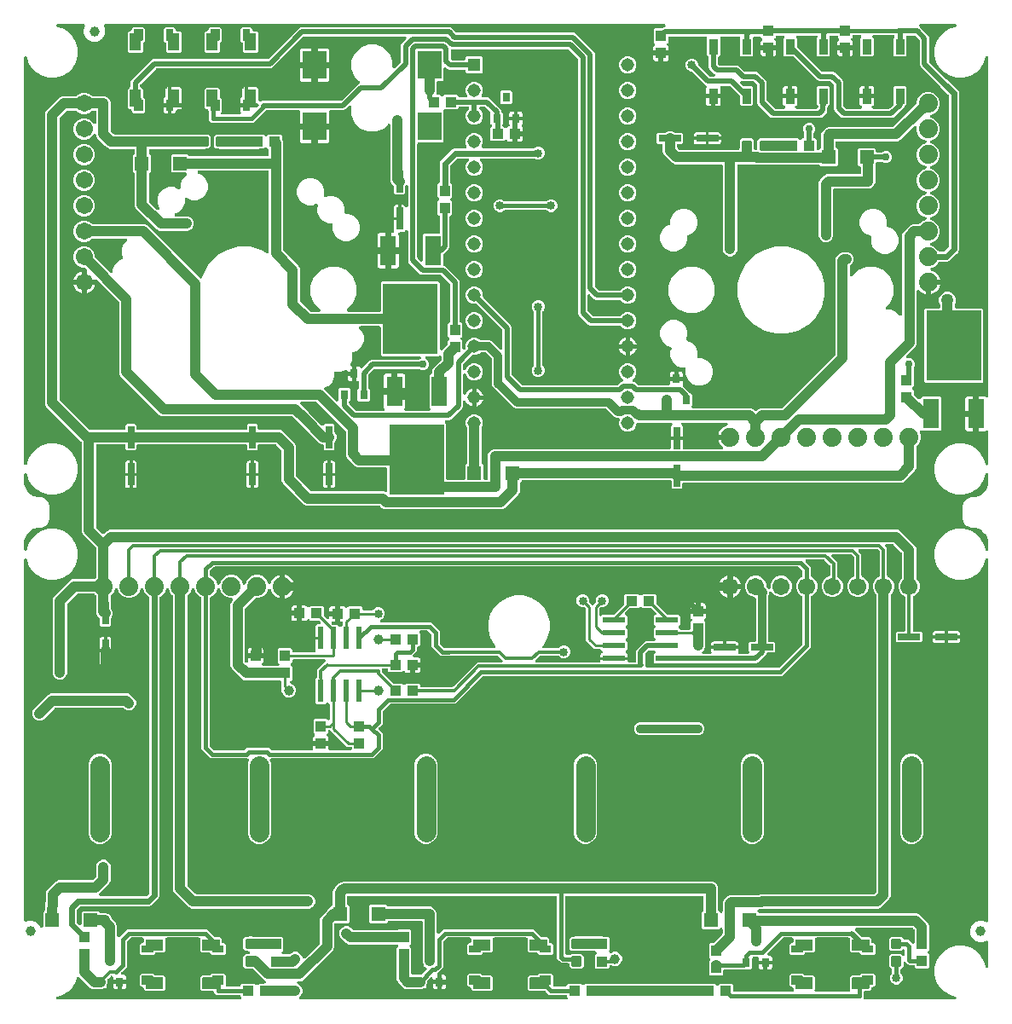
<source format=gbr>
G04 EAGLE Gerber RS-274X export*
G75*
%MOMM*%
%FSLAX34Y34*%
%LPD*%
%INTop Copper*%
%IPPOS*%
%AMOC8*
5,1,8,0,0,1.08239X$1,22.5*%
G01*
%ADD10R,1.308000X1.308000*%
%ADD11C,1.308000*%
%ADD12R,2.400000X2.800000*%
%ADD13C,1.879600*%
%ADD14C,1.705100*%
%ADD15R,1.000000X1.100000*%
%ADD16R,0.650000X2.200000*%
%ADD17R,2.200000X0.650000*%
%ADD18R,1.400000X1.400000*%
%ADD19C,0.300000*%
%ADD20R,1.100000X1.000000*%
%ADD21R,0.900000X1.500000*%
%ADD22R,0.800000X0.900000*%
%ADD23C,1.905000*%
%ADD24R,2.209800X0.609600*%
%ADD25R,0.609600X2.209800*%
%ADD26C,1.000000*%
%ADD27R,0.700000X1.000000*%
%ADD28R,1.000000X0.700000*%
%ADD29R,5.451600X7.000000*%
%ADD30R,1.600200X2.997200*%
%ADD31C,1.016000*%
%ADD32C,0.756400*%
%ADD33C,1.275000*%
%ADD34C,0.508000*%
%ADD35C,0.850000*%
%ADD36C,0.812800*%
%ADD37C,0.406400*%
%ADD38C,0.304800*%
%ADD39C,0.254000*%
%ADD40C,0.609600*%
%ADD41C,0.304800*%
%ADD42C,0.906400*%

G36*
X27744Y81490D02*
X27744Y81490D01*
X27842Y81495D01*
X27916Y81516D01*
X27991Y81527D01*
X28083Y81564D01*
X28177Y81591D01*
X28244Y81628D01*
X28315Y81656D01*
X28396Y81712D01*
X28482Y81760D01*
X28538Y81811D01*
X28601Y81855D01*
X28667Y81928D01*
X28740Y81994D01*
X28783Y82057D01*
X28834Y82114D01*
X28882Y82200D01*
X28938Y82281D01*
X28966Y82352D01*
X29003Y82419D01*
X29030Y82513D01*
X29066Y82605D01*
X29077Y82681D01*
X29098Y82754D01*
X29110Y82904D01*
X29117Y82950D01*
X29115Y82969D01*
X29117Y82998D01*
X29117Y96996D01*
X30460Y98339D01*
X30475Y98344D01*
X30480Y98347D01*
X30484Y98349D01*
X30626Y98441D01*
X30768Y98533D01*
X30772Y98537D01*
X30776Y98540D01*
X30892Y98661D01*
X31010Y98784D01*
X31013Y98788D01*
X31016Y98792D01*
X31102Y98937D01*
X31189Y99083D01*
X31191Y99088D01*
X31193Y99092D01*
X31244Y99254D01*
X31295Y99415D01*
X31296Y99420D01*
X31297Y99425D01*
X31324Y99668D01*
X31749Y115139D01*
X31747Y115156D01*
X31749Y115181D01*
X31749Y116544D01*
X31769Y116608D01*
X31772Y116629D01*
X32320Y117855D01*
X32325Y117871D01*
X32336Y117894D01*
X32858Y119153D01*
X32901Y119205D01*
X32911Y119223D01*
X33886Y120146D01*
X33897Y120159D01*
X33916Y120175D01*
X39476Y125735D01*
X41691Y127950D01*
X44305Y129033D01*
X77703Y129033D01*
X77828Y129047D01*
X77955Y129054D01*
X78001Y129067D01*
X78049Y129073D01*
X78168Y129115D01*
X78290Y129150D01*
X78332Y129174D01*
X78377Y129190D01*
X78483Y129259D01*
X78594Y129320D01*
X78640Y129360D01*
X78670Y129379D01*
X78704Y129414D01*
X78780Y129479D01*
X81341Y132040D01*
X81420Y132139D01*
X81504Y132233D01*
X81528Y132275D01*
X81558Y132313D01*
X81612Y132427D01*
X81673Y132538D01*
X81686Y132584D01*
X81707Y132628D01*
X81733Y132752D01*
X81768Y132873D01*
X81773Y132934D01*
X81780Y132969D01*
X81779Y133017D01*
X81787Y133117D01*
X81787Y143655D01*
X82870Y146269D01*
X84871Y148270D01*
X87485Y149353D01*
X90315Y149353D01*
X92929Y148270D01*
X94930Y146269D01*
X96013Y143655D01*
X96013Y128125D01*
X94930Y125511D01*
X85254Y115835D01*
X85176Y115792D01*
X85139Y115758D01*
X85097Y115731D01*
X85010Y115641D01*
X84918Y115558D01*
X84890Y115517D01*
X84854Y115480D01*
X84791Y115374D01*
X84720Y115271D01*
X84701Y115224D01*
X84676Y115181D01*
X84638Y115063D01*
X84592Y114947D01*
X84585Y114897D01*
X84569Y114849D01*
X84559Y114725D01*
X84541Y114603D01*
X84545Y114552D01*
X84541Y114502D01*
X84560Y114379D01*
X84570Y114255D01*
X84586Y114207D01*
X84593Y114157D01*
X84639Y114042D01*
X84677Y113924D01*
X84703Y113880D01*
X84722Y113833D01*
X84793Y113731D01*
X84857Y113625D01*
X84892Y113589D01*
X84921Y113547D01*
X85013Y113464D01*
X85099Y113375D01*
X85142Y113347D01*
X85179Y113314D01*
X85288Y113254D01*
X85393Y113186D01*
X85440Y113170D01*
X85485Y113145D01*
X85604Y113111D01*
X85721Y113070D01*
X85771Y113064D01*
X85820Y113050D01*
X86064Y113031D01*
X130615Y113031D01*
X130740Y113045D01*
X130866Y113052D01*
X130913Y113065D01*
X130961Y113071D01*
X131080Y113113D01*
X131201Y113148D01*
X131243Y113172D01*
X131289Y113188D01*
X131395Y113257D01*
X131505Y113318D01*
X131552Y113358D01*
X131582Y113377D01*
X131615Y113412D01*
X131692Y113477D01*
X134173Y115958D01*
X134252Y116057D01*
X134336Y116151D01*
X134360Y116194D01*
X134390Y116231D01*
X134444Y116346D01*
X134467Y116387D01*
X134484Y116416D01*
X134486Y116422D01*
X134505Y116456D01*
X134518Y116503D01*
X134539Y116546D01*
X134565Y116669D01*
X134590Y116748D01*
X134592Y116763D01*
X134600Y116792D01*
X134605Y116852D01*
X134612Y116887D01*
X134611Y116935D01*
X134619Y117035D01*
X134619Y409338D01*
X134611Y409414D01*
X134612Y409491D01*
X134591Y409587D01*
X134579Y409684D01*
X134554Y409756D01*
X134537Y409831D01*
X134495Y409920D01*
X134462Y410012D01*
X134420Y410077D01*
X134388Y410146D01*
X134326Y410223D01*
X134273Y410305D01*
X134218Y410358D01*
X134170Y410418D01*
X134093Y410479D01*
X134022Y410547D01*
X133957Y410587D01*
X133897Y410634D01*
X133764Y410702D01*
X133723Y410726D01*
X133705Y410732D01*
X133679Y410745D01*
X133225Y410934D01*
X130010Y414149D01*
X128407Y418017D01*
X128359Y418105D01*
X128319Y418197D01*
X128274Y418257D01*
X128238Y418322D01*
X128170Y418396D01*
X128111Y418477D01*
X128054Y418525D01*
X128004Y418580D01*
X127921Y418637D01*
X127845Y418702D01*
X127778Y418736D01*
X127717Y418778D01*
X127624Y418815D01*
X127534Y418861D01*
X127462Y418879D01*
X127393Y418906D01*
X127294Y418920D01*
X127196Y418945D01*
X127122Y418946D01*
X127048Y418957D01*
X126948Y418948D01*
X126848Y418950D01*
X126775Y418934D01*
X126701Y418928D01*
X126605Y418897D01*
X126507Y418875D01*
X126440Y418844D01*
X126369Y418821D01*
X126283Y418769D01*
X126192Y418726D01*
X126134Y418679D01*
X126071Y418641D01*
X125998Y418571D01*
X125920Y418508D01*
X125874Y418450D01*
X125821Y418398D01*
X125766Y418314D01*
X125704Y418235D01*
X125658Y418145D01*
X125632Y418105D01*
X125620Y418071D01*
X125593Y418017D01*
X123990Y414149D01*
X120775Y410934D01*
X116574Y409193D01*
X112026Y409193D01*
X107825Y410934D01*
X104610Y414149D01*
X103007Y418017D01*
X102959Y418105D01*
X102918Y418197D01*
X102874Y418257D01*
X102838Y418322D01*
X102771Y418396D01*
X102711Y418477D01*
X102654Y418525D01*
X102604Y418580D01*
X102521Y418637D01*
X102445Y418702D01*
X102378Y418736D01*
X102317Y418778D01*
X102224Y418815D01*
X102134Y418861D01*
X102062Y418878D01*
X101993Y418906D01*
X101893Y418920D01*
X101796Y418945D01*
X101722Y418946D01*
X101648Y418957D01*
X101548Y418948D01*
X101448Y418950D01*
X101375Y418934D01*
X101301Y418928D01*
X101205Y418897D01*
X101107Y418875D01*
X101040Y418843D01*
X100969Y418821D01*
X100883Y418769D01*
X100792Y418726D01*
X100734Y418679D01*
X100671Y418641D01*
X100599Y418571D01*
X100520Y418508D01*
X100474Y418450D01*
X100421Y418398D01*
X100366Y418314D01*
X100304Y418235D01*
X100258Y418145D01*
X100232Y418105D01*
X100220Y418071D01*
X100193Y418017D01*
X98590Y414149D01*
X96459Y412017D01*
X96380Y411918D01*
X96296Y411824D01*
X96272Y411782D01*
X96242Y411744D01*
X96188Y411630D01*
X96127Y411519D01*
X96114Y411473D01*
X96093Y411429D01*
X96067Y411306D01*
X96032Y411184D01*
X96027Y411123D01*
X96020Y411089D01*
X96021Y411041D01*
X96013Y410940D01*
X96013Y406547D01*
X96027Y406421D01*
X96034Y406295D01*
X96047Y406249D01*
X96053Y406201D01*
X96095Y406082D01*
X96130Y405960D01*
X96154Y405918D01*
X96170Y405873D01*
X96183Y405853D01*
X96183Y399311D01*
X96197Y399186D01*
X96204Y399059D01*
X96217Y399013D01*
X96223Y398965D01*
X96265Y398846D01*
X96300Y398724D01*
X96324Y398682D01*
X96340Y398637D01*
X96409Y398530D01*
X96470Y398420D01*
X96510Y398374D01*
X96529Y398344D01*
X96564Y398310D01*
X96629Y398234D01*
X96930Y397933D01*
X98013Y395319D01*
X98013Y392489D01*
X96930Y389875D01*
X96629Y389574D01*
X96550Y389475D01*
X96466Y389381D01*
X96442Y389339D01*
X96412Y389301D01*
X96358Y389187D01*
X96297Y389076D01*
X96284Y389030D01*
X96263Y388986D01*
X96237Y388862D01*
X96202Y388741D01*
X96197Y388680D01*
X96190Y388645D01*
X96191Y388597D01*
X96183Y388497D01*
X96183Y382062D01*
X94992Y380871D01*
X86808Y380871D01*
X85617Y382062D01*
X85617Y388497D01*
X85603Y388622D01*
X85596Y388749D01*
X85583Y388795D01*
X85577Y388843D01*
X85535Y388962D01*
X85500Y389084D01*
X85476Y389126D01*
X85460Y389171D01*
X85391Y389277D01*
X85330Y389388D01*
X85290Y389434D01*
X85271Y389464D01*
X85236Y389498D01*
X85171Y389574D01*
X82870Y391875D01*
X81787Y394489D01*
X81787Y410940D01*
X81773Y411066D01*
X81766Y411192D01*
X81753Y411238D01*
X81747Y411286D01*
X81705Y411405D01*
X81670Y411527D01*
X81646Y411569D01*
X81630Y411615D01*
X81561Y411721D01*
X81500Y411831D01*
X81460Y411877D01*
X81441Y411907D01*
X81406Y411941D01*
X81341Y412017D01*
X80293Y413065D01*
X80194Y413144D01*
X80100Y413228D01*
X80058Y413252D01*
X80020Y413282D01*
X79906Y413336D01*
X79795Y413397D01*
X79749Y413410D01*
X79705Y413431D01*
X79582Y413457D01*
X79460Y413492D01*
X79399Y413497D01*
X79365Y413504D01*
X79317Y413503D01*
X79216Y413511D01*
X63521Y413511D01*
X63396Y413497D01*
X63269Y413490D01*
X63223Y413477D01*
X63175Y413471D01*
X63056Y413429D01*
X62934Y413394D01*
X62892Y413370D01*
X62847Y413354D01*
X62741Y413285D01*
X62630Y413224D01*
X62584Y413184D01*
X62554Y413165D01*
X62520Y413130D01*
X62444Y413065D01*
X53279Y403900D01*
X53200Y403801D01*
X53116Y403707D01*
X53092Y403665D01*
X53062Y403627D01*
X53008Y403513D01*
X52947Y403402D01*
X52934Y403356D01*
X52913Y403312D01*
X52887Y403188D01*
X52852Y403067D01*
X52847Y403006D01*
X52840Y402971D01*
X52841Y402923D01*
X52833Y402823D01*
X52833Y333865D01*
X51750Y331251D01*
X49749Y329250D01*
X47135Y328167D01*
X44305Y328167D01*
X41691Y329250D01*
X39690Y331251D01*
X38607Y333865D01*
X38607Y407815D01*
X39690Y410429D01*
X55915Y426654D01*
X58529Y427737D01*
X79216Y427737D01*
X79342Y427751D01*
X79468Y427758D01*
X79514Y427771D01*
X79562Y427777D01*
X79681Y427819D01*
X79803Y427854D01*
X79845Y427878D01*
X79891Y427894D01*
X79997Y427963D01*
X80107Y428024D01*
X80153Y428064D01*
X80183Y428083D01*
X80217Y428118D01*
X80293Y428183D01*
X81341Y429231D01*
X81419Y429329D01*
X81504Y429424D01*
X81528Y429466D01*
X81558Y429504D01*
X81612Y429618D01*
X81673Y429729D01*
X81686Y429775D01*
X81707Y429819D01*
X81733Y429942D01*
X81768Y430064D01*
X81773Y430125D01*
X81780Y430159D01*
X81779Y430207D01*
X81787Y430308D01*
X81787Y458703D01*
X81773Y458828D01*
X81766Y458955D01*
X81753Y459001D01*
X81747Y459049D01*
X81705Y459168D01*
X81670Y459290D01*
X81646Y459332D01*
X81630Y459377D01*
X81561Y459483D01*
X81500Y459594D01*
X81460Y459640D01*
X81441Y459670D01*
X81406Y459704D01*
X81341Y459780D01*
X68392Y472729D01*
X67309Y475343D01*
X67309Y563351D01*
X67303Y563404D01*
X67303Y563408D01*
X67300Y563430D01*
X67295Y563476D01*
X67288Y563603D01*
X67275Y563649D01*
X67269Y563697D01*
X67253Y563742D01*
X67252Y563753D01*
X67229Y563810D01*
X67227Y563816D01*
X67192Y563938D01*
X67168Y563980D01*
X67152Y564025D01*
X67130Y564059D01*
X67123Y564077D01*
X67077Y564143D01*
X67022Y564242D01*
X66982Y564288D01*
X66963Y564318D01*
X66939Y564341D01*
X66924Y564363D01*
X66901Y564384D01*
X66863Y564428D01*
X32070Y599221D01*
X30987Y601835D01*
X30987Y890415D01*
X32070Y893029D01*
X45501Y906460D01*
X48115Y907543D01*
X61400Y907543D01*
X61526Y907557D01*
X61652Y907564D01*
X61698Y907577D01*
X61746Y907583D01*
X61865Y907625D01*
X61987Y907660D01*
X62029Y907684D01*
X62075Y907700D01*
X62181Y907769D01*
X62291Y907830D01*
X62337Y907870D01*
X62367Y907889D01*
X62401Y907924D01*
X62477Y907989D01*
X63869Y909381D01*
X67750Y910988D01*
X71950Y910988D01*
X75831Y909381D01*
X77223Y907989D01*
X77322Y907910D01*
X77416Y907826D01*
X77458Y907802D01*
X77496Y907772D01*
X77610Y907718D01*
X77721Y907657D01*
X77767Y907644D01*
X77811Y907623D01*
X77934Y907597D01*
X78056Y907562D01*
X78117Y907557D01*
X78151Y907550D01*
X78200Y907551D01*
X78300Y907543D01*
X90315Y907543D01*
X92929Y906460D01*
X94930Y904459D01*
X96013Y901845D01*
X96013Y873527D01*
X96027Y873402D01*
X96034Y873275D01*
X96047Y873229D01*
X96053Y873181D01*
X96095Y873062D01*
X96130Y872940D01*
X96154Y872898D01*
X96170Y872853D01*
X96239Y872747D01*
X96300Y872636D01*
X96340Y872590D01*
X96359Y872560D01*
X96394Y872526D01*
X96459Y872450D01*
X99020Y869889D01*
X99119Y869810D01*
X99213Y869726D01*
X99255Y869702D01*
X99293Y869672D01*
X99407Y869618D01*
X99518Y869557D01*
X99565Y869544D01*
X99608Y869523D01*
X99731Y869497D01*
X99853Y869462D01*
X99914Y869457D01*
X99949Y869450D01*
X99997Y869451D01*
X100097Y869443D01*
X189534Y869443D01*
X189576Y869431D01*
X189743Y869383D01*
X189745Y869383D01*
X189747Y869382D01*
X189991Y869363D01*
X193043Y869363D01*
X195113Y867293D01*
X195113Y864241D01*
X195113Y864239D01*
X195113Y864237D01*
X195133Y864063D01*
X195153Y863895D01*
X195153Y863893D01*
X195154Y863891D01*
X195193Y863769D01*
X195193Y860876D01*
X195180Y860831D01*
X195133Y860667D01*
X195133Y860665D01*
X195132Y860663D01*
X195113Y860419D01*
X195113Y857367D01*
X193043Y855297D01*
X189991Y855297D01*
X189989Y855297D01*
X189987Y855297D01*
X189815Y855277D01*
X189645Y855257D01*
X189643Y855257D01*
X189641Y855256D01*
X189519Y855217D01*
X135686Y855217D01*
X135660Y855214D01*
X135634Y855216D01*
X135487Y855194D01*
X135340Y855177D01*
X135315Y855169D01*
X135289Y855165D01*
X135151Y855110D01*
X135012Y855060D01*
X134990Y855046D01*
X134965Y855036D01*
X134844Y854951D01*
X134719Y854871D01*
X134701Y854852D01*
X134679Y854837D01*
X134580Y854727D01*
X134477Y854620D01*
X134463Y854598D01*
X134446Y854578D01*
X134374Y854448D01*
X134298Y854321D01*
X134290Y854296D01*
X134277Y854273D01*
X134237Y854130D01*
X134192Y853989D01*
X134190Y853963D01*
X134182Y853938D01*
X134163Y853694D01*
X134163Y851133D01*
X134177Y851007D01*
X134184Y850881D01*
X134197Y850835D01*
X134203Y850787D01*
X134245Y850668D01*
X134280Y850546D01*
X134304Y850504D01*
X134320Y850459D01*
X134389Y850352D01*
X134450Y850242D01*
X134490Y850196D01*
X134509Y850166D01*
X134544Y850132D01*
X134609Y850056D01*
X136083Y848582D01*
X136083Y832898D01*
X134609Y831424D01*
X134530Y831325D01*
X134446Y831231D01*
X134422Y831189D01*
X134392Y831151D01*
X134338Y831037D01*
X134277Y830926D01*
X134264Y830880D01*
X134243Y830836D01*
X134217Y830713D01*
X134182Y830591D01*
X134177Y830530D01*
X134170Y830495D01*
X134171Y830447D01*
X134163Y830347D01*
X134163Y803627D01*
X134177Y803502D01*
X134184Y803375D01*
X134197Y803329D01*
X134203Y803281D01*
X134245Y803162D01*
X134280Y803040D01*
X134304Y802998D01*
X134320Y802953D01*
X134389Y802847D01*
X134450Y802736D01*
X134490Y802690D01*
X134509Y802660D01*
X134544Y802626D01*
X134609Y802550D01*
X142251Y794908D01*
X142291Y794876D01*
X142324Y794839D01*
X142427Y794768D01*
X142524Y794691D01*
X142570Y794670D01*
X142611Y794641D01*
X142727Y794595D01*
X142839Y794542D01*
X142889Y794532D01*
X142935Y794513D01*
X143059Y794495D01*
X143180Y794469D01*
X143230Y794470D01*
X143280Y794462D01*
X143404Y794473D01*
X143528Y794475D01*
X143577Y794487D01*
X143627Y794491D01*
X143746Y794529D01*
X143866Y794560D01*
X143911Y794583D01*
X143959Y794598D01*
X144066Y794662D01*
X144176Y794719D01*
X144215Y794752D01*
X144258Y794778D01*
X144347Y794864D01*
X144442Y794945D01*
X144472Y794986D01*
X144508Y795021D01*
X144575Y795125D01*
X144649Y795225D01*
X144669Y795272D01*
X144696Y795314D01*
X144738Y795431D01*
X144787Y795546D01*
X144796Y795595D01*
X144813Y795643D01*
X144827Y795766D01*
X144849Y795889D01*
X144846Y795939D01*
X144852Y795989D01*
X144837Y796112D01*
X144831Y796237D01*
X144817Y796285D01*
X144811Y796335D01*
X144736Y796568D01*
X142799Y801242D01*
X142799Y806578D01*
X144841Y811507D01*
X148613Y815279D01*
X153542Y817321D01*
X158878Y817321D01*
X163553Y815384D01*
X163698Y815343D01*
X163841Y815297D01*
X163865Y815295D01*
X163888Y815288D01*
X164039Y815281D01*
X164188Y815269D01*
X164212Y815273D01*
X164236Y815271D01*
X164384Y815298D01*
X164533Y815321D01*
X164555Y815330D01*
X164579Y815334D01*
X164717Y815394D01*
X164857Y815449D01*
X164877Y815463D01*
X164899Y815473D01*
X165020Y815563D01*
X165143Y815648D01*
X165159Y815666D01*
X165179Y815681D01*
X165276Y815796D01*
X165376Y815907D01*
X165388Y815928D01*
X165404Y815947D01*
X165472Y816080D01*
X165545Y816212D01*
X165551Y816236D01*
X165562Y816257D01*
X165599Y816402D01*
X165640Y816548D01*
X165642Y816577D01*
X165647Y816595D01*
X165647Y816642D01*
X165659Y816791D01*
X165659Y820548D01*
X167701Y825477D01*
X171331Y829107D01*
X171394Y829185D01*
X171464Y829258D01*
X171502Y829322D01*
X171548Y829380D01*
X171591Y829471D01*
X171642Y829557D01*
X171665Y829628D01*
X171697Y829695D01*
X171718Y829793D01*
X171749Y829889D01*
X171755Y829963D01*
X171770Y830036D01*
X171768Y830136D01*
X171777Y830236D01*
X171766Y830310D01*
X171764Y830384D01*
X171740Y830481D01*
X171725Y830581D01*
X171697Y830650D01*
X171679Y830722D01*
X171633Y830812D01*
X171596Y830905D01*
X171554Y830966D01*
X171520Y831032D01*
X171454Y831109D01*
X171397Y831191D01*
X171342Y831241D01*
X171294Y831297D01*
X171213Y831357D01*
X171138Y831424D01*
X171073Y831460D01*
X171013Y831505D01*
X170921Y831544D01*
X170833Y831593D01*
X170762Y831613D01*
X170693Y831643D01*
X170595Y831660D01*
X170498Y831688D01*
X170398Y831696D01*
X170350Y831704D01*
X170315Y831702D01*
X170254Y831707D01*
X157208Y831707D01*
X156017Y832898D01*
X156017Y848582D01*
X157208Y849773D01*
X172892Y849773D01*
X174366Y848299D01*
X174465Y848220D01*
X174559Y848136D01*
X174601Y848112D01*
X174639Y848082D01*
X174753Y848028D01*
X174864Y847967D01*
X174910Y847954D01*
X174954Y847933D01*
X175077Y847907D01*
X175199Y847872D01*
X175260Y847867D01*
X175295Y847860D01*
X175343Y847861D01*
X175443Y847853D01*
X251714Y847853D01*
X251740Y847856D01*
X251766Y847854D01*
X251913Y847876D01*
X252060Y847893D01*
X252085Y847901D01*
X252111Y847905D01*
X252249Y847960D01*
X252388Y848010D01*
X252410Y848024D01*
X252435Y848034D01*
X252556Y848119D01*
X252681Y848199D01*
X252699Y848218D01*
X252721Y848233D01*
X252820Y848343D01*
X252923Y848450D01*
X252937Y848472D01*
X252954Y848492D01*
X253026Y848622D01*
X253102Y848749D01*
X253110Y848774D01*
X253123Y848797D01*
X253163Y848940D01*
X253208Y849081D01*
X253210Y849107D01*
X253218Y849132D01*
X253237Y849376D01*
X253237Y853777D01*
X253223Y853903D01*
X253216Y854029D01*
X253203Y854075D01*
X253197Y854123D01*
X253155Y854242D01*
X253120Y854364D01*
X253096Y854406D01*
X253080Y854451D01*
X253011Y854558D01*
X252950Y854668D01*
X252910Y854714D01*
X252891Y854744D01*
X252856Y854778D01*
X252791Y854854D01*
X251267Y856378D01*
X251246Y856395D01*
X251230Y856414D01*
X251110Y856503D01*
X250994Y856595D01*
X250970Y856606D01*
X250949Y856622D01*
X250813Y856680D01*
X250679Y856744D01*
X250653Y856749D01*
X250629Y856760D01*
X250483Y856786D01*
X250338Y856817D01*
X250312Y856817D01*
X250286Y856821D01*
X250138Y856814D01*
X249990Y856811D01*
X249964Y856805D01*
X249938Y856803D01*
X249796Y856762D01*
X249652Y856726D01*
X249629Y856714D01*
X249603Y856707D01*
X249474Y856634D01*
X249342Y856566D01*
X249322Y856549D01*
X249299Y856537D01*
X249113Y856378D01*
X248032Y855297D01*
X243601Y855297D01*
X243599Y855297D01*
X243597Y855297D01*
X243423Y855277D01*
X243255Y855257D01*
X243253Y855257D01*
X243251Y855256D01*
X243129Y855217D01*
X204166Y855217D01*
X204124Y855229D01*
X203957Y855277D01*
X203955Y855277D01*
X203953Y855278D01*
X203709Y855297D01*
X200657Y855297D01*
X198587Y857367D01*
X198587Y860419D01*
X198587Y860421D01*
X198587Y860423D01*
X198586Y860435D01*
X198586Y860442D01*
X198580Y860482D01*
X198567Y860591D01*
X198547Y860765D01*
X198547Y860767D01*
X198546Y860769D01*
X198507Y860891D01*
X198507Y863784D01*
X198518Y863823D01*
X198567Y863993D01*
X198567Y863995D01*
X198568Y863997D01*
X198587Y864241D01*
X198587Y867293D01*
X200657Y869363D01*
X203709Y869363D01*
X203711Y869363D01*
X203713Y869363D01*
X203885Y869383D01*
X204055Y869403D01*
X204057Y869403D01*
X204059Y869404D01*
X204181Y869443D01*
X243144Y869443D01*
X243190Y869430D01*
X243353Y869383D01*
X243355Y869383D01*
X243357Y869382D01*
X243601Y869363D01*
X248032Y869363D01*
X249113Y868282D01*
X249133Y868265D01*
X249150Y868246D01*
X249270Y868157D01*
X249386Y868065D01*
X249410Y868054D01*
X249431Y868038D01*
X249567Y867980D01*
X249701Y867916D01*
X249727Y867911D01*
X249751Y867900D01*
X249897Y867874D01*
X250042Y867843D01*
X250068Y867843D01*
X250094Y867839D01*
X250242Y867846D01*
X250390Y867849D01*
X250416Y867855D01*
X250442Y867857D01*
X250584Y867898D01*
X250728Y867934D01*
X250751Y867946D01*
X250777Y867953D01*
X250906Y868026D01*
X251038Y868094D01*
X251058Y868110D01*
X251081Y868123D01*
X251267Y868282D01*
X252348Y869363D01*
X256779Y869363D01*
X256781Y869363D01*
X256783Y869363D01*
X256955Y869383D01*
X257125Y869403D01*
X257127Y869403D01*
X257129Y869404D01*
X257251Y869443D01*
X260144Y869443D01*
X260186Y869431D01*
X260353Y869383D01*
X260355Y869383D01*
X260357Y869382D01*
X260601Y869363D01*
X265032Y869363D01*
X266223Y868172D01*
X266223Y865381D01*
X266223Y865379D01*
X266223Y865377D01*
X266243Y865206D01*
X266263Y865035D01*
X266263Y865033D01*
X266264Y865031D01*
X266339Y864798D01*
X267463Y862085D01*
X267463Y755087D01*
X267477Y754962D01*
X267484Y754835D01*
X267497Y754789D01*
X267503Y754741D01*
X267545Y754622D01*
X267580Y754500D01*
X267604Y754458D01*
X267620Y754413D01*
X267689Y754307D01*
X267750Y754196D01*
X267790Y754150D01*
X267809Y754120D01*
X267844Y754086D01*
X267909Y754010D01*
X282890Y739029D01*
X283973Y736415D01*
X283973Y704617D01*
X283987Y704492D01*
X283994Y704365D01*
X284007Y704319D01*
X284013Y704271D01*
X284055Y704152D01*
X284090Y704030D01*
X284114Y703988D01*
X284130Y703943D01*
X284199Y703837D01*
X284260Y703726D01*
X284300Y703680D01*
X284319Y703650D01*
X284354Y703616D01*
X284419Y703540D01*
X294078Y693881D01*
X294177Y693802D01*
X294271Y693718D01*
X294313Y693694D01*
X294351Y693664D01*
X294465Y693610D01*
X294576Y693549D01*
X294622Y693536D01*
X294666Y693515D01*
X294790Y693489D01*
X294911Y693454D01*
X294972Y693449D01*
X295007Y693442D01*
X295055Y693443D01*
X295155Y693435D01*
X303068Y693435D01*
X303168Y693446D01*
X303268Y693448D01*
X303340Y693466D01*
X303414Y693475D01*
X303509Y693508D01*
X303606Y693533D01*
X303672Y693567D01*
X303742Y693592D01*
X303827Y693647D01*
X303916Y693693D01*
X303973Y693741D01*
X304035Y693781D01*
X304105Y693853D01*
X304181Y693918D01*
X304225Y693978D01*
X304277Y694032D01*
X304329Y694118D01*
X304388Y694199D01*
X304418Y694267D01*
X304456Y694331D01*
X304487Y694427D01*
X304526Y694519D01*
X304540Y694592D01*
X304562Y694663D01*
X304570Y694763D01*
X304588Y694862D01*
X304584Y694936D01*
X304590Y695010D01*
X304575Y695110D01*
X304570Y695210D01*
X304550Y695281D01*
X304539Y695355D01*
X304501Y695448D01*
X304474Y695545D01*
X304437Y695610D01*
X304410Y695679D01*
X304353Y695761D01*
X304303Y695849D01*
X304238Y695925D01*
X304211Y695965D01*
X304184Y695989D01*
X304145Y696035D01*
X298120Y702060D01*
X294639Y710463D01*
X294639Y719557D01*
X298120Y727960D01*
X304550Y734390D01*
X312953Y737871D01*
X322047Y737871D01*
X330450Y734390D01*
X336880Y727960D01*
X340361Y719557D01*
X340361Y710463D01*
X336880Y702060D01*
X330855Y696035D01*
X330793Y695957D01*
X330723Y695884D01*
X330685Y695820D01*
X330638Y695762D01*
X330595Y695671D01*
X330544Y695585D01*
X330521Y695514D01*
X330489Y695447D01*
X330468Y695349D01*
X330438Y695253D01*
X330432Y695179D01*
X330416Y695106D01*
X330418Y695006D01*
X330410Y694906D01*
X330421Y694832D01*
X330422Y694758D01*
X330447Y694661D01*
X330461Y694561D01*
X330489Y694492D01*
X330507Y694420D01*
X330553Y694330D01*
X330590Y694237D01*
X330633Y694176D01*
X330667Y694110D01*
X330732Y694033D01*
X330789Y693951D01*
X330844Y693901D01*
X330893Y693845D01*
X330973Y693785D01*
X331048Y693718D01*
X331113Y693682D01*
X331173Y693637D01*
X331265Y693598D01*
X331353Y693549D01*
X331425Y693529D01*
X331493Y693499D01*
X331592Y693482D01*
X331688Y693454D01*
X331788Y693446D01*
X331836Y693438D01*
X331872Y693440D01*
X331932Y693435D01*
X362886Y693435D01*
X362912Y693438D01*
X362938Y693436D01*
X363085Y693458D01*
X363232Y693475D01*
X363257Y693483D01*
X363283Y693487D01*
X363421Y693542D01*
X363560Y693592D01*
X363582Y693606D01*
X363607Y693616D01*
X363728Y693701D01*
X363853Y693781D01*
X363871Y693800D01*
X363893Y693815D01*
X363992Y693925D01*
X364095Y694032D01*
X364109Y694054D01*
X364126Y694074D01*
X364198Y694204D01*
X364274Y694331D01*
X364282Y694356D01*
X364295Y694379D01*
X364335Y694522D01*
X364380Y694663D01*
X364382Y694689D01*
X364390Y694714D01*
X364409Y694958D01*
X364409Y722164D01*
X365600Y723355D01*
X421800Y723355D01*
X422991Y722164D01*
X422991Y656827D01*
X423002Y656727D01*
X423004Y656627D01*
X423022Y656555D01*
X423031Y656481D01*
X423064Y656386D01*
X423089Y656289D01*
X423123Y656223D01*
X423148Y656153D01*
X423203Y656068D01*
X423249Y655979D01*
X423297Y655922D01*
X423337Y655860D01*
X423409Y655790D01*
X423474Y655714D01*
X423534Y655670D01*
X423588Y655618D01*
X423674Y655566D01*
X423755Y655507D01*
X423823Y655477D01*
X423887Y655439D01*
X423983Y655408D01*
X424075Y655369D01*
X424148Y655355D01*
X424219Y655333D01*
X424319Y655325D01*
X424418Y655307D01*
X424492Y655311D01*
X424566Y655305D01*
X424666Y655320D01*
X424766Y655325D01*
X424837Y655345D01*
X424911Y655356D01*
X425004Y655393D01*
X425101Y655421D01*
X425166Y655458D01*
X425235Y655485D01*
X425317Y655542D01*
X425405Y655591D01*
X425481Y655657D01*
X425521Y655684D01*
X425545Y655711D01*
X425591Y655750D01*
X427985Y658144D01*
X430671Y660830D01*
X430750Y660929D01*
X430834Y661023D01*
X430858Y661065D01*
X430888Y661103D01*
X430942Y661217D01*
X431003Y661328D01*
X431016Y661374D01*
X431037Y661418D01*
X431063Y661542D01*
X431098Y661663D01*
X431103Y661724D01*
X431110Y661759D01*
X431109Y661807D01*
X431117Y661907D01*
X431117Y664592D01*
X432198Y665673D01*
X432214Y665693D01*
X432234Y665710D01*
X432323Y665830D01*
X432415Y665946D01*
X432426Y665970D01*
X432442Y665991D01*
X432500Y666127D01*
X432564Y666261D01*
X432569Y666287D01*
X432580Y666311D01*
X432606Y666457D01*
X432637Y666602D01*
X432637Y666628D01*
X432641Y666654D01*
X432634Y666802D01*
X432631Y666950D01*
X432625Y666976D01*
X432623Y667002D01*
X432582Y667144D01*
X432546Y667288D01*
X432534Y667311D01*
X432527Y667337D01*
X432454Y667466D01*
X432386Y667598D01*
X432369Y667618D01*
X432357Y667641D01*
X432198Y667827D01*
X431117Y668908D01*
X431117Y681592D01*
X432341Y682816D01*
X432400Y682823D01*
X432425Y682831D01*
X432451Y682835D01*
X432589Y682890D01*
X432728Y682940D01*
X432750Y682954D01*
X432775Y682964D01*
X432896Y683049D01*
X433021Y683129D01*
X433039Y683148D01*
X433061Y683163D01*
X433160Y683273D01*
X433263Y683380D01*
X433277Y683402D01*
X433294Y683422D01*
X433366Y683552D01*
X433442Y683679D01*
X433450Y683704D01*
X433463Y683727D01*
X433503Y683870D01*
X433548Y684011D01*
X433550Y684037D01*
X433558Y684062D01*
X433577Y684306D01*
X433577Y720094D01*
X433563Y720219D01*
X433556Y720346D01*
X433543Y720392D01*
X433537Y720440D01*
X433495Y720559D01*
X433460Y720680D01*
X433436Y720723D01*
X433420Y720768D01*
X433351Y720874D01*
X433290Y720985D01*
X433250Y721031D01*
X433231Y721061D01*
X433196Y721094D01*
X433131Y721171D01*
X424753Y729549D01*
X424654Y729628D01*
X424560Y729712D01*
X424518Y729736D01*
X424480Y729766D01*
X424366Y729820D01*
X424255Y729881D01*
X424208Y729894D01*
X424165Y729915D01*
X424041Y729941D01*
X423920Y729976D01*
X423859Y729981D01*
X423824Y729988D01*
X423776Y729987D01*
X423676Y729995D01*
X405502Y729995D01*
X403821Y730691D01*
X392151Y742361D01*
X391455Y744042D01*
X391455Y773159D01*
X391441Y773284D01*
X391435Y773409D01*
X391421Y773456D01*
X391415Y773506D01*
X391373Y773623D01*
X391339Y773744D01*
X391315Y773787D01*
X391298Y773834D01*
X391230Y773939D01*
X391169Y774048D01*
X391136Y774085D01*
X391109Y774127D01*
X391019Y774214D01*
X390935Y774306D01*
X390894Y774334D01*
X390858Y774369D01*
X390751Y774433D01*
X390648Y774504D01*
X390602Y774522D01*
X390559Y774548D01*
X390440Y774586D01*
X390324Y774632D01*
X390275Y774639D01*
X390227Y774654D01*
X390103Y774664D01*
X389979Y774682D01*
X389929Y774678D01*
X389880Y774682D01*
X389756Y774663D01*
X389632Y774653D01*
X389584Y774638D01*
X389535Y774630D01*
X389419Y774584D01*
X389300Y774545D01*
X389257Y774520D01*
X389211Y774501D01*
X389109Y774430D01*
X389001Y774365D01*
X388966Y774331D01*
X388925Y774302D01*
X388842Y774210D01*
X388752Y774122D01*
X388716Y774071D01*
X388692Y774044D01*
X388669Y774002D01*
X388613Y773921D01*
X388283Y773350D01*
X387810Y772877D01*
X387231Y772542D01*
X386585Y772369D01*
X383295Y772369D01*
X383219Y772361D01*
X383143Y772362D01*
X383047Y772341D01*
X382948Y772329D01*
X382877Y772304D01*
X382803Y772288D01*
X382713Y772245D01*
X382620Y772212D01*
X382556Y772171D01*
X382488Y772138D01*
X382411Y772077D01*
X382327Y772023D01*
X382275Y771968D01*
X382215Y771921D01*
X382154Y771843D01*
X382085Y771772D01*
X382046Y771707D01*
X381999Y771648D01*
X381957Y771558D01*
X381906Y771473D01*
X381883Y771401D01*
X381851Y771332D01*
X381830Y771236D01*
X381800Y771141D01*
X381794Y771066D01*
X381778Y770991D01*
X381780Y770892D01*
X381772Y770794D01*
X381783Y770719D01*
X381785Y770643D01*
X381809Y770547D01*
X381824Y770449D01*
X381852Y770379D01*
X381871Y770305D01*
X381935Y770169D01*
X381953Y770125D01*
X381963Y770110D01*
X381970Y770097D01*
X382144Y769447D01*
X382144Y757173D01*
X374649Y757173D01*
X374649Y771653D01*
X376058Y771653D01*
X376134Y771661D01*
X376210Y771660D01*
X376306Y771681D01*
X376405Y771693D01*
X376476Y771718D01*
X376550Y771734D01*
X376640Y771777D01*
X376733Y771810D01*
X376797Y771851D01*
X376865Y771884D01*
X376942Y771945D01*
X377026Y771999D01*
X377078Y772054D01*
X377138Y772101D01*
X377199Y772179D01*
X377268Y772250D01*
X377307Y772315D01*
X377354Y772374D01*
X377396Y772464D01*
X377447Y772549D01*
X377470Y772621D01*
X377502Y772690D01*
X377523Y772786D01*
X377553Y772881D01*
X377559Y772956D01*
X377575Y773031D01*
X377573Y773130D01*
X377581Y773228D01*
X377570Y773303D01*
X377568Y773379D01*
X377544Y773475D01*
X377529Y773573D01*
X377501Y773643D01*
X377482Y773717D01*
X377418Y773853D01*
X377400Y773897D01*
X377390Y773912D01*
X377383Y773925D01*
X377209Y774575D01*
X377209Y784286D01*
X382899Y784286D01*
X382925Y784289D01*
X382951Y784287D01*
X383098Y784309D01*
X383245Y784326D01*
X383270Y784334D01*
X383296Y784338D01*
X383433Y784393D01*
X383573Y784443D01*
X383595Y784457D01*
X383620Y784467D01*
X383741Y784552D01*
X383866Y784632D01*
X383884Y784651D01*
X383906Y784666D01*
X384005Y784776D01*
X384050Y784823D01*
X384068Y784834D01*
X384086Y784853D01*
X384108Y784868D01*
X384207Y784978D01*
X384310Y785085D01*
X384324Y785108D01*
X384341Y785127D01*
X384413Y785257D01*
X384489Y785384D01*
X384497Y785409D01*
X384510Y785432D01*
X384550Y785575D01*
X384595Y785716D01*
X384597Y785742D01*
X384605Y785767D01*
X384624Y786011D01*
X384624Y799451D01*
X386585Y799451D01*
X387231Y799278D01*
X387810Y798943D01*
X388283Y798470D01*
X388613Y797899D01*
X388687Y797798D01*
X388755Y797693D01*
X388791Y797659D01*
X388820Y797619D01*
X388916Y797538D01*
X389006Y797451D01*
X389048Y797426D01*
X389086Y797394D01*
X389198Y797337D01*
X389305Y797272D01*
X389352Y797257D01*
X389396Y797235D01*
X389518Y797204D01*
X389637Y797166D01*
X389686Y797162D01*
X389735Y797150D01*
X389860Y797148D01*
X389984Y797138D01*
X390033Y797146D01*
X390083Y797145D01*
X390205Y797171D01*
X390329Y797190D01*
X390375Y797208D01*
X390424Y797219D01*
X390536Y797272D01*
X390653Y797319D01*
X390693Y797347D01*
X390738Y797368D01*
X390836Y797446D01*
X390939Y797518D01*
X390972Y797554D01*
X391011Y797585D01*
X391089Y797683D01*
X391172Y797776D01*
X391196Y797820D01*
X391227Y797859D01*
X391280Y797972D01*
X391341Y798081D01*
X391354Y798129D01*
X391376Y798174D01*
X391402Y798296D01*
X391436Y798417D01*
X391441Y798479D01*
X391448Y798515D01*
X391447Y798563D01*
X391455Y798661D01*
X391455Y817629D01*
X391444Y817729D01*
X391442Y817829D01*
X391424Y817901D01*
X391415Y817975D01*
X391382Y818070D01*
X391357Y818167D01*
X391323Y818233D01*
X391298Y818303D01*
X391243Y818388D01*
X391197Y818477D01*
X391149Y818534D01*
X391109Y818596D01*
X391037Y818666D01*
X390971Y818742D01*
X390912Y818787D01*
X390858Y818838D01*
X390772Y818890D01*
X390691Y818950D01*
X390623Y818979D01*
X390559Y819017D01*
X390464Y819048D01*
X390371Y819088D01*
X390298Y819101D01*
X390227Y819123D01*
X390127Y819131D01*
X390028Y819149D01*
X389954Y819145D01*
X389880Y819151D01*
X389780Y819136D01*
X389680Y819131D01*
X389609Y819111D01*
X389535Y819100D01*
X389442Y819062D01*
X389345Y819035D01*
X389280Y818998D01*
X389211Y818971D01*
X389129Y818914D01*
X389041Y818864D01*
X388965Y818799D01*
X388925Y818772D01*
X388901Y818745D01*
X388855Y818706D01*
X388729Y818580D01*
X388650Y818481D01*
X388566Y818387D01*
X388542Y818345D01*
X388512Y818307D01*
X388458Y818193D01*
X388397Y818082D01*
X388384Y818035D01*
X388363Y817992D01*
X388337Y817868D01*
X388302Y817747D01*
X388297Y817686D01*
X388290Y817651D01*
X388291Y817603D01*
X388283Y817503D01*
X388283Y811068D01*
X387092Y809877D01*
X378908Y809877D01*
X377717Y811068D01*
X377717Y817503D01*
X377703Y817628D01*
X377696Y817755D01*
X377683Y817801D01*
X377677Y817849D01*
X377635Y817968D01*
X377600Y818090D01*
X377576Y818132D01*
X377560Y818177D01*
X377491Y818283D01*
X377430Y818394D01*
X377390Y818440D01*
X377371Y818470D01*
X377336Y818504D01*
X377271Y818580D01*
X374970Y820881D01*
X373887Y823495D01*
X373887Y878682D01*
X373885Y878703D01*
X373886Y878721D01*
X373876Y878793D01*
X373874Y878882D01*
X373856Y878954D01*
X373847Y879028D01*
X373835Y879062D01*
X373835Y879065D01*
X373829Y879081D01*
X373814Y879123D01*
X373789Y879220D01*
X373755Y879286D01*
X373730Y879356D01*
X373675Y879441D01*
X373629Y879530D01*
X373581Y879587D01*
X373541Y879649D01*
X373469Y879719D01*
X373404Y879795D01*
X373344Y879840D01*
X373290Y879891D01*
X373204Y879943D01*
X373123Y880002D01*
X373055Y880032D01*
X372991Y880070D01*
X372895Y880101D01*
X372803Y880140D01*
X372730Y880154D01*
X372659Y880176D01*
X372559Y880184D01*
X372460Y880202D01*
X372386Y880198D01*
X372312Y880204D01*
X372212Y880189D01*
X372112Y880184D01*
X372041Y880164D01*
X371967Y880153D01*
X371874Y880116D01*
X371777Y880088D01*
X371712Y880051D01*
X371643Y880024D01*
X371561Y879967D01*
X371473Y879918D01*
X371404Y879858D01*
X371383Y879845D01*
X371377Y879839D01*
X371357Y879825D01*
X371333Y879798D01*
X371287Y879759D01*
X367111Y875583D01*
X359642Y872489D01*
X351558Y872489D01*
X344089Y875583D01*
X338373Y881299D01*
X335279Y888768D01*
X335279Y896635D01*
X335268Y896735D01*
X335266Y896835D01*
X335248Y896907D01*
X335239Y896981D01*
X335206Y897076D01*
X335181Y897173D01*
X335147Y897239D01*
X335122Y897309D01*
X335067Y897394D01*
X335021Y897483D01*
X334973Y897540D01*
X334933Y897602D01*
X334861Y897672D01*
X334796Y897748D01*
X334736Y897793D01*
X334682Y897844D01*
X334596Y897896D01*
X334515Y897956D01*
X334447Y897985D01*
X334383Y898023D01*
X334287Y898054D01*
X334195Y898094D01*
X334122Y898107D01*
X334051Y898129D01*
X333951Y898137D01*
X333852Y898155D01*
X333778Y898151D01*
X333704Y898157D01*
X333604Y898142D01*
X333504Y898137D01*
X333433Y898117D01*
X333359Y898106D01*
X333266Y898069D01*
X333169Y898041D01*
X333104Y898004D01*
X333035Y897977D01*
X332953Y897920D01*
X332865Y897871D01*
X332789Y897805D01*
X332749Y897778D01*
X332725Y897752D01*
X332679Y897712D01*
X329412Y894445D01*
X327731Y893749D01*
X314621Y893749D01*
X314570Y893743D01*
X314519Y893746D01*
X314398Y893723D01*
X314275Y893709D01*
X314227Y893692D01*
X314176Y893683D01*
X314063Y893633D01*
X313947Y893592D01*
X313904Y893564D01*
X313857Y893544D01*
X313758Y893470D01*
X313654Y893403D01*
X313618Y893366D01*
X313577Y893335D01*
X313498Y893241D01*
X313412Y893152D01*
X313385Y893108D01*
X313352Y893069D01*
X313296Y892959D01*
X313233Y892853D01*
X313217Y892804D01*
X313194Y892759D01*
X313164Y892639D01*
X313127Y892521D01*
X313122Y892470D01*
X313110Y892421D01*
X313108Y892297D01*
X313099Y892174D01*
X313106Y892123D01*
X313105Y892072D01*
X313141Y891880D01*
X313141Y880577D01*
X300124Y880577D01*
X300098Y880574D01*
X300072Y880576D01*
X299925Y880554D01*
X299778Y880537D01*
X299753Y880528D01*
X299727Y880525D01*
X299589Y880470D01*
X299450Y880420D01*
X299428Y880406D01*
X299403Y880396D01*
X299282Y880311D01*
X299157Y880231D01*
X299139Y880212D01*
X299117Y880197D01*
X299018Y880087D01*
X298915Y879980D01*
X298901Y879958D01*
X298884Y879938D01*
X298812Y879808D01*
X298736Y879681D01*
X298728Y879656D01*
X298715Y879633D01*
X298675Y879490D01*
X298630Y879349D01*
X298628Y879323D01*
X298620Y879298D01*
X298601Y879054D01*
X298601Y877529D01*
X298599Y877529D01*
X298599Y879054D01*
X298596Y879080D01*
X298598Y879106D01*
X298576Y879253D01*
X298559Y879400D01*
X298550Y879425D01*
X298547Y879451D01*
X298492Y879589D01*
X298442Y879728D01*
X298428Y879750D01*
X298418Y879775D01*
X298333Y879896D01*
X298253Y880021D01*
X298234Y880039D01*
X298219Y880061D01*
X298109Y880160D01*
X298002Y880263D01*
X297980Y880277D01*
X297960Y880294D01*
X297830Y880366D01*
X297703Y880442D01*
X297678Y880450D01*
X297655Y880463D01*
X297512Y880503D01*
X297371Y880548D01*
X297345Y880550D01*
X297320Y880558D01*
X297076Y880577D01*
X284059Y880577D01*
X284059Y891886D01*
X284073Y891931D01*
X284083Y892054D01*
X284102Y892176D01*
X284097Y892227D01*
X284101Y892278D01*
X284083Y892400D01*
X284073Y892524D01*
X284057Y892572D01*
X284050Y892623D01*
X284004Y892738D01*
X283966Y892855D01*
X283940Y892899D01*
X283921Y892947D01*
X283850Y893048D01*
X283787Y893154D01*
X283751Y893191D01*
X283722Y893233D01*
X283630Y893315D01*
X283544Y893404D01*
X283501Y893432D01*
X283463Y893466D01*
X283355Y893526D01*
X283251Y893593D01*
X283203Y893610D01*
X283158Y893635D01*
X283039Y893668D01*
X282923Y893710D01*
X282872Y893716D01*
X282823Y893729D01*
X282579Y893749D01*
X251158Y893749D01*
X251033Y893735D01*
X250907Y893728D01*
X250860Y893715D01*
X250812Y893709D01*
X250693Y893667D01*
X250572Y893632D01*
X250530Y893608D01*
X250484Y893592D01*
X250378Y893523D01*
X250268Y893461D01*
X250221Y893422D01*
X250191Y893403D01*
X250158Y893368D01*
X250081Y893303D01*
X237904Y881125D01*
X196436Y881125D01*
X194055Y883506D01*
X194055Y890891D01*
X194054Y890902D01*
X194054Y890907D01*
X194050Y890933D01*
X194041Y891017D01*
X194034Y891143D01*
X194021Y891189D01*
X194015Y891237D01*
X193973Y891356D01*
X193938Y891478D01*
X193914Y891520D01*
X193898Y891565D01*
X193829Y891672D01*
X193768Y891782D01*
X193728Y891828D01*
X193709Y891858D01*
X193674Y891892D01*
X193609Y891968D01*
X193232Y892345D01*
X193232Y893259D01*
X193229Y893285D01*
X193231Y893311D01*
X193209Y893458D01*
X193192Y893605D01*
X193184Y893630D01*
X193180Y893656D01*
X193125Y893794D01*
X193075Y893933D01*
X193061Y893955D01*
X193051Y893980D01*
X192966Y894101D01*
X192886Y894226D01*
X192867Y894244D01*
X192852Y894266D01*
X192742Y894365D01*
X192635Y894468D01*
X192613Y894482D01*
X192593Y894499D01*
X192464Y894571D01*
X192336Y894647D01*
X192311Y894655D01*
X192288Y894668D01*
X192145Y894708D01*
X192004Y894753D01*
X191978Y894755D01*
X191953Y894763D01*
X191709Y894782D01*
X190795Y894782D01*
X189232Y896345D01*
X189232Y914555D01*
X190795Y916118D01*
X203005Y916118D01*
X204568Y914555D01*
X204568Y907186D01*
X204582Y907060D01*
X204589Y906934D01*
X204602Y906888D01*
X204608Y906840D01*
X204650Y906721D01*
X204685Y906599D01*
X204709Y906557D01*
X204725Y906512D01*
X204794Y906405D01*
X204855Y906295D01*
X204895Y906249D01*
X204914Y906219D01*
X204949Y906185D01*
X205014Y906109D01*
X206568Y904555D01*
X206568Y892345D01*
X206078Y891855D01*
X206015Y891776D01*
X205946Y891704D01*
X205907Y891640D01*
X205861Y891582D01*
X205818Y891491D01*
X205767Y891405D01*
X205744Y891334D01*
X205712Y891267D01*
X205691Y891169D01*
X205661Y891073D01*
X205655Y890999D01*
X205639Y890926D01*
X205641Y890826D01*
X205633Y890726D01*
X205644Y890652D01*
X205645Y890578D01*
X205669Y890481D01*
X205684Y890381D01*
X205712Y890312D01*
X205730Y890240D01*
X205776Y890151D01*
X205813Y890057D01*
X205855Y889996D01*
X205889Y889930D01*
X205955Y889853D01*
X206012Y889771D01*
X206067Y889721D01*
X206115Y889665D01*
X206196Y889605D01*
X206271Y889538D01*
X206336Y889502D01*
X206396Y889457D01*
X206488Y889418D01*
X206576Y889369D01*
X206647Y889349D01*
X206716Y889319D01*
X206814Y889302D01*
X206911Y889274D01*
X207011Y889266D01*
X207059Y889258D01*
X207094Y889260D01*
X207155Y889255D01*
X224017Y889255D01*
X224092Y889263D01*
X224168Y889262D01*
X224265Y889283D01*
X224363Y889295D01*
X224434Y889320D01*
X224508Y889336D01*
X224598Y889379D01*
X224691Y889412D01*
X224755Y889453D01*
X224823Y889486D01*
X224901Y889547D01*
X224984Y889601D01*
X225037Y889656D01*
X225096Y889703D01*
X225157Y889780D01*
X225226Y889852D01*
X225265Y889917D01*
X225312Y889976D01*
X225354Y890066D01*
X225405Y890151D01*
X225428Y890223D01*
X225460Y890292D01*
X225481Y890388D01*
X225511Y890483D01*
X225517Y890558D01*
X225533Y890632D01*
X225531Y890732D01*
X225539Y890830D01*
X225528Y890905D01*
X225526Y890981D01*
X225502Y891077D01*
X225487Y891175D01*
X225459Y891245D01*
X225441Y891319D01*
X225376Y891455D01*
X225359Y891499D01*
X225348Y891514D01*
X225336Y891540D01*
X224941Y892224D01*
X224724Y893032D01*
X224724Y896701D01*
X227266Y896701D01*
X227266Y893450D01*
X227277Y893385D01*
X227279Y893319D01*
X227297Y893276D01*
X227305Y893229D01*
X227339Y893172D01*
X227364Y893112D01*
X227395Y893077D01*
X227420Y893036D01*
X227471Y892995D01*
X227515Y892946D01*
X227557Y892924D01*
X227594Y892895D01*
X227656Y892874D01*
X227715Y892843D01*
X227769Y892835D01*
X227806Y892823D01*
X227846Y892824D01*
X227900Y892816D01*
X233900Y892816D01*
X233965Y892827D01*
X234031Y892829D01*
X234074Y892847D01*
X234121Y892855D01*
X234178Y892889D01*
X234238Y892914D01*
X234273Y892945D01*
X234314Y892970D01*
X234356Y893021D01*
X234404Y893065D01*
X234426Y893107D01*
X234455Y893144D01*
X234476Y893206D01*
X234507Y893265D01*
X234515Y893319D01*
X234527Y893356D01*
X234526Y893396D01*
X234534Y893450D01*
X234534Y896701D01*
X241351Y896701D01*
X241477Y896715D01*
X241603Y896722D01*
X241650Y896735D01*
X241698Y896741D01*
X241817Y896783D01*
X241938Y896818D01*
X241980Y896842D01*
X242026Y896858D01*
X242132Y896927D01*
X242242Y896988D01*
X242288Y897028D01*
X242318Y897047D01*
X242352Y897082D01*
X242428Y897147D01*
X242880Y897599D01*
X242943Y897677D01*
X243013Y897750D01*
X243051Y897814D01*
X243097Y897872D01*
X243140Y897963D01*
X243192Y898049D01*
X243214Y898120D01*
X243246Y898187D01*
X243267Y898285D01*
X243298Y898381D01*
X243304Y898455D01*
X243319Y898528D01*
X243318Y898628D01*
X243326Y898728D01*
X243315Y898802D01*
X243313Y898876D01*
X243289Y898974D01*
X243274Y899073D01*
X243247Y899142D01*
X243228Y899214D01*
X243183Y899303D01*
X243145Y899397D01*
X243103Y899458D01*
X243069Y899524D01*
X243004Y899600D01*
X242946Y899683D01*
X242891Y899733D01*
X242843Y899789D01*
X242762Y899849D01*
X242688Y899916D01*
X242622Y899952D01*
X242563Y899997D01*
X242471Y900036D01*
X242383Y900085D01*
X242311Y900105D01*
X242243Y900135D01*
X242144Y900152D01*
X242047Y900180D01*
X241947Y900188D01*
X241900Y900196D01*
X241864Y900194D01*
X241803Y900199D01*
X240534Y900199D01*
X240534Y913450D01*
X240523Y913515D01*
X240521Y913581D01*
X240503Y913624D01*
X240495Y913671D01*
X240461Y913728D01*
X240436Y913788D01*
X240405Y913823D01*
X240380Y913864D01*
X240329Y913906D01*
X240285Y913954D01*
X240243Y913976D01*
X240206Y914005D01*
X240144Y914026D01*
X240085Y914057D01*
X240031Y914065D01*
X239994Y914077D01*
X239954Y914076D01*
X239900Y914084D01*
X232649Y914084D01*
X232649Y916626D01*
X240318Y916626D01*
X241126Y916409D01*
X241850Y915991D01*
X242441Y915400D01*
X242859Y914676D01*
X243076Y913868D01*
X243076Y903535D01*
X243093Y903387D01*
X243105Y903236D01*
X243113Y903213D01*
X243116Y903189D01*
X243166Y903048D01*
X243212Y902905D01*
X243225Y902884D01*
X243233Y902861D01*
X243315Y902735D01*
X243392Y902606D01*
X243409Y902589D01*
X243422Y902568D01*
X243530Y902464D01*
X243635Y902356D01*
X243655Y902343D01*
X243673Y902326D01*
X243801Y902249D01*
X243928Y902168D01*
X243951Y902160D01*
X243972Y902147D01*
X244115Y902101D01*
X244257Y902051D01*
X244281Y902048D01*
X244304Y902041D01*
X244453Y902029D01*
X244603Y902012D01*
X244627Y902015D01*
X244651Y902013D01*
X244800Y902035D01*
X244949Y902053D01*
X244977Y902062D01*
X244996Y902065D01*
X245040Y902082D01*
X245182Y902128D01*
X247032Y902895D01*
X324297Y902895D01*
X324422Y902909D01*
X324549Y902916D01*
X324595Y902929D01*
X324643Y902934D01*
X324762Y902977D01*
X324883Y903012D01*
X324926Y903036D01*
X324971Y903052D01*
X325077Y903121D01*
X325188Y903182D01*
X325234Y903222D01*
X325264Y903241D01*
X325297Y903276D01*
X325374Y903341D01*
X341580Y919547D01*
X342490Y919924D01*
X342526Y919944D01*
X342554Y919954D01*
X342615Y919993D01*
X342621Y919997D01*
X342755Y920065D01*
X342773Y920081D01*
X342795Y920093D01*
X342906Y920194D01*
X343020Y920291D01*
X343035Y920311D01*
X343053Y920327D01*
X343138Y920450D01*
X343228Y920572D01*
X343237Y920594D01*
X343251Y920614D01*
X343306Y920753D01*
X343366Y920892D01*
X343370Y920915D01*
X343379Y920938D01*
X343401Y921087D01*
X343427Y921235D01*
X343426Y921259D01*
X343430Y921283D01*
X343417Y921433D01*
X343409Y921583D01*
X343403Y921606D01*
X343401Y921630D01*
X343354Y921773D01*
X343313Y921918D01*
X343301Y921939D01*
X343294Y921962D01*
X343216Y922091D01*
X343143Y922222D01*
X343124Y922244D01*
X343114Y922260D01*
X343081Y922294D01*
X342984Y922408D01*
X338373Y927019D01*
X335279Y934488D01*
X335279Y942572D01*
X338373Y950041D01*
X344089Y955757D01*
X351558Y958851D01*
X359642Y958851D01*
X367111Y955757D01*
X372827Y950041D01*
X375921Y942572D01*
X375921Y936666D01*
X375932Y936566D01*
X375934Y936466D01*
X375952Y936394D01*
X375961Y936320D01*
X375994Y936225D01*
X376019Y936128D01*
X376053Y936062D01*
X376078Y935992D01*
X376133Y935907D01*
X376179Y935818D01*
X376227Y935761D01*
X376267Y935699D01*
X376339Y935629D01*
X376404Y935553D01*
X376464Y935508D01*
X376518Y935457D01*
X376604Y935405D01*
X376685Y935346D01*
X376753Y935316D01*
X376817Y935278D01*
X376913Y935247D01*
X377005Y935208D01*
X377078Y935194D01*
X377149Y935172D01*
X377249Y935164D01*
X377348Y935146D01*
X377422Y935150D01*
X377496Y935144D01*
X377596Y935159D01*
X377696Y935164D01*
X377767Y935184D01*
X377841Y935195D01*
X377934Y935232D01*
X378031Y935260D01*
X378096Y935297D01*
X378165Y935324D01*
X378247Y935381D01*
X378335Y935430D01*
X378411Y935496D01*
X378451Y935523D01*
X378475Y935550D01*
X378521Y935589D01*
X383897Y940965D01*
X383976Y941064D01*
X384060Y941158D01*
X384084Y941200D01*
X384114Y941238D01*
X384168Y941352D01*
X384229Y941463D01*
X384242Y941509D01*
X384263Y941553D01*
X384289Y941676D01*
X384324Y941798D01*
X384329Y941859D01*
X384336Y941894D01*
X384335Y941942D01*
X384343Y942042D01*
X384343Y958279D01*
X385039Y959960D01*
X386540Y961461D01*
X389232Y964153D01*
X389295Y964231D01*
X389365Y964304D01*
X389403Y964368D01*
X389449Y964426D01*
X389492Y964517D01*
X389543Y964603D01*
X389566Y964674D01*
X389598Y964741D01*
X389619Y964839D01*
X389650Y964935D01*
X389656Y965009D01*
X389671Y965082D01*
X389670Y965182D01*
X389678Y965282D01*
X389667Y965356D01*
X389665Y965430D01*
X389641Y965527D01*
X389626Y965627D01*
X389598Y965696D01*
X389580Y965768D01*
X389534Y965857D01*
X389497Y965951D01*
X389455Y966012D01*
X389421Y966078D01*
X389356Y966154D01*
X389298Y966237D01*
X389243Y966287D01*
X389195Y966343D01*
X389114Y966403D01*
X389039Y966470D01*
X388974Y966506D01*
X388915Y966551D01*
X388822Y966590D01*
X388734Y966639D01*
X388663Y966659D01*
X388595Y966689D01*
X388496Y966706D01*
X388399Y966734D01*
X388299Y966742D01*
X388252Y966750D01*
X388216Y966748D01*
X388155Y966753D01*
X288275Y966753D01*
X288149Y966739D01*
X288023Y966732D01*
X287977Y966719D01*
X287929Y966713D01*
X287810Y966671D01*
X287688Y966636D01*
X287646Y966612D01*
X287600Y966596D01*
X287494Y966527D01*
X287384Y966466D01*
X287338Y966426D01*
X287308Y966407D01*
X287274Y966372D01*
X287198Y966307D01*
X256814Y935923D01*
X255133Y935227D01*
X142225Y935227D01*
X142099Y935213D01*
X141973Y935206D01*
X141927Y935193D01*
X141879Y935187D01*
X141760Y935145D01*
X141638Y935110D01*
X141596Y935086D01*
X141551Y935070D01*
X141444Y935001D01*
X141334Y934940D01*
X141288Y934900D01*
X141258Y934881D01*
X141224Y934846D01*
X141148Y934781D01*
X125669Y919302D01*
X125599Y919214D01*
X125585Y919199D01*
X125580Y919192D01*
X125506Y919109D01*
X125482Y919067D01*
X125452Y919029D01*
X125398Y918915D01*
X125337Y918804D01*
X125324Y918758D01*
X125303Y918714D01*
X125277Y918591D01*
X125242Y918469D01*
X125237Y918408D01*
X125230Y918373D01*
X125231Y918325D01*
X125223Y918225D01*
X125223Y917641D01*
X125226Y917615D01*
X125224Y917589D01*
X125246Y917442D01*
X125263Y917295D01*
X125271Y917270D01*
X125275Y917244D01*
X125330Y917106D01*
X125380Y916967D01*
X125394Y916945D01*
X125404Y916920D01*
X125489Y916799D01*
X125569Y916674D01*
X125588Y916656D01*
X125603Y916634D01*
X125713Y916535D01*
X125820Y916432D01*
X125842Y916418D01*
X125862Y916401D01*
X125992Y916329D01*
X126119Y916253D01*
X126144Y916245D01*
X126167Y916232D01*
X126310Y916192D01*
X126451Y916147D01*
X126477Y916145D01*
X126502Y916137D01*
X126746Y916118D01*
X126805Y916118D01*
X128368Y914555D01*
X128368Y907186D01*
X128382Y907060D01*
X128389Y906934D01*
X128402Y906888D01*
X128408Y906840D01*
X128450Y906721D01*
X128485Y906599D01*
X128509Y906557D01*
X128525Y906512D01*
X128594Y906405D01*
X128655Y906295D01*
X128695Y906249D01*
X128714Y906219D01*
X128749Y906185D01*
X128814Y906109D01*
X130368Y904555D01*
X130368Y892345D01*
X128805Y890782D01*
X118595Y890782D01*
X117032Y892345D01*
X117032Y893259D01*
X117029Y893285D01*
X117031Y893311D01*
X117009Y893458D01*
X116992Y893605D01*
X116984Y893630D01*
X116980Y893656D01*
X116925Y893794D01*
X116875Y893933D01*
X116861Y893955D01*
X116851Y893980D01*
X116766Y894101D01*
X116686Y894226D01*
X116667Y894244D01*
X116652Y894266D01*
X116542Y894365D01*
X116435Y894468D01*
X116413Y894482D01*
X116393Y894499D01*
X116264Y894571D01*
X116136Y894647D01*
X116111Y894655D01*
X116088Y894668D01*
X115945Y894708D01*
X115804Y894753D01*
X115778Y894755D01*
X115753Y894763D01*
X115509Y894782D01*
X114595Y894782D01*
X113032Y896345D01*
X113032Y914555D01*
X114597Y916119D01*
X114606Y916119D01*
X114753Y916141D01*
X114900Y916158D01*
X114925Y916166D01*
X114951Y916170D01*
X115089Y916225D01*
X115228Y916275D01*
X115250Y916289D01*
X115275Y916299D01*
X115396Y916384D01*
X115521Y916464D01*
X115539Y916483D01*
X115561Y916498D01*
X115660Y916608D01*
X115763Y916715D01*
X115777Y916737D01*
X115794Y916757D01*
X115866Y916887D01*
X115942Y917014D01*
X115950Y917039D01*
X115963Y917062D01*
X116003Y917205D01*
X116048Y917346D01*
X116050Y917372D01*
X116058Y917397D01*
X116077Y917641D01*
X116077Y921660D01*
X116773Y923340D01*
X137110Y943677D01*
X138790Y944373D01*
X251699Y944373D01*
X251824Y944387D01*
X251951Y944394D01*
X251997Y944407D01*
X252045Y944413D01*
X252164Y944455D01*
X252285Y944490D01*
X252328Y944514D01*
X252373Y944530D01*
X252479Y944599D01*
X252590Y944660D01*
X252636Y944700D01*
X252666Y944719D01*
X252699Y944754D01*
X252776Y944819D01*
X283159Y975203D01*
X284840Y975899D01*
X433295Y975899D01*
X434976Y975203D01*
X439198Y970981D01*
X439297Y970902D01*
X439391Y970818D01*
X439433Y970794D01*
X439471Y970764D01*
X439585Y970710D01*
X439696Y970649D01*
X439742Y970636D01*
X439786Y970615D01*
X439909Y970589D01*
X440031Y970554D01*
X440092Y970549D01*
X440126Y970542D01*
X440174Y970543D01*
X440275Y970535D01*
X556305Y970535D01*
X557986Y969839D01*
X576139Y951686D01*
X576835Y950005D01*
X576835Y719313D01*
X576849Y719187D01*
X576856Y719061D01*
X576869Y719015D01*
X576875Y718967D01*
X576917Y718848D01*
X576952Y718726D01*
X576976Y718684D01*
X576992Y718639D01*
X577061Y718532D01*
X577122Y718422D01*
X577162Y718376D01*
X577181Y718346D01*
X577216Y718312D01*
X577281Y718236D01*
X580568Y714949D01*
X580667Y714870D01*
X580761Y714786D01*
X580803Y714762D01*
X580841Y714732D01*
X580955Y714678D01*
X581066Y714617D01*
X581112Y714604D01*
X581156Y714583D01*
X581279Y714557D01*
X581401Y714522D01*
X581462Y714517D01*
X581497Y714510D01*
X581545Y714511D01*
X581645Y714503D01*
X601418Y714503D01*
X601544Y714517D01*
X601670Y714524D01*
X601716Y714537D01*
X601764Y714543D01*
X601883Y714585D01*
X602005Y714620D01*
X602047Y714644D01*
X602092Y714660D01*
X602199Y714729D01*
X602309Y714790D01*
X602355Y714830D01*
X602385Y714849D01*
X602419Y714884D01*
X602495Y714949D01*
X604744Y717198D01*
X607895Y718503D01*
X611305Y718503D01*
X614456Y717198D01*
X616868Y714786D01*
X618173Y711635D01*
X618173Y708225D01*
X616868Y705074D01*
X614456Y702662D01*
X611305Y701357D01*
X607895Y701357D01*
X604744Y702662D01*
X602495Y704911D01*
X602396Y704990D01*
X602302Y705074D01*
X602260Y705098D01*
X602222Y705128D01*
X602108Y705182D01*
X601997Y705243D01*
X601951Y705256D01*
X601907Y705277D01*
X601784Y705303D01*
X601662Y705338D01*
X601601Y705343D01*
X601566Y705350D01*
X601518Y705349D01*
X601418Y705357D01*
X578210Y705357D01*
X576530Y706053D01*
X572323Y710260D01*
X572245Y710322D01*
X572172Y710392D01*
X572108Y710431D01*
X572050Y710477D01*
X571959Y710520D01*
X571873Y710571D01*
X571802Y710594D01*
X571735Y710626D01*
X571637Y710647D01*
X571541Y710677D01*
X571467Y710683D01*
X571394Y710699D01*
X571294Y710697D01*
X571194Y710705D01*
X571120Y710694D01*
X571046Y710693D01*
X570949Y710669D01*
X570849Y710654D01*
X570780Y710626D01*
X570708Y710608D01*
X570618Y710562D01*
X570525Y710525D01*
X570464Y710483D01*
X570398Y710448D01*
X570321Y710383D01*
X570239Y710326D01*
X570189Y710271D01*
X570133Y710223D01*
X570073Y710142D01*
X570006Y710067D01*
X569970Y710002D01*
X569925Y709942D01*
X569886Y709850D01*
X569837Y709762D01*
X569817Y709691D01*
X569787Y709622D01*
X569770Y709524D01*
X569742Y709427D01*
X569734Y709327D01*
X569726Y709279D01*
X569728Y709244D01*
X569723Y709183D01*
X569723Y694675D01*
X569737Y694549D01*
X569744Y694423D01*
X569757Y694377D01*
X569763Y694329D01*
X569805Y694210D01*
X569840Y694088D01*
X569864Y694046D01*
X569880Y694001D01*
X569949Y693894D01*
X570010Y693784D01*
X570050Y693738D01*
X570069Y693708D01*
X570104Y693674D01*
X570169Y693598D01*
X574218Y689549D01*
X574317Y689470D01*
X574411Y689386D01*
X574453Y689362D01*
X574491Y689332D01*
X574605Y689278D01*
X574716Y689217D01*
X574762Y689204D01*
X574806Y689183D01*
X574929Y689157D01*
X575051Y689122D01*
X575112Y689117D01*
X575147Y689110D01*
X575195Y689111D01*
X575295Y689103D01*
X601418Y689103D01*
X601544Y689117D01*
X601670Y689124D01*
X601716Y689137D01*
X601764Y689143D01*
X601883Y689185D01*
X602005Y689220D01*
X602047Y689244D01*
X602092Y689260D01*
X602199Y689329D01*
X602309Y689390D01*
X602355Y689430D01*
X602385Y689449D01*
X602419Y689484D01*
X602495Y689549D01*
X604744Y691798D01*
X607895Y693103D01*
X611305Y693103D01*
X614456Y691798D01*
X616868Y689386D01*
X618173Y686235D01*
X618173Y682825D01*
X616868Y679674D01*
X614456Y677262D01*
X611305Y675957D01*
X607895Y675957D01*
X604744Y677262D01*
X602495Y679511D01*
X602396Y679590D01*
X602302Y679674D01*
X602260Y679698D01*
X602222Y679728D01*
X602108Y679782D01*
X601997Y679843D01*
X601951Y679856D01*
X601907Y679877D01*
X601784Y679903D01*
X601662Y679938D01*
X601601Y679943D01*
X601566Y679950D01*
X601518Y679949D01*
X601418Y679957D01*
X571860Y679957D01*
X570180Y680653D01*
X561273Y689560D01*
X560577Y691240D01*
X560577Y943625D01*
X560563Y943751D01*
X560556Y943877D01*
X560543Y943923D01*
X560537Y943971D01*
X560495Y944090D01*
X560460Y944212D01*
X560436Y944254D01*
X560420Y944299D01*
X560351Y944406D01*
X560290Y944516D01*
X560250Y944562D01*
X560231Y944592D01*
X560196Y944626D01*
X560131Y944702D01*
X551002Y953831D01*
X550903Y953910D01*
X550809Y953994D01*
X550767Y954018D01*
X550729Y954048D01*
X550615Y954102D01*
X550504Y954163D01*
X550458Y954176D01*
X550414Y954197D01*
X550291Y954223D01*
X550169Y954258D01*
X550108Y954263D01*
X550073Y954270D01*
X550025Y954269D01*
X549925Y954277D01*
X435268Y954277D01*
X435242Y954274D01*
X435216Y954276D01*
X435069Y954254D01*
X434922Y954237D01*
X434897Y954229D01*
X434871Y954225D01*
X434733Y954170D01*
X434594Y954120D01*
X434572Y954106D01*
X434547Y954096D01*
X434426Y954011D01*
X434301Y953931D01*
X434283Y953912D01*
X434261Y953897D01*
X434162Y953787D01*
X434059Y953680D01*
X434045Y953658D01*
X434028Y953638D01*
X433956Y953508D01*
X433880Y953381D01*
X433872Y953356D01*
X433859Y953333D01*
X433819Y953190D01*
X433774Y953049D01*
X433772Y953023D01*
X433764Y952998D01*
X433745Y952754D01*
X433745Y944953D01*
X433759Y944827D01*
X433766Y944701D01*
X433779Y944655D01*
X433785Y944607D01*
X433827Y944488D01*
X433862Y944366D01*
X433886Y944324D01*
X433902Y944279D01*
X433971Y944172D01*
X434032Y944062D01*
X434072Y944016D01*
X434091Y943986D01*
X434126Y943952D01*
X434191Y943876D01*
X434518Y943549D01*
X434617Y943470D01*
X434711Y943386D01*
X434753Y943362D01*
X434791Y943332D01*
X434905Y943278D01*
X435016Y943217D01*
X435062Y943204D01*
X435106Y943183D01*
X435229Y943157D01*
X435351Y943122D01*
X435412Y943117D01*
X435447Y943110D01*
X435495Y943111D01*
X435595Y943103D01*
X447104Y943103D01*
X447130Y943106D01*
X447156Y943104D01*
X447303Y943126D01*
X447450Y943143D01*
X447475Y943151D01*
X447501Y943155D01*
X447639Y943210D01*
X447778Y943260D01*
X447800Y943274D01*
X447825Y943284D01*
X447946Y943369D01*
X448071Y943449D01*
X448089Y943468D01*
X448111Y943483D01*
X448210Y943593D01*
X448313Y943700D01*
X448327Y943722D01*
X448344Y943742D01*
X448416Y943872D01*
X448492Y943999D01*
X448500Y944024D01*
X448513Y944047D01*
X448553Y944190D01*
X448598Y944331D01*
X448600Y944357D01*
X448608Y944382D01*
X448627Y944626D01*
X448627Y945912D01*
X449818Y947103D01*
X464582Y947103D01*
X465773Y945912D01*
X465773Y931148D01*
X464582Y929957D01*
X449818Y929957D01*
X448627Y931148D01*
X448627Y932434D01*
X448624Y932460D01*
X448626Y932486D01*
X448604Y932633D01*
X448587Y932780D01*
X448579Y932805D01*
X448575Y932831D01*
X448520Y932969D01*
X448470Y933108D01*
X448456Y933130D01*
X448446Y933155D01*
X448361Y933276D01*
X448281Y933401D01*
X448262Y933419D01*
X448247Y933441D01*
X448137Y933540D01*
X448030Y933643D01*
X448008Y933657D01*
X447988Y933674D01*
X447859Y933746D01*
X447731Y933822D01*
X447706Y933830D01*
X447683Y933843D01*
X447540Y933883D01*
X447399Y933928D01*
X447373Y933930D01*
X447348Y933938D01*
X447104Y933957D01*
X432160Y933957D01*
X430480Y934653D01*
X429233Y935900D01*
X429154Y935963D01*
X429082Y936032D01*
X429018Y936071D01*
X428960Y936117D01*
X428869Y936160D01*
X428783Y936211D01*
X428712Y936234D01*
X428645Y936266D01*
X428547Y936287D01*
X428451Y936317D01*
X428377Y936323D01*
X428304Y936339D01*
X428204Y936337D01*
X428104Y936345D01*
X428030Y936334D01*
X427956Y936333D01*
X427859Y936309D01*
X427759Y936294D01*
X427690Y936266D01*
X427618Y936248D01*
X427529Y936202D01*
X427435Y936165D01*
X427374Y936122D01*
X427308Y936088D01*
X427232Y936023D01*
X427149Y935966D01*
X427099Y935911D01*
X427043Y935863D01*
X426983Y935782D01*
X426916Y935707D01*
X426880Y935642D01*
X426835Y935582D01*
X426796Y935490D01*
X426747Y935402D01*
X426727Y935331D01*
X426697Y935262D01*
X426680Y935163D01*
X426652Y935067D01*
X426644Y934967D01*
X426636Y934919D01*
X426638Y934884D01*
X426633Y934823D01*
X426633Y923688D01*
X425442Y922497D01*
X421386Y922497D01*
X421360Y922494D01*
X421334Y922496D01*
X421187Y922474D01*
X421040Y922457D01*
X421015Y922449D01*
X420989Y922445D01*
X420851Y922390D01*
X420712Y922340D01*
X420690Y922326D01*
X420665Y922316D01*
X420544Y922231D01*
X420419Y922151D01*
X420401Y922132D01*
X420379Y922117D01*
X420280Y922007D01*
X420177Y921900D01*
X420163Y921878D01*
X420146Y921858D01*
X420074Y921728D01*
X419998Y921601D01*
X419990Y921576D01*
X419977Y921553D01*
X419937Y921410D01*
X419892Y921269D01*
X419890Y921243D01*
X419882Y921218D01*
X419863Y920974D01*
X419863Y911715D01*
X419500Y910839D01*
X419458Y910694D01*
X419413Y910551D01*
X419411Y910527D01*
X419404Y910504D01*
X419397Y910353D01*
X419385Y910204D01*
X419388Y910180D01*
X419387Y910156D01*
X419414Y910008D01*
X419436Y909859D01*
X419445Y909837D01*
X419450Y909813D01*
X419510Y909675D01*
X419565Y909535D01*
X419579Y909515D01*
X419589Y909493D01*
X419678Y909372D01*
X419764Y909249D01*
X419782Y909233D01*
X419796Y909213D01*
X419912Y909116D01*
X420023Y909016D01*
X420044Y909004D01*
X420062Y908988D01*
X420196Y908920D01*
X420328Y908847D01*
X420351Y908841D01*
X420373Y908830D01*
X420518Y908793D01*
X420663Y908752D01*
X420692Y908750D01*
X420711Y908745D01*
X420758Y908745D01*
X420907Y908733D01*
X423292Y908733D01*
X424373Y907652D01*
X424393Y907635D01*
X424410Y907616D01*
X424530Y907527D01*
X424646Y907435D01*
X424670Y907424D01*
X424691Y907408D01*
X424827Y907350D01*
X424961Y907286D01*
X424987Y907281D01*
X425011Y907270D01*
X425157Y907244D01*
X425302Y907213D01*
X425328Y907213D01*
X425354Y907209D01*
X425502Y907216D01*
X425650Y907219D01*
X425676Y907225D01*
X425702Y907227D01*
X425844Y907268D01*
X425988Y907304D01*
X426011Y907316D01*
X426037Y907323D01*
X426166Y907396D01*
X426298Y907464D01*
X426318Y907480D01*
X426341Y907493D01*
X426527Y907652D01*
X427608Y908733D01*
X440292Y908733D01*
X441516Y907509D01*
X441523Y907450D01*
X441531Y907425D01*
X441535Y907399D01*
X441590Y907261D01*
X441640Y907122D01*
X441654Y907100D01*
X441664Y907075D01*
X441749Y906954D01*
X441829Y906829D01*
X441848Y906811D01*
X441863Y906789D01*
X441973Y906690D01*
X442080Y906587D01*
X442102Y906573D01*
X442122Y906556D01*
X442252Y906484D01*
X442379Y906408D01*
X442404Y906400D01*
X442427Y906387D01*
X442570Y906347D01*
X442711Y906302D01*
X442737Y906300D01*
X442762Y906292D01*
X443006Y906273D01*
X448482Y906273D01*
X448631Y906290D01*
X448781Y906302D01*
X448804Y906310D01*
X448828Y906313D01*
X448969Y906363D01*
X449112Y906409D01*
X449133Y906422D01*
X449156Y906430D01*
X449282Y906512D01*
X449411Y906589D01*
X449428Y906606D01*
X449449Y906619D01*
X449553Y906727D01*
X449661Y906832D01*
X449674Y906852D01*
X449691Y906870D01*
X449768Y906999D01*
X449849Y907125D01*
X449857Y907148D01*
X449870Y907169D01*
X449916Y907312D01*
X449966Y907454D01*
X449969Y907478D01*
X449976Y907501D01*
X449988Y907650D01*
X450005Y907800D01*
X450002Y907824D01*
X450004Y907848D01*
X449982Y907997D01*
X449964Y908146D01*
X449955Y908174D01*
X449952Y908193D01*
X449935Y908237D01*
X449889Y908379D01*
X448627Y911425D01*
X448627Y914835D01*
X449932Y917986D01*
X452344Y920398D01*
X455495Y921703D01*
X458905Y921703D01*
X462056Y920398D01*
X464468Y917986D01*
X465773Y914835D01*
X465773Y911425D01*
X464511Y908379D01*
X464470Y908234D01*
X464424Y908091D01*
X464422Y908067D01*
X464415Y908044D01*
X464408Y907893D01*
X464396Y907744D01*
X464400Y907720D01*
X464398Y907696D01*
X464425Y907548D01*
X464448Y907399D01*
X464457Y907377D01*
X464461Y907353D01*
X464521Y907215D01*
X464576Y907075D01*
X464590Y907055D01*
X464600Y907033D01*
X464690Y906912D01*
X464775Y906789D01*
X464793Y906773D01*
X464808Y906753D01*
X464923Y906656D01*
X465034Y906556D01*
X465055Y906544D01*
X465074Y906528D01*
X465207Y906460D01*
X465339Y906387D01*
X465362Y906381D01*
X465384Y906370D01*
X465530Y906333D01*
X465675Y906292D01*
X465704Y906290D01*
X465722Y906285D01*
X465769Y906285D01*
X465918Y906273D01*
X470810Y906273D01*
X472490Y905577D01*
X483327Y894740D01*
X484023Y893060D01*
X484023Y892783D01*
X484037Y892657D01*
X484044Y892531D01*
X484057Y892485D01*
X484063Y892437D01*
X484105Y892318D01*
X484140Y892196D01*
X484164Y892154D01*
X484180Y892109D01*
X484249Y892002D01*
X484310Y891892D01*
X484350Y891846D01*
X484369Y891816D01*
X484404Y891782D01*
X484469Y891706D01*
X485483Y890692D01*
X485483Y880008D01*
X485469Y879994D01*
X485390Y879895D01*
X485306Y879801D01*
X485282Y879759D01*
X485252Y879721D01*
X485198Y879607D01*
X485137Y879496D01*
X485124Y879450D01*
X485103Y879406D01*
X485077Y879283D01*
X485042Y879161D01*
X485037Y879100D01*
X485030Y879065D01*
X485031Y879017D01*
X485023Y878917D01*
X485023Y878506D01*
X485026Y878480D01*
X485024Y878454D01*
X485046Y878307D01*
X485063Y878160D01*
X485071Y878135D01*
X485075Y878109D01*
X485130Y877971D01*
X485180Y877832D01*
X485194Y877810D01*
X485204Y877785D01*
X485289Y877664D01*
X485369Y877539D01*
X485388Y877521D01*
X485403Y877499D01*
X485513Y877400D01*
X485620Y877297D01*
X485642Y877283D01*
X485662Y877266D01*
X485792Y877194D01*
X485919Y877118D01*
X485944Y877110D01*
X485967Y877097D01*
X486110Y877057D01*
X486251Y877012D01*
X486277Y877010D01*
X486302Y877002D01*
X486546Y876983D01*
X486792Y876983D01*
X487542Y876232D01*
X487582Y876201D01*
X487617Y876163D01*
X487719Y876093D01*
X487815Y876016D01*
X487862Y875994D01*
X487904Y875965D01*
X488019Y875920D01*
X488131Y875867D01*
X488180Y875856D01*
X488228Y875837D01*
X488351Y875819D01*
X488471Y875793D01*
X488522Y875794D01*
X488573Y875787D01*
X488696Y875797D01*
X488820Y875799D01*
X488869Y875812D01*
X488920Y875816D01*
X489038Y875854D01*
X489158Y875884D01*
X489203Y875908D01*
X489252Y875923D01*
X489358Y875987D01*
X489467Y876044D01*
X489506Y876077D01*
X489550Y876103D01*
X489639Y876190D01*
X489733Y876270D01*
X489763Y876311D01*
X489800Y876346D01*
X489903Y876496D01*
X490390Y876983D01*
X490969Y877318D01*
X491292Y877404D01*
X491339Y877423D01*
X491389Y877434D01*
X491501Y877487D01*
X491616Y877532D01*
X491658Y877561D01*
X491704Y877583D01*
X491801Y877660D01*
X491902Y877730D01*
X491937Y877768D01*
X491976Y877800D01*
X492053Y877897D01*
X492136Y877989D01*
X492161Y878034D01*
X492193Y878074D01*
X492245Y878185D01*
X492305Y878294D01*
X492319Y878343D01*
X492341Y878389D01*
X492367Y878510D01*
X492401Y878629D01*
X492403Y878680D01*
X492414Y878730D01*
X492411Y878853D01*
X492417Y878977D01*
X492408Y879027D01*
X492407Y879078D01*
X492377Y879198D01*
X492354Y879320D01*
X492334Y879367D01*
X492321Y879416D01*
X492217Y879637D01*
X492082Y879869D01*
X491909Y880515D01*
X491909Y883351D01*
X496451Y883351D01*
X496451Y878307D01*
X496448Y878306D01*
X496422Y878308D01*
X496275Y878286D01*
X496128Y878269D01*
X496103Y878261D01*
X496077Y878257D01*
X495939Y878202D01*
X495800Y878152D01*
X495778Y878138D01*
X495753Y878128D01*
X495632Y878043D01*
X495507Y877963D01*
X495489Y877944D01*
X495467Y877929D01*
X495368Y877819D01*
X495265Y877712D01*
X495251Y877690D01*
X495234Y877670D01*
X495162Y877540D01*
X495086Y877413D01*
X495078Y877388D01*
X495065Y877365D01*
X495025Y877222D01*
X494980Y877081D01*
X494977Y877055D01*
X494970Y877030D01*
X494951Y876786D01*
X494951Y870926D01*
X494954Y870900D01*
X494952Y870874D01*
X494974Y870727D01*
X494991Y870580D01*
X494999Y870555D01*
X495003Y870529D01*
X495058Y870392D01*
X495108Y870252D01*
X495122Y870230D01*
X495132Y870205D01*
X495217Y870084D01*
X495297Y869959D01*
X495310Y869947D01*
X495265Y869900D01*
X495251Y869877D01*
X495234Y869858D01*
X495162Y869728D01*
X495086Y869601D01*
X495078Y869576D01*
X495065Y869553D01*
X495025Y869410D01*
X494980Y869269D01*
X494977Y869243D01*
X494970Y869218D01*
X494951Y868974D01*
X494951Y862409D01*
X491615Y862409D01*
X490969Y862582D01*
X490390Y862917D01*
X489903Y863404D01*
X489885Y863439D01*
X489805Y863533D01*
X489731Y863632D01*
X489692Y863665D01*
X489659Y863704D01*
X489560Y863778D01*
X489465Y863858D01*
X489420Y863881D01*
X489379Y863911D01*
X489265Y863960D01*
X489155Y864017D01*
X489106Y864029D01*
X489059Y864049D01*
X488937Y864071D01*
X488817Y864101D01*
X488766Y864102D01*
X488716Y864111D01*
X488592Y864104D01*
X488469Y864106D01*
X488419Y864096D01*
X488368Y864093D01*
X488249Y864059D01*
X488128Y864032D01*
X488082Y864010D01*
X488033Y863996D01*
X487925Y863936D01*
X487813Y863883D01*
X487773Y863851D01*
X487729Y863826D01*
X487542Y863668D01*
X486792Y862917D01*
X474108Y862917D01*
X472917Y864108D01*
X472917Y875792D01*
X474198Y877073D01*
X474214Y877093D01*
X474234Y877110D01*
X474323Y877230D01*
X474415Y877346D01*
X474426Y877370D01*
X474442Y877391D01*
X474500Y877527D01*
X474564Y877661D01*
X474569Y877687D01*
X474580Y877711D01*
X474606Y877857D01*
X474637Y878002D01*
X474637Y878028D01*
X474641Y878054D01*
X474634Y878201D01*
X474631Y878350D01*
X474625Y878376D01*
X474623Y878402D01*
X474582Y878544D01*
X474546Y878688D01*
X474534Y878711D01*
X474527Y878737D01*
X474454Y878866D01*
X474386Y878998D01*
X474369Y879018D01*
X474357Y879041D01*
X474198Y879227D01*
X473417Y880008D01*
X473417Y891085D01*
X473403Y891211D01*
X473396Y891337D01*
X473383Y891383D01*
X473377Y891431D01*
X473335Y891550D01*
X473300Y891672D01*
X473276Y891714D01*
X473260Y891759D01*
X473191Y891866D01*
X473130Y891976D01*
X473090Y892022D01*
X473071Y892052D01*
X473036Y892086D01*
X472971Y892162D01*
X468452Y896681D01*
X468353Y896760D01*
X468259Y896844D01*
X468217Y896868D01*
X468179Y896898D01*
X468065Y896952D01*
X467954Y897013D01*
X467908Y897026D01*
X467864Y897047D01*
X467741Y897073D01*
X467619Y897108D01*
X467558Y897113D01*
X467523Y897120D01*
X467475Y897119D01*
X467375Y897127D01*
X463604Y897127D01*
X463504Y897116D01*
X463404Y897114D01*
X463331Y897096D01*
X463258Y897087D01*
X463163Y897054D01*
X463066Y897029D01*
X463000Y896995D01*
X462930Y896970D01*
X462845Y896915D01*
X462756Y896869D01*
X462699Y896821D01*
X462637Y896781D01*
X462567Y896709D01*
X462490Y896644D01*
X462446Y896584D01*
X462395Y896530D01*
X462343Y896444D01*
X462283Y896363D01*
X462254Y896295D01*
X462216Y896231D01*
X462185Y896135D01*
X462145Y896043D01*
X462132Y895970D01*
X462109Y895899D01*
X462101Y895799D01*
X462084Y895700D01*
X462087Y895626D01*
X462081Y895552D01*
X462096Y895452D01*
X462102Y895352D01*
X462122Y895281D01*
X462133Y895207D01*
X462170Y895114D01*
X462198Y895017D01*
X462234Y894952D01*
X462262Y894883D01*
X462319Y894801D01*
X462368Y894713D01*
X462433Y894637D01*
X462461Y894597D01*
X462487Y894573D01*
X462527Y894527D01*
X464468Y892586D01*
X465773Y889435D01*
X465773Y886025D01*
X464468Y882874D01*
X462056Y880462D01*
X458905Y879157D01*
X455495Y879157D01*
X452344Y880462D01*
X449932Y882874D01*
X448627Y886025D01*
X448627Y889435D01*
X449932Y892586D01*
X451873Y894527D01*
X451936Y894605D01*
X452005Y894678D01*
X452044Y894742D01*
X452090Y894800D01*
X452133Y894891D01*
X452184Y894977D01*
X452207Y895048D01*
X452239Y895115D01*
X452260Y895213D01*
X452291Y895309D01*
X452297Y895383D01*
X452312Y895456D01*
X452310Y895556D01*
X452319Y895656D01*
X452307Y895730D01*
X452306Y895804D01*
X452282Y895901D01*
X452267Y896001D01*
X452239Y896070D01*
X452221Y896142D01*
X452175Y896231D01*
X452138Y896325D01*
X452096Y896386D01*
X452062Y896452D01*
X451996Y896528D01*
X451939Y896611D01*
X451884Y896661D01*
X451836Y896717D01*
X451755Y896777D01*
X451680Y896844D01*
X451615Y896880D01*
X451555Y896925D01*
X451463Y896964D01*
X451375Y897013D01*
X451304Y897033D01*
X451235Y897063D01*
X451137Y897080D01*
X451040Y897108D01*
X450940Y897116D01*
X450892Y897124D01*
X450857Y897122D01*
X450796Y897127D01*
X443006Y897127D01*
X442980Y897124D01*
X442954Y897126D01*
X442807Y897104D01*
X442660Y897087D01*
X442635Y897079D01*
X442609Y897075D01*
X442471Y897020D01*
X442332Y896970D01*
X442310Y896956D01*
X442285Y896946D01*
X442164Y896861D01*
X442039Y896781D01*
X442021Y896762D01*
X441999Y896747D01*
X441900Y896637D01*
X441797Y896530D01*
X441783Y896508D01*
X441766Y896488D01*
X441694Y896358D01*
X441618Y896231D01*
X441610Y896206D01*
X441597Y896183D01*
X441557Y896040D01*
X441512Y895899D01*
X441511Y895886D01*
X440292Y894667D01*
X428015Y894667D01*
X427915Y894656D01*
X427815Y894654D01*
X427742Y894636D01*
X427669Y894627D01*
X427574Y894594D01*
X427477Y894569D01*
X427411Y894535D01*
X427341Y894510D01*
X427256Y894455D01*
X427167Y894409D01*
X427110Y894361D01*
X427048Y894321D01*
X426978Y894249D01*
X426901Y894183D01*
X426857Y894124D01*
X426806Y894070D01*
X426754Y893984D01*
X426694Y893903D01*
X426665Y893835D01*
X426627Y893771D01*
X426596Y893675D01*
X426556Y893583D01*
X426543Y893510D01*
X426521Y893439D01*
X426512Y893339D01*
X426495Y893240D01*
X426499Y893166D01*
X426493Y893092D01*
X426507Y892993D01*
X426513Y892892D01*
X426533Y892821D01*
X426544Y892747D01*
X426581Y892654D01*
X426609Y892557D01*
X426633Y892515D01*
X426633Y862688D01*
X425442Y861497D01*
X402124Y861497D01*
X402098Y861494D01*
X402072Y861496D01*
X401925Y861474D01*
X401778Y861457D01*
X401753Y861449D01*
X401727Y861445D01*
X401589Y861390D01*
X401450Y861340D01*
X401428Y861326D01*
X401403Y861316D01*
X401282Y861231D01*
X401157Y861151D01*
X401139Y861132D01*
X401117Y861117D01*
X401018Y861007D01*
X400915Y860900D01*
X400901Y860878D01*
X400884Y860858D01*
X400812Y860728D01*
X400736Y860601D01*
X400728Y860576D01*
X400715Y860553D01*
X400675Y860410D01*
X400630Y860269D01*
X400628Y860243D01*
X400620Y860218D01*
X400601Y859974D01*
X400601Y747476D01*
X400615Y747351D01*
X400622Y747224D01*
X400635Y747178D01*
X400641Y747130D01*
X400683Y747011D01*
X400718Y746890D01*
X400742Y746847D01*
X400758Y746802D01*
X400827Y746696D01*
X400888Y746585D01*
X400928Y746539D01*
X400947Y746509D01*
X400982Y746476D01*
X401047Y746399D01*
X403672Y743774D01*
X403750Y743712D01*
X403823Y743642D01*
X403887Y743604D01*
X403945Y743557D01*
X404036Y743515D01*
X404122Y743463D01*
X404193Y743440D01*
X404260Y743409D01*
X404358Y743387D01*
X404454Y743357D01*
X404528Y743351D01*
X404601Y743335D01*
X404701Y743337D01*
X404801Y743329D01*
X404875Y743340D01*
X404949Y743341D01*
X405046Y743366D01*
X405146Y743381D01*
X405215Y743408D01*
X405287Y743426D01*
X405376Y743472D01*
X405470Y743509D01*
X405531Y743552D01*
X405597Y743586D01*
X405673Y743651D01*
X405756Y743708D01*
X405806Y743763D01*
X405862Y743812D01*
X405922Y743892D01*
X405989Y743967D01*
X406025Y744032D01*
X406070Y744092D01*
X406109Y744184D01*
X406158Y744272D01*
X406178Y744344D01*
X406208Y744412D01*
X406225Y744511D01*
X406253Y744607D01*
X406261Y744707D01*
X406269Y744755D01*
X406267Y744791D01*
X406272Y744851D01*
X406272Y769954D01*
X407463Y771145D01*
X421894Y771145D01*
X421920Y771148D01*
X421946Y771146D01*
X422093Y771168D01*
X422240Y771185D01*
X422265Y771193D01*
X422291Y771197D01*
X422429Y771252D01*
X422568Y771302D01*
X422590Y771316D01*
X422615Y771326D01*
X422736Y771411D01*
X422861Y771491D01*
X422879Y771510D01*
X422901Y771525D01*
X423000Y771635D01*
X423103Y771742D01*
X423117Y771764D01*
X423134Y771784D01*
X423206Y771914D01*
X423282Y772041D01*
X423290Y772066D01*
X423303Y772089D01*
X423343Y772232D01*
X423388Y772373D01*
X423390Y772399D01*
X423398Y772424D01*
X423417Y772668D01*
X423417Y787624D01*
X423414Y787650D01*
X423416Y787676D01*
X423394Y787823D01*
X423377Y787970D01*
X423369Y787995D01*
X423365Y788021D01*
X423310Y788159D01*
X423260Y788298D01*
X423246Y788320D01*
X423236Y788345D01*
X423151Y788466D01*
X423071Y788591D01*
X423052Y788609D01*
X423037Y788631D01*
X422927Y788730D01*
X422820Y788833D01*
X422798Y788847D01*
X422778Y788864D01*
X422648Y788936D01*
X422521Y789012D01*
X422496Y789020D01*
X422473Y789033D01*
X422330Y789073D01*
X422189Y789118D01*
X422176Y789119D01*
X420957Y790338D01*
X420957Y803022D01*
X422038Y804103D01*
X422054Y804123D01*
X422074Y804140D01*
X422163Y804260D01*
X422255Y804376D01*
X422266Y804400D01*
X422282Y804421D01*
X422340Y804557D01*
X422404Y804691D01*
X422409Y804717D01*
X422420Y804741D01*
X422446Y804887D01*
X422477Y805032D01*
X422477Y805058D01*
X422481Y805084D01*
X422474Y805232D01*
X422471Y805380D01*
X422465Y805406D01*
X422463Y805432D01*
X422422Y805574D01*
X422386Y805718D01*
X422374Y805741D01*
X422367Y805767D01*
X422294Y805896D01*
X422226Y806028D01*
X422209Y806048D01*
X422197Y806071D01*
X422038Y806257D01*
X420957Y807338D01*
X420957Y820022D01*
X422463Y821528D01*
X422542Y821627D01*
X422626Y821721D01*
X422650Y821763D01*
X422680Y821801D01*
X422734Y821915D01*
X422795Y822026D01*
X422808Y822072D01*
X422829Y822116D01*
X422855Y822239D01*
X422890Y822361D01*
X422895Y822422D01*
X422902Y822457D01*
X422901Y822505D01*
X422909Y822605D01*
X422909Y841751D01*
X423683Y843618D01*
X435272Y855207D01*
X437139Y855981D01*
X448271Y855981D01*
X448420Y855998D01*
X448570Y856010D01*
X448593Y856018D01*
X448617Y856021D01*
X448759Y856071D01*
X448902Y856117D01*
X448923Y856130D01*
X448946Y856138D01*
X449072Y856220D01*
X449201Y856297D01*
X449218Y856314D01*
X449238Y856327D01*
X449343Y856435D01*
X449451Y856540D01*
X449464Y856560D01*
X449481Y856578D01*
X449558Y856707D01*
X449639Y856833D01*
X449647Y856856D01*
X449659Y856877D01*
X449705Y857020D01*
X449756Y857162D01*
X449758Y857186D01*
X449766Y857209D01*
X449778Y857358D01*
X449794Y857508D01*
X449792Y857532D01*
X449794Y857556D01*
X449771Y857705D01*
X449754Y857854D01*
X449745Y857882D01*
X449742Y857901D01*
X449724Y857945D01*
X449678Y858087D01*
X448627Y860625D01*
X448627Y864035D01*
X449932Y867186D01*
X452344Y869598D01*
X455495Y870903D01*
X458905Y870903D01*
X462056Y869598D01*
X464468Y867186D01*
X465773Y864035D01*
X465773Y860625D01*
X464722Y858087D01*
X464680Y857942D01*
X464634Y857799D01*
X464632Y857775D01*
X464626Y857752D01*
X464618Y857601D01*
X464606Y857452D01*
X464610Y857428D01*
X464609Y857404D01*
X464636Y857256D01*
X464658Y857107D01*
X464667Y857085D01*
X464671Y857061D01*
X464731Y856923D01*
X464787Y856783D01*
X464801Y856763D01*
X464810Y856741D01*
X464900Y856620D01*
X464986Y856497D01*
X465004Y856481D01*
X465018Y856461D01*
X465133Y856364D01*
X465245Y856264D01*
X465266Y856252D01*
X465284Y856236D01*
X465418Y856168D01*
X465550Y856095D01*
X465573Y856089D01*
X465594Y856078D01*
X465740Y856041D01*
X465885Y856000D01*
X465914Y855998D01*
X465933Y855993D01*
X465980Y855993D01*
X466129Y855981D01*
X516265Y855981D01*
X516390Y855995D01*
X516516Y856002D01*
X516563Y856015D01*
X516611Y856021D01*
X516730Y856063D01*
X516851Y856098D01*
X516893Y856122D01*
X516939Y856138D01*
X516958Y856150D01*
X519450Y857183D01*
X521950Y857183D01*
X524259Y856226D01*
X526026Y854459D01*
X526983Y852150D01*
X526983Y849650D01*
X526026Y847341D01*
X524259Y845574D01*
X521950Y844617D01*
X519450Y844617D01*
X516902Y845673D01*
X516844Y845705D01*
X516797Y845718D01*
X516754Y845739D01*
X516630Y845765D01*
X516508Y845800D01*
X516448Y845805D01*
X516413Y845812D01*
X516365Y845811D01*
X516265Y845819D01*
X464112Y845819D01*
X464012Y845808D01*
X463912Y845806D01*
X463839Y845788D01*
X463766Y845779D01*
X463671Y845746D01*
X463574Y845721D01*
X463508Y845687D01*
X463438Y845662D01*
X463353Y845607D01*
X463264Y845561D01*
X463207Y845513D01*
X463145Y845473D01*
X463075Y845401D01*
X462998Y845336D01*
X462954Y845276D01*
X462903Y845222D01*
X462851Y845136D01*
X462791Y845055D01*
X462762Y844987D01*
X462724Y844923D01*
X462693Y844827D01*
X462653Y844735D01*
X462640Y844662D01*
X462617Y844591D01*
X462609Y844491D01*
X462592Y844392D01*
X462595Y844318D01*
X462589Y844244D01*
X462604Y844144D01*
X462610Y844044D01*
X462630Y843973D01*
X462641Y843899D01*
X462678Y843806D01*
X462706Y843709D01*
X462742Y843644D01*
X462770Y843575D01*
X462827Y843493D01*
X462876Y843405D01*
X462941Y843329D01*
X462969Y843289D01*
X462995Y843265D01*
X463035Y843219D01*
X464468Y841786D01*
X465773Y838635D01*
X465773Y835225D01*
X464468Y832074D01*
X462056Y829662D01*
X458905Y828357D01*
X455495Y828357D01*
X452344Y829662D01*
X449932Y832074D01*
X448627Y835225D01*
X448627Y838635D01*
X449932Y841786D01*
X451365Y843219D01*
X451428Y843298D01*
X451497Y843370D01*
X451536Y843434D01*
X451582Y843492D01*
X451625Y843583D01*
X451676Y843669D01*
X451699Y843740D01*
X451731Y843807D01*
X451752Y843905D01*
X451783Y844001D01*
X451789Y844075D01*
X451804Y844148D01*
X451802Y844248D01*
X451811Y844348D01*
X451799Y844422D01*
X451798Y844496D01*
X451774Y844593D01*
X451759Y844693D01*
X451731Y844762D01*
X451713Y844834D01*
X451667Y844923D01*
X451630Y845017D01*
X451588Y845078D01*
X451554Y845144D01*
X451488Y845220D01*
X451431Y845303D01*
X451376Y845353D01*
X451328Y845409D01*
X451247Y845469D01*
X451172Y845536D01*
X451107Y845572D01*
X451047Y845617D01*
X450955Y845656D01*
X450867Y845705D01*
X450796Y845725D01*
X450727Y845755D01*
X450629Y845772D01*
X450532Y845800D01*
X450432Y845808D01*
X450384Y845816D01*
X450349Y845814D01*
X450288Y845819D01*
X440885Y845819D01*
X440760Y845805D01*
X440634Y845798D01*
X440587Y845785D01*
X440539Y845779D01*
X440420Y845737D01*
X440299Y845702D01*
X440257Y845678D01*
X440211Y845662D01*
X440105Y845593D01*
X439995Y845532D01*
X439948Y845492D01*
X439918Y845473D01*
X439885Y845438D01*
X439808Y845373D01*
X433517Y839082D01*
X433438Y838983D01*
X433354Y838889D01*
X433330Y838846D01*
X433300Y838809D01*
X433246Y838694D01*
X433185Y838584D01*
X433172Y838537D01*
X433151Y838494D01*
X433125Y838370D01*
X433090Y838248D01*
X433085Y838188D01*
X433078Y838153D01*
X433079Y838105D01*
X433071Y838005D01*
X433071Y822605D01*
X433085Y822479D01*
X433092Y822353D01*
X433105Y822307D01*
X433111Y822259D01*
X433153Y822140D01*
X433188Y822018D01*
X433212Y821976D01*
X433228Y821931D01*
X433297Y821824D01*
X433358Y821714D01*
X433398Y821668D01*
X433417Y821638D01*
X433452Y821604D01*
X433517Y821528D01*
X435023Y820022D01*
X435023Y807338D01*
X433942Y806257D01*
X433925Y806237D01*
X433906Y806220D01*
X433817Y806100D01*
X433725Y805984D01*
X433714Y805960D01*
X433698Y805939D01*
X433640Y805803D01*
X433576Y805669D01*
X433571Y805643D01*
X433560Y805619D01*
X433534Y805473D01*
X433503Y805328D01*
X433503Y805302D01*
X433499Y805276D01*
X433506Y805128D01*
X433509Y804980D01*
X433515Y804954D01*
X433517Y804928D01*
X433558Y804786D01*
X433594Y804642D01*
X433606Y804619D01*
X433613Y804593D01*
X433686Y804464D01*
X433754Y804332D01*
X433770Y804312D01*
X433783Y804289D01*
X433942Y804103D01*
X435023Y803022D01*
X435023Y790338D01*
X433799Y789114D01*
X433740Y789107D01*
X433715Y789099D01*
X433689Y789095D01*
X433551Y789040D01*
X433412Y788990D01*
X433390Y788976D01*
X433365Y788966D01*
X433244Y788881D01*
X433119Y788801D01*
X433101Y788782D01*
X433079Y788767D01*
X432980Y788657D01*
X432877Y788550D01*
X432863Y788528D01*
X432846Y788508D01*
X432774Y788378D01*
X432698Y788251D01*
X432690Y788226D01*
X432677Y788203D01*
X432637Y788060D01*
X432592Y787919D01*
X432590Y787893D01*
X432582Y787868D01*
X432563Y787624D01*
X432563Y757670D01*
X431867Y755990D01*
X426786Y750909D01*
X426707Y750810D01*
X426623Y750716D01*
X426599Y750674D01*
X426569Y750636D01*
X426515Y750522D01*
X426454Y750411D01*
X426441Y750365D01*
X426420Y750321D01*
X426394Y750198D01*
X426359Y750076D01*
X426354Y750015D01*
X426347Y749980D01*
X426348Y749932D01*
X426340Y749832D01*
X426340Y740478D01*
X426348Y740402D01*
X426347Y740325D01*
X426368Y740229D01*
X426380Y740132D01*
X426405Y740060D01*
X426422Y739985D01*
X426464Y739896D01*
X426497Y739803D01*
X426539Y739739D01*
X426571Y739670D01*
X426633Y739593D01*
X426686Y739511D01*
X426741Y739457D01*
X426789Y739398D01*
X426866Y739337D01*
X426937Y739268D01*
X427002Y739229D01*
X427062Y739182D01*
X427195Y739114D01*
X427236Y739090D01*
X427254Y739084D01*
X427280Y739070D01*
X428791Y738445D01*
X442027Y725209D01*
X442723Y723528D01*
X442723Y684306D01*
X442726Y684280D01*
X442724Y684254D01*
X442746Y684107D01*
X442763Y683960D01*
X442771Y683935D01*
X442775Y683909D01*
X442830Y683771D01*
X442880Y683632D01*
X442894Y683610D01*
X442904Y683585D01*
X442989Y683464D01*
X443069Y683339D01*
X443088Y683321D01*
X443103Y683299D01*
X443213Y683200D01*
X443320Y683097D01*
X443342Y683083D01*
X443362Y683066D01*
X443492Y682994D01*
X443619Y682918D01*
X443644Y682910D01*
X443667Y682897D01*
X443810Y682857D01*
X443951Y682812D01*
X443964Y682811D01*
X445183Y681592D01*
X445183Y668908D01*
X444102Y667827D01*
X444085Y667807D01*
X444066Y667790D01*
X443977Y667670D01*
X443885Y667554D01*
X443874Y667530D01*
X443858Y667509D01*
X443800Y667373D01*
X443736Y667239D01*
X443731Y667213D01*
X443720Y667189D01*
X443694Y667043D01*
X443663Y666898D01*
X443663Y666872D01*
X443659Y666846D01*
X443666Y666698D01*
X443669Y666550D01*
X443675Y666524D01*
X443677Y666498D01*
X443718Y666356D01*
X443754Y666212D01*
X443766Y666189D01*
X443773Y666163D01*
X443846Y666034D01*
X443914Y665902D01*
X443930Y665882D01*
X443943Y665859D01*
X444102Y665673D01*
X445183Y664592D01*
X445183Y660161D01*
X445183Y660159D01*
X445183Y660157D01*
X445203Y659985D01*
X445223Y659815D01*
X445223Y659813D01*
X445224Y659811D01*
X445263Y659689D01*
X445263Y657337D01*
X445274Y657237D01*
X445276Y657137D01*
X445294Y657065D01*
X445303Y656991D01*
X445336Y656896D01*
X445361Y656799D01*
X445395Y656733D01*
X445420Y656663D01*
X445475Y656578D01*
X445521Y656489D01*
X445569Y656432D01*
X445609Y656370D01*
X445681Y656300D01*
X445746Y656224D01*
X445806Y656179D01*
X445860Y656128D01*
X445946Y656076D01*
X446027Y656016D01*
X446095Y655987D01*
X446159Y655949D01*
X446254Y655918D01*
X446347Y655878D01*
X446420Y655865D01*
X446491Y655843D01*
X446591Y655835D01*
X446690Y655817D01*
X446764Y655821D01*
X446838Y655815D01*
X446937Y655830D01*
X447038Y655835D01*
X447109Y655855D01*
X447183Y655866D01*
X447276Y655903D01*
X447373Y655931D01*
X447438Y655968D01*
X447507Y655995D01*
X447589Y656052D01*
X447677Y656101D01*
X447753Y656167D01*
X447793Y656194D01*
X447817Y656220D01*
X447863Y656260D01*
X448181Y656578D01*
X448260Y656677D01*
X448344Y656771D01*
X448368Y656813D01*
X448398Y656851D01*
X448452Y656965D01*
X448513Y657076D01*
X448526Y657122D01*
X448547Y657166D01*
X448573Y657290D01*
X448608Y657411D01*
X448613Y657472D01*
X448620Y657507D01*
X448619Y657555D01*
X448627Y657655D01*
X448627Y660835D01*
X449932Y663986D01*
X452344Y666398D01*
X455495Y667703D01*
X458905Y667703D01*
X462056Y666398D01*
X462781Y665673D01*
X462880Y665594D01*
X462974Y665510D01*
X463016Y665486D01*
X463054Y665456D01*
X463168Y665402D01*
X463279Y665341D01*
X463325Y665328D01*
X463369Y665307D01*
X463492Y665281D01*
X463614Y665246D01*
X463675Y665241D01*
X463710Y665234D01*
X463758Y665235D01*
X463858Y665227D01*
X472383Y665227D01*
X474624Y664299D01*
X482539Y656383D01*
X482617Y656321D01*
X482690Y656251D01*
X482754Y656213D01*
X482812Y656167D01*
X482903Y656124D01*
X482989Y656072D01*
X483060Y656049D01*
X483127Y656018D01*
X483225Y655997D01*
X483321Y655966D01*
X483395Y655960D01*
X483468Y655944D01*
X483568Y655946D01*
X483668Y655938D01*
X483742Y655949D01*
X483816Y655950D01*
X483913Y655975D01*
X484013Y655990D01*
X484082Y656017D01*
X484154Y656035D01*
X484244Y656081D01*
X484337Y656118D01*
X484398Y656161D01*
X484464Y656195D01*
X484541Y656260D01*
X484623Y656317D01*
X484673Y656372D01*
X484729Y656421D01*
X484789Y656502D01*
X484856Y656576D01*
X484892Y656641D01*
X484937Y656701D01*
X484976Y656793D01*
X485025Y656881D01*
X485045Y656953D01*
X485075Y657021D01*
X485092Y657120D01*
X485120Y657216D01*
X485128Y657317D01*
X485136Y657364D01*
X485134Y657400D01*
X485139Y657460D01*
X485139Y674893D01*
X485125Y675019D01*
X485118Y675145D01*
X485105Y675191D01*
X485099Y675239D01*
X485057Y675358D01*
X485022Y675480D01*
X484998Y675522D01*
X484982Y675567D01*
X484913Y675674D01*
X484852Y675784D01*
X484812Y675830D01*
X484793Y675860D01*
X484758Y675894D01*
X484693Y675970D01*
X459752Y700911D01*
X459653Y700990D01*
X459559Y701074D01*
X459517Y701098D01*
X459479Y701128D01*
X459365Y701182D01*
X459254Y701243D01*
X459208Y701256D01*
X459164Y701277D01*
X459041Y701303D01*
X458919Y701338D01*
X458858Y701343D01*
X458823Y701350D01*
X458775Y701349D01*
X458675Y701357D01*
X455495Y701357D01*
X452344Y702662D01*
X449932Y705074D01*
X448627Y708225D01*
X448627Y711635D01*
X449932Y714786D01*
X452344Y717198D01*
X455495Y718503D01*
X458905Y718503D01*
X462056Y717198D01*
X464468Y714786D01*
X465773Y711635D01*
X465773Y708455D01*
X465787Y708329D01*
X465794Y708203D01*
X465807Y708157D01*
X465813Y708109D01*
X465855Y707990D01*
X465890Y707868D01*
X465914Y707826D01*
X465930Y707781D01*
X465999Y707674D01*
X466060Y707564D01*
X466100Y707518D01*
X466119Y707488D01*
X466154Y707454D01*
X466219Y707378D01*
X493589Y680008D01*
X494285Y678328D01*
X494285Y631175D01*
X494299Y631049D01*
X494306Y630923D01*
X494319Y630877D01*
X494325Y630829D01*
X494367Y630710D01*
X494402Y630588D01*
X494426Y630546D01*
X494442Y630501D01*
X494511Y630394D01*
X494572Y630284D01*
X494612Y630238D01*
X494631Y630208D01*
X494666Y630174D01*
X494731Y630098D01*
X503860Y620969D01*
X503959Y620890D01*
X504053Y620806D01*
X504095Y620782D01*
X504133Y620752D01*
X504247Y620698D01*
X504358Y620637D01*
X504404Y620624D01*
X504448Y620603D01*
X504571Y620577D01*
X504693Y620542D01*
X504754Y620537D01*
X504789Y620530D01*
X504837Y620531D01*
X504937Y620523D01*
X598980Y620523D01*
X599106Y620537D01*
X599232Y620544D01*
X599278Y620557D01*
X599326Y620563D01*
X599445Y620605D01*
X599567Y620640D01*
X599609Y620664D01*
X599655Y620680D01*
X599761Y620749D01*
X599871Y620810D01*
X599917Y620850D01*
X599947Y620869D01*
X599981Y620904D01*
X600057Y620969D01*
X602407Y623319D01*
X604176Y624051D01*
X604308Y624124D01*
X604441Y624193D01*
X604460Y624209D01*
X604481Y624221D01*
X604592Y624322D01*
X604707Y624419D01*
X604721Y624439D01*
X604739Y624455D01*
X604825Y624579D01*
X604914Y624699D01*
X604924Y624722D01*
X604937Y624742D01*
X604992Y624882D01*
X605052Y625019D01*
X605056Y625043D01*
X605065Y625066D01*
X605087Y625214D01*
X605114Y625362D01*
X605112Y625387D01*
X605116Y625411D01*
X605103Y625561D01*
X605096Y625711D01*
X605089Y625734D01*
X605087Y625758D01*
X605041Y625901D01*
X604999Y626045D01*
X604987Y626066D01*
X604980Y626090D01*
X604902Y626219D01*
X604829Y626350D01*
X604810Y626372D01*
X604800Y626388D01*
X604767Y626422D01*
X604670Y626536D01*
X602332Y628874D01*
X601027Y632025D01*
X601027Y635435D01*
X602332Y638586D01*
X604744Y640998D01*
X607895Y642303D01*
X611305Y642303D01*
X614456Y640998D01*
X616868Y638586D01*
X618173Y635435D01*
X618173Y632025D01*
X616868Y628874D01*
X614529Y626536D01*
X614436Y626418D01*
X614339Y626303D01*
X614328Y626282D01*
X614313Y626263D01*
X614249Y626127D01*
X614180Y625993D01*
X614174Y625970D01*
X614164Y625948D01*
X614132Y625801D01*
X614096Y625655D01*
X614096Y625631D01*
X614091Y625607D01*
X614093Y625457D01*
X614091Y625306D01*
X614096Y625283D01*
X614097Y625259D01*
X614133Y625113D01*
X614165Y624966D01*
X614176Y624944D01*
X614182Y624921D01*
X614250Y624787D01*
X614315Y624651D01*
X614330Y624632D01*
X614341Y624611D01*
X614438Y624496D01*
X614532Y624379D01*
X614551Y624364D01*
X614567Y624345D01*
X614688Y624256D01*
X614806Y624163D01*
X614832Y624150D01*
X614847Y624138D01*
X614891Y624120D01*
X615024Y624051D01*
X616793Y623319D01*
X618293Y621818D01*
X618294Y621818D01*
X619143Y620969D01*
X619242Y620890D01*
X619336Y620806D01*
X619378Y620782D01*
X619416Y620752D01*
X619530Y620698D01*
X619641Y620637D01*
X619687Y620624D01*
X619731Y620603D01*
X619854Y620577D01*
X619976Y620542D01*
X620037Y620537D01*
X620072Y620530D01*
X620120Y620531D01*
X620220Y620523D01*
X649796Y620523D01*
X649822Y620526D01*
X649848Y620524D01*
X649995Y620546D01*
X650142Y620563D01*
X650167Y620571D01*
X650193Y620575D01*
X650331Y620630D01*
X650470Y620680D01*
X650492Y620694D01*
X650517Y620704D01*
X650638Y620789D01*
X650763Y620869D01*
X650781Y620888D01*
X650803Y620903D01*
X650902Y621013D01*
X651005Y621120D01*
X651019Y621142D01*
X651036Y621162D01*
X651108Y621291D01*
X651184Y621419D01*
X651192Y621444D01*
X651205Y621467D01*
X651245Y621610D01*
X651290Y621751D01*
X651292Y621777D01*
X651300Y621802D01*
X651319Y622046D01*
X651319Y624951D01*
X657384Y624951D01*
X657410Y624954D01*
X657436Y624952D01*
X657583Y624974D01*
X657730Y624991D01*
X657755Y624999D01*
X657781Y625003D01*
X657862Y625036D01*
X657900Y625025D01*
X658041Y624980D01*
X658067Y624977D01*
X658092Y624970D01*
X658336Y624951D01*
X664401Y624951D01*
X664401Y622115D01*
X664228Y621469D01*
X664223Y621461D01*
X664222Y621460D01*
X664221Y621458D01*
X664148Y621289D01*
X664084Y621141D01*
X664084Y621140D01*
X664083Y621138D01*
X664051Y620956D01*
X664022Y620798D01*
X664022Y620797D01*
X664022Y620795D01*
X664030Y620625D01*
X664039Y620450D01*
X664040Y620449D01*
X664040Y620447D01*
X664087Y620282D01*
X664135Y620115D01*
X664136Y620114D01*
X664136Y620113D01*
X664224Y619956D01*
X664305Y619811D01*
X664306Y619810D01*
X664306Y619808D01*
X664465Y619622D01*
X671158Y612929D01*
X671257Y612850D01*
X671351Y612766D01*
X671393Y612742D01*
X671431Y612712D01*
X671545Y612658D01*
X671656Y612597D01*
X671702Y612584D01*
X671746Y612563D01*
X671869Y612537D01*
X671991Y612502D01*
X672052Y612497D01*
X672087Y612490D01*
X672135Y612491D01*
X672199Y612486D01*
X673393Y611292D01*
X673393Y600608D01*
X673048Y600263D01*
X672985Y600184D01*
X672916Y600112D01*
X672877Y600048D01*
X672831Y599990D01*
X672788Y599899D01*
X672737Y599813D01*
X672714Y599742D01*
X672682Y599675D01*
X672661Y599577D01*
X672631Y599481D01*
X672625Y599407D01*
X672609Y599334D01*
X672611Y599234D01*
X672603Y599134D01*
X672614Y599060D01*
X672615Y598986D01*
X672639Y598889D01*
X672654Y598789D01*
X672682Y598720D01*
X672700Y598648D01*
X672746Y598559D01*
X672783Y598465D01*
X672825Y598404D01*
X672859Y598338D01*
X672925Y598261D01*
X672982Y598179D01*
X673037Y598129D01*
X673085Y598073D01*
X673166Y598013D01*
X673241Y597946D01*
X673306Y597910D01*
X673366Y597865D01*
X673458Y597826D01*
X673546Y597777D01*
X673617Y597757D01*
X673686Y597727D01*
X673784Y597710D01*
X673881Y597682D01*
X673981Y597674D01*
X674029Y597666D01*
X674064Y597668D01*
X674125Y597663D01*
X731665Y597663D01*
X734279Y596580D01*
X735523Y595336D01*
X735543Y595320D01*
X735560Y595300D01*
X735680Y595212D01*
X735796Y595119D01*
X735820Y595108D01*
X735841Y595093D01*
X735977Y595034D01*
X736111Y594970D01*
X736137Y594965D01*
X736161Y594955D01*
X736307Y594928D01*
X736452Y594897D01*
X736478Y594898D01*
X736504Y594893D01*
X736652Y594901D01*
X736800Y594903D01*
X736826Y594909D01*
X736852Y594911D01*
X736994Y594952D01*
X737138Y594988D01*
X737161Y595000D01*
X737187Y595007D01*
X737316Y595080D01*
X737448Y595148D01*
X737468Y595165D01*
X737491Y595178D01*
X737677Y595336D01*
X738921Y596580D01*
X741535Y597663D01*
X762771Y597663D01*
X762896Y597677D01*
X763023Y597684D01*
X763069Y597697D01*
X763117Y597703D01*
X763236Y597745D01*
X763357Y597780D01*
X763400Y597804D01*
X763445Y597820D01*
X763551Y597889D01*
X763662Y597950D01*
X763708Y597990D01*
X763738Y598009D01*
X763771Y598044D01*
X763848Y598109D01*
X815401Y649662D01*
X815480Y649761D01*
X815564Y649855D01*
X815588Y649897D01*
X815618Y649935D01*
X815672Y650049D01*
X815733Y650160D01*
X815746Y650207D01*
X815767Y650250D01*
X815793Y650374D01*
X815828Y650495D01*
X815833Y650556D01*
X815840Y650591D01*
X815839Y650639D01*
X815847Y650739D01*
X815847Y745635D01*
X816930Y748249D01*
X820201Y751520D01*
X822815Y752603D01*
X828185Y752603D01*
X830799Y751520D01*
X832800Y749519D01*
X833883Y746905D01*
X833883Y744075D01*
X832800Y741461D01*
X830731Y739392D01*
X830709Y739380D01*
X830652Y739328D01*
X830589Y739284D01*
X830523Y739212D01*
X830451Y739146D01*
X830407Y739083D01*
X830356Y739026D01*
X830308Y738940D01*
X830252Y738859D01*
X830224Y738788D01*
X830187Y738721D01*
X830160Y738626D01*
X830124Y738535D01*
X830113Y738459D01*
X830092Y738385D01*
X830080Y738237D01*
X830074Y738190D01*
X830075Y738171D01*
X830073Y738141D01*
X830073Y730190D01*
X830084Y730090D01*
X830086Y729990D01*
X830104Y729918D01*
X830113Y729844D01*
X830146Y729749D01*
X830171Y729652D01*
X830205Y729586D01*
X830230Y729516D01*
X830285Y729431D01*
X830331Y729342D01*
X830379Y729285D01*
X830419Y729223D01*
X830491Y729153D01*
X830556Y729077D01*
X830616Y729033D01*
X830670Y728981D01*
X830756Y728929D01*
X830837Y728870D01*
X830905Y728840D01*
X830969Y728802D01*
X831065Y728771D01*
X831157Y728732D01*
X831230Y728718D01*
X831301Y728696D01*
X831401Y728688D01*
X831500Y728670D01*
X831574Y728674D01*
X831648Y728668D01*
X831748Y728683D01*
X831848Y728688D01*
X831919Y728708D01*
X831993Y728719D01*
X832086Y728757D01*
X832183Y728784D01*
X832248Y728821D01*
X832317Y728848D01*
X832399Y728905D01*
X832487Y728955D01*
X832563Y729020D01*
X832603Y729047D01*
X832627Y729074D01*
X832673Y729113D01*
X837950Y734390D01*
X846353Y737871D01*
X855447Y737871D01*
X863850Y734390D01*
X870280Y727960D01*
X873761Y719557D01*
X873761Y710463D01*
X870280Y702060D01*
X866221Y698001D01*
X866159Y697923D01*
X866089Y697850D01*
X866051Y697786D01*
X866004Y697728D01*
X865961Y697637D01*
X865910Y697551D01*
X865887Y697480D01*
X865855Y697413D01*
X865834Y697315D01*
X865804Y697219D01*
X865798Y697145D01*
X865782Y697072D01*
X865784Y696972D01*
X865776Y696872D01*
X865787Y696798D01*
X865788Y696724D01*
X865813Y696627D01*
X865827Y696527D01*
X865855Y696458D01*
X865873Y696386D01*
X865919Y696296D01*
X865956Y696203D01*
X865999Y696142D01*
X866033Y696076D01*
X866098Y695999D01*
X866155Y695917D01*
X866210Y695867D01*
X866259Y695811D01*
X866339Y695751D01*
X866414Y695684D01*
X866479Y695648D01*
X866539Y695603D01*
X866631Y695564D01*
X866719Y695515D01*
X866791Y695495D01*
X866859Y695465D01*
X866958Y695448D01*
X867054Y695420D01*
X867154Y695412D01*
X867202Y695404D01*
X867238Y695406D01*
X867298Y695401D01*
X871348Y695401D01*
X876277Y693359D01*
X879795Y689841D01*
X879873Y689778D01*
X879946Y689708D01*
X880010Y689670D01*
X880068Y689624D01*
X880159Y689581D01*
X880245Y689530D01*
X880316Y689507D01*
X880383Y689475D01*
X880481Y689454D01*
X880577Y689423D01*
X880651Y689417D01*
X880724Y689402D01*
X880824Y689404D01*
X880924Y689395D01*
X880998Y689406D01*
X881072Y689408D01*
X881169Y689432D01*
X881269Y689447D01*
X881338Y689475D01*
X881410Y689493D01*
X881500Y689539D01*
X881593Y689576D01*
X881654Y689618D01*
X881720Y689652D01*
X881796Y689717D01*
X881879Y689775D01*
X881929Y689830D01*
X881985Y689878D01*
X882045Y689959D01*
X882112Y690034D01*
X882148Y690099D01*
X882193Y690159D01*
X882232Y690251D01*
X882281Y690339D01*
X882301Y690410D01*
X882331Y690479D01*
X882348Y690577D01*
X882376Y690674D01*
X882384Y690774D01*
X882392Y690822D01*
X882390Y690857D01*
X882395Y690918D01*
X882395Y770273D01*
X883478Y772887D01*
X890051Y779460D01*
X892665Y780543D01*
X898366Y780543D01*
X898492Y780557D01*
X898618Y780564D01*
X898664Y780577D01*
X898712Y780583D01*
X898831Y780625D01*
X898953Y780660D01*
X898995Y780684D01*
X899041Y780700D01*
X899147Y780769D01*
X899257Y780830D01*
X899303Y780870D01*
X899333Y780889D01*
X899367Y780924D01*
X899443Y780989D01*
X901575Y783120D01*
X905443Y784723D01*
X905531Y784772D01*
X905623Y784812D01*
X905683Y784856D01*
X905748Y784892D01*
X905822Y784959D01*
X905903Y785019D01*
X905951Y785076D01*
X906006Y785126D01*
X906063Y785209D01*
X906128Y785285D01*
X906162Y785352D01*
X906204Y785413D01*
X906241Y785506D01*
X906287Y785596D01*
X906305Y785668D01*
X906332Y785737D01*
X906346Y785836D01*
X906371Y785934D01*
X906372Y786008D01*
X906383Y786082D01*
X906374Y786182D01*
X906376Y786282D01*
X906360Y786355D01*
X906354Y786429D01*
X906323Y786525D01*
X906301Y786623D01*
X906270Y786690D01*
X906247Y786761D01*
X906195Y786847D01*
X906152Y786938D01*
X906105Y786996D01*
X906067Y787059D01*
X905997Y787131D01*
X905934Y787210D01*
X905876Y787256D01*
X905824Y787309D01*
X905740Y787364D01*
X905661Y787426D01*
X905571Y787472D01*
X905531Y787498D01*
X905497Y787510D01*
X905443Y787537D01*
X901575Y789140D01*
X898360Y792355D01*
X896619Y796556D01*
X896619Y801104D01*
X898360Y805305D01*
X901575Y808520D01*
X905443Y810123D01*
X905531Y810172D01*
X905623Y810212D01*
X905683Y810256D01*
X905748Y810292D01*
X905822Y810359D01*
X905903Y810419D01*
X905951Y810476D01*
X906006Y810526D01*
X906063Y810609D01*
X906128Y810685D01*
X906162Y810752D01*
X906204Y810813D01*
X906241Y810906D01*
X906287Y810996D01*
X906305Y811068D01*
X906332Y811137D01*
X906346Y811236D01*
X906371Y811334D01*
X906372Y811408D01*
X906383Y811482D01*
X906374Y811582D01*
X906376Y811682D01*
X906360Y811755D01*
X906354Y811829D01*
X906323Y811925D01*
X906301Y812023D01*
X906270Y812090D01*
X906247Y812161D01*
X906195Y812247D01*
X906152Y812338D01*
X906105Y812396D01*
X906067Y812459D01*
X905997Y812531D01*
X905934Y812610D01*
X905876Y812656D01*
X905824Y812709D01*
X905740Y812764D01*
X905661Y812826D01*
X905571Y812872D01*
X905531Y812898D01*
X905497Y812910D01*
X905443Y812937D01*
X901575Y814540D01*
X898360Y817755D01*
X896619Y821956D01*
X896619Y826504D01*
X898360Y830705D01*
X901575Y833920D01*
X905443Y835523D01*
X905531Y835572D01*
X905623Y835612D01*
X905683Y835656D01*
X905748Y835692D01*
X905822Y835759D01*
X905903Y835819D01*
X905951Y835876D01*
X906006Y835926D01*
X906063Y836009D01*
X906128Y836085D01*
X906162Y836152D01*
X906204Y836213D01*
X906241Y836306D01*
X906287Y836396D01*
X906305Y836468D01*
X906332Y836537D01*
X906346Y836636D01*
X906371Y836734D01*
X906372Y836808D01*
X906383Y836882D01*
X906374Y836982D01*
X906376Y837082D01*
X906360Y837155D01*
X906354Y837229D01*
X906323Y837325D01*
X906301Y837423D01*
X906270Y837490D01*
X906247Y837561D01*
X906195Y837647D01*
X906152Y837738D01*
X906105Y837796D01*
X906067Y837859D01*
X905997Y837931D01*
X905934Y838010D01*
X905876Y838056D01*
X905824Y838109D01*
X905740Y838164D01*
X905661Y838226D01*
X905571Y838272D01*
X905531Y838298D01*
X905497Y838310D01*
X905443Y838337D01*
X901575Y839940D01*
X898360Y843155D01*
X896619Y847356D01*
X896619Y851904D01*
X898360Y856105D01*
X901575Y859320D01*
X905443Y860923D01*
X905531Y860972D01*
X905623Y861012D01*
X905683Y861056D01*
X905748Y861092D01*
X905822Y861159D01*
X905903Y861219D01*
X905951Y861276D01*
X906006Y861326D01*
X906063Y861409D01*
X906128Y861485D01*
X906162Y861552D01*
X906204Y861613D01*
X906241Y861706D01*
X906287Y861796D01*
X906305Y861868D01*
X906332Y861937D01*
X906346Y862036D01*
X906371Y862134D01*
X906372Y862208D01*
X906383Y862282D01*
X906374Y862382D01*
X906376Y862482D01*
X906360Y862555D01*
X906354Y862629D01*
X906323Y862725D01*
X906301Y862823D01*
X906270Y862890D01*
X906247Y862961D01*
X906195Y863047D01*
X906152Y863138D01*
X906105Y863196D01*
X906067Y863259D01*
X905997Y863331D01*
X905934Y863410D01*
X905876Y863456D01*
X905824Y863509D01*
X905740Y863564D01*
X905661Y863626D01*
X905571Y863672D01*
X905531Y863698D01*
X905497Y863710D01*
X905443Y863737D01*
X901575Y865340D01*
X898360Y868555D01*
X896619Y872756D01*
X896619Y876533D01*
X896608Y876633D01*
X896606Y876733D01*
X896588Y876805D01*
X896579Y876879D01*
X896546Y876974D01*
X896521Y877071D01*
X896487Y877137D01*
X896462Y877207D01*
X896407Y877292D01*
X896361Y877381D01*
X896313Y877438D01*
X896273Y877500D01*
X896201Y877570D01*
X896136Y877646D01*
X896076Y877691D01*
X896022Y877742D01*
X895936Y877794D01*
X895855Y877853D01*
X895787Y877883D01*
X895723Y877921D01*
X895627Y877952D01*
X895535Y877991D01*
X895462Y878005D01*
X895391Y878027D01*
X895291Y878035D01*
X895192Y878053D01*
X895118Y878049D01*
X895044Y878055D01*
X894944Y878040D01*
X894844Y878035D01*
X894773Y878015D01*
X894699Y878004D01*
X894606Y877966D01*
X894509Y877939D01*
X894444Y877902D01*
X894375Y877875D01*
X894293Y877818D01*
X894205Y877769D01*
X894129Y877703D01*
X894089Y877676D01*
X894065Y877649D01*
X894019Y877610D01*
X882544Y866135D01*
X880329Y863920D01*
X877715Y862837D01*
X817676Y862837D01*
X817650Y862834D01*
X817624Y862836D01*
X817477Y862814D01*
X817330Y862797D01*
X817305Y862789D01*
X817279Y862785D01*
X817141Y862730D01*
X817002Y862680D01*
X816980Y862666D01*
X816955Y862656D01*
X816834Y862571D01*
X816709Y862491D01*
X816691Y862472D01*
X816669Y862457D01*
X816570Y862347D01*
X816467Y862240D01*
X816453Y862218D01*
X816436Y862198D01*
X816364Y862068D01*
X816288Y861941D01*
X816280Y861916D01*
X816267Y861893D01*
X816227Y861750D01*
X816182Y861609D01*
X816180Y861583D01*
X816172Y861558D01*
X816153Y861314D01*
X816153Y857483D01*
X816167Y857357D01*
X816174Y857231D01*
X816187Y857185D01*
X816193Y857137D01*
X816235Y857018D01*
X816270Y856896D01*
X816294Y856854D01*
X816310Y856809D01*
X816379Y856702D01*
X816440Y856592D01*
X816480Y856546D01*
X816499Y856516D01*
X816534Y856482D01*
X816599Y856406D01*
X818073Y854932D01*
X818073Y839248D01*
X816882Y838057D01*
X801198Y838057D01*
X800486Y838769D01*
X800387Y838848D01*
X800293Y838932D01*
X800251Y838956D01*
X800213Y838986D01*
X800099Y839040D01*
X799988Y839101D01*
X799942Y839114D01*
X799898Y839135D01*
X799775Y839161D01*
X799653Y839196D01*
X799592Y839201D01*
X799557Y839208D01*
X799509Y839207D01*
X799409Y839215D01*
X736968Y839215D01*
X735698Y839741D01*
X735696Y839742D01*
X735694Y839743D01*
X735532Y839789D01*
X735363Y839837D01*
X735361Y839837D01*
X735359Y839838D01*
X735115Y839857D01*
X719836Y839857D01*
X719810Y839854D01*
X719784Y839856D01*
X719637Y839834D01*
X719490Y839817D01*
X719465Y839809D01*
X719439Y839805D01*
X719301Y839750D01*
X719162Y839700D01*
X719140Y839686D01*
X719115Y839676D01*
X718994Y839591D01*
X718869Y839511D01*
X718851Y839492D01*
X718829Y839477D01*
X718730Y839367D01*
X718627Y839260D01*
X718613Y839238D01*
X718596Y839218D01*
X718524Y839088D01*
X718448Y838961D01*
X718440Y838936D01*
X718427Y838913D01*
X718387Y838770D01*
X718342Y838629D01*
X718340Y838603D01*
X718332Y838578D01*
X718313Y838334D01*
X718313Y754235D01*
X717230Y751621D01*
X715229Y749620D01*
X712615Y748537D01*
X709785Y748537D01*
X707171Y749620D01*
X705170Y751621D01*
X704087Y754235D01*
X704087Y838334D01*
X704084Y838360D01*
X704086Y838386D01*
X704064Y838533D01*
X704047Y838680D01*
X704039Y838705D01*
X704035Y838731D01*
X703980Y838868D01*
X703930Y839008D01*
X703916Y839030D01*
X703906Y839055D01*
X703821Y839176D01*
X703741Y839301D01*
X703722Y839319D01*
X703707Y839341D01*
X703597Y839440D01*
X703490Y839543D01*
X703468Y839557D01*
X703448Y839574D01*
X703318Y839646D01*
X703191Y839722D01*
X703166Y839730D01*
X703143Y839743D01*
X703000Y839783D01*
X702859Y839828D01*
X702833Y839830D01*
X702808Y839838D01*
X702564Y839857D01*
X656565Y839857D01*
X653951Y840940D01*
X645530Y849361D01*
X644447Y851975D01*
X644447Y858794D01*
X644444Y858820D01*
X644446Y858846D01*
X644424Y858993D01*
X644407Y859140D01*
X644399Y859165D01*
X644395Y859191D01*
X644340Y859329D01*
X644290Y859468D01*
X644276Y859490D01*
X644266Y859515D01*
X644181Y859636D01*
X644101Y859761D01*
X644082Y859779D01*
X644067Y859801D01*
X643957Y859900D01*
X643850Y860003D01*
X643828Y860017D01*
X643808Y860034D01*
X643678Y860106D01*
X643551Y860182D01*
X643526Y860190D01*
X643503Y860203D01*
X643360Y860243D01*
X643219Y860288D01*
X643193Y860290D01*
X643168Y860298D01*
X642924Y860317D01*
X639718Y860317D01*
X638527Y861508D01*
X638527Y869692D01*
X639718Y870883D01*
X646153Y870883D01*
X646278Y870897D01*
X646405Y870904D01*
X646451Y870917D01*
X646499Y870923D01*
X646618Y870965D01*
X646740Y871000D01*
X646782Y871024D01*
X646827Y871040D01*
X646933Y871109D01*
X647044Y871170D01*
X647090Y871210D01*
X647120Y871229D01*
X647154Y871264D01*
X647230Y871329D01*
X647531Y871630D01*
X650145Y872713D01*
X652975Y872713D01*
X655589Y871630D01*
X655890Y871329D01*
X655989Y871250D01*
X656083Y871166D01*
X656125Y871142D01*
X656163Y871112D01*
X656277Y871058D01*
X656388Y870997D01*
X656434Y870984D01*
X656478Y870963D01*
X656602Y870937D01*
X656723Y870902D01*
X656784Y870897D01*
X656819Y870890D01*
X656867Y870891D01*
X656967Y870883D01*
X663402Y870883D01*
X664593Y869692D01*
X664593Y861508D01*
X663402Y860317D01*
X660196Y860317D01*
X660170Y860314D01*
X660144Y860316D01*
X659997Y860294D01*
X659850Y860277D01*
X659825Y860269D01*
X659799Y860265D01*
X659661Y860210D01*
X659522Y860160D01*
X659500Y860146D01*
X659475Y860136D01*
X659354Y860051D01*
X659229Y859971D01*
X659211Y859952D01*
X659189Y859937D01*
X659090Y859827D01*
X658987Y859720D01*
X658973Y859698D01*
X658956Y859678D01*
X658884Y859548D01*
X658808Y859421D01*
X658800Y859396D01*
X658787Y859373D01*
X658747Y859230D01*
X658702Y859089D01*
X658700Y859063D01*
X658692Y859038D01*
X658673Y858794D01*
X658673Y856967D01*
X658687Y856842D01*
X658694Y856715D01*
X658707Y856669D01*
X658713Y856621D01*
X658755Y856502D01*
X658790Y856380D01*
X658814Y856338D01*
X658830Y856293D01*
X658899Y856187D01*
X658960Y856076D01*
X659000Y856030D01*
X659019Y856000D01*
X659054Y855966D01*
X659119Y855890D01*
X660480Y854529D01*
X660579Y854450D01*
X660673Y854366D01*
X660715Y854342D01*
X660753Y854312D01*
X660867Y854258D01*
X660978Y854197D01*
X661024Y854184D01*
X661068Y854163D01*
X661192Y854137D01*
X661313Y854102D01*
X661374Y854097D01*
X661409Y854090D01*
X661457Y854091D01*
X661557Y854083D01*
X719194Y854083D01*
X719220Y854086D01*
X719246Y854084D01*
X719393Y854106D01*
X719540Y854123D01*
X719565Y854131D01*
X719591Y854135D01*
X719729Y854190D01*
X719868Y854240D01*
X719890Y854254D01*
X719915Y854264D01*
X720036Y854349D01*
X720161Y854429D01*
X720179Y854448D01*
X720201Y854463D01*
X720300Y854573D01*
X720403Y854680D01*
X720417Y854702D01*
X720434Y854722D01*
X720506Y854851D01*
X720582Y854979D01*
X720590Y855004D01*
X720603Y855027D01*
X720643Y855170D01*
X720688Y855311D01*
X720690Y855337D01*
X720698Y855362D01*
X720717Y855606D01*
X720717Y859973D01*
X720730Y860018D01*
X720777Y860183D01*
X720777Y860185D01*
X720778Y860187D01*
X720797Y860431D01*
X720797Y863483D01*
X722867Y865553D01*
X725919Y865553D01*
X725921Y865553D01*
X725923Y865553D01*
X726099Y865573D01*
X726265Y865593D01*
X726267Y865593D01*
X726269Y865594D01*
X726391Y865633D01*
X729283Y865633D01*
X729330Y865619D01*
X729493Y865573D01*
X729495Y865573D01*
X729497Y865572D01*
X729741Y865553D01*
X732793Y865553D01*
X734863Y863483D01*
X734863Y860431D01*
X734863Y860429D01*
X734863Y860427D01*
X734884Y860248D01*
X734903Y860085D01*
X734903Y860083D01*
X734904Y860081D01*
X734943Y859959D01*
X734943Y855606D01*
X734946Y855580D01*
X734944Y855554D01*
X734966Y855407D01*
X734983Y855260D01*
X734991Y855235D01*
X734995Y855209D01*
X735050Y855071D01*
X735100Y854932D01*
X735114Y854910D01*
X735124Y854885D01*
X735209Y854764D01*
X735289Y854639D01*
X735308Y854621D01*
X735323Y854599D01*
X735433Y854500D01*
X735540Y854397D01*
X735562Y854383D01*
X735582Y854366D01*
X735712Y854294D01*
X735839Y854218D01*
X735864Y854210D01*
X735887Y854197D01*
X736030Y854157D01*
X736171Y854112D01*
X736197Y854110D01*
X736222Y854102D01*
X736466Y854083D01*
X736814Y854083D01*
X736840Y854086D01*
X736866Y854084D01*
X737013Y854106D01*
X737160Y854123D01*
X737185Y854131D01*
X737211Y854135D01*
X737349Y854190D01*
X737488Y854240D01*
X737510Y854254D01*
X737535Y854264D01*
X737656Y854349D01*
X737781Y854429D01*
X737799Y854448D01*
X737821Y854463D01*
X737920Y854573D01*
X738023Y854680D01*
X738037Y854702D01*
X738054Y854722D01*
X738126Y854851D01*
X738202Y854979D01*
X738210Y855004D01*
X738223Y855027D01*
X738263Y855170D01*
X738308Y855311D01*
X738310Y855337D01*
X738318Y855362D01*
X738337Y855606D01*
X738337Y856609D01*
X738337Y856611D01*
X738337Y856613D01*
X738317Y856782D01*
X738297Y856955D01*
X738297Y856957D01*
X738296Y856959D01*
X738257Y857081D01*
X738257Y859974D01*
X738269Y860016D01*
X738317Y860183D01*
X738317Y860185D01*
X738318Y860187D01*
X738337Y860431D01*
X738337Y863483D01*
X740407Y865553D01*
X743459Y865553D01*
X743461Y865553D01*
X743463Y865553D01*
X743635Y865573D01*
X743805Y865593D01*
X743807Y865593D01*
X743809Y865594D01*
X743931Y865633D01*
X774004Y865633D01*
X774050Y865620D01*
X774213Y865573D01*
X774215Y865573D01*
X774217Y865572D01*
X774461Y865553D01*
X778892Y865553D01*
X779973Y864472D01*
X779993Y864455D01*
X780010Y864436D01*
X780130Y864347D01*
X780246Y864255D01*
X780270Y864244D01*
X780291Y864228D01*
X780427Y864170D01*
X780561Y864106D01*
X780587Y864101D01*
X780611Y864090D01*
X780757Y864064D01*
X780902Y864033D01*
X780928Y864033D01*
X780954Y864029D01*
X781102Y864036D01*
X781250Y864039D01*
X781276Y864045D01*
X781302Y864047D01*
X781444Y864088D01*
X781588Y864124D01*
X781611Y864136D01*
X781637Y864143D01*
X781766Y864216D01*
X781898Y864284D01*
X781918Y864300D01*
X781941Y864313D01*
X782127Y864472D01*
X783208Y865553D01*
X783454Y865553D01*
X783480Y865556D01*
X783506Y865554D01*
X783653Y865576D01*
X783800Y865593D01*
X783825Y865601D01*
X783851Y865605D01*
X783989Y865660D01*
X784128Y865710D01*
X784150Y865724D01*
X784175Y865734D01*
X784296Y865819D01*
X784421Y865899D01*
X784439Y865918D01*
X784461Y865933D01*
X784560Y866043D01*
X784663Y866150D01*
X784677Y866172D01*
X784694Y866192D01*
X784766Y866322D01*
X784842Y866449D01*
X784850Y866474D01*
X784863Y866497D01*
X784903Y866640D01*
X784948Y866781D01*
X784950Y866807D01*
X784958Y866832D01*
X784977Y867076D01*
X784977Y871513D01*
X784977Y871515D01*
X784977Y871518D01*
X784957Y871694D01*
X784937Y871860D01*
X784937Y871861D01*
X784936Y871864D01*
X784861Y872096D01*
X784125Y873873D01*
X784125Y876187D01*
X785011Y878324D01*
X786646Y879959D01*
X788783Y880845D01*
X791097Y880845D01*
X793234Y879959D01*
X794869Y878324D01*
X795755Y876187D01*
X795755Y873873D01*
X794869Y871736D01*
X794569Y871436D01*
X794490Y871337D01*
X794406Y871243D01*
X794382Y871200D01*
X794352Y871163D01*
X794298Y871048D01*
X794237Y870938D01*
X794224Y870891D01*
X794203Y870847D01*
X794177Y870724D01*
X794142Y870602D01*
X794137Y870542D01*
X794130Y870507D01*
X794131Y870459D01*
X794123Y870358D01*
X794123Y867076D01*
X794126Y867050D01*
X794124Y867024D01*
X794146Y866877D01*
X794163Y866730D01*
X794171Y866705D01*
X794175Y866679D01*
X794230Y866541D01*
X794280Y866402D01*
X794294Y866380D01*
X794304Y866355D01*
X794389Y866234D01*
X794469Y866109D01*
X794488Y866091D01*
X794503Y866069D01*
X794613Y865970D01*
X794720Y865867D01*
X794742Y865853D01*
X794762Y865836D01*
X794892Y865764D01*
X795019Y865688D01*
X795044Y865680D01*
X795067Y865667D01*
X795210Y865627D01*
X795351Y865582D01*
X795377Y865580D01*
X795402Y865572D01*
X795646Y865553D01*
X795892Y865553D01*
X797083Y864362D01*
X797083Y855685D01*
X797094Y855585D01*
X797096Y855485D01*
X797114Y855413D01*
X797123Y855339D01*
X797156Y855244D01*
X797181Y855147D01*
X797215Y855081D01*
X797240Y855011D01*
X797295Y854926D01*
X797341Y854837D01*
X797389Y854780D01*
X797429Y854718D01*
X797501Y854648D01*
X797566Y854571D01*
X797626Y854527D01*
X797680Y854476D01*
X797766Y854424D01*
X797847Y854364D01*
X797915Y854335D01*
X797979Y854297D01*
X798075Y854266D01*
X798167Y854226D01*
X798240Y854213D01*
X798311Y854191D01*
X798411Y854182D01*
X798510Y854165D01*
X798584Y854169D01*
X798658Y854163D01*
X798758Y854177D01*
X798858Y854183D01*
X798929Y854203D01*
X799003Y854214D01*
X799096Y854251D01*
X799193Y854279D01*
X799258Y854316D01*
X799327Y854343D01*
X799409Y854400D01*
X799497Y854449D01*
X799573Y854514D01*
X799613Y854542D01*
X799637Y854568D01*
X799683Y854608D01*
X801481Y856406D01*
X801560Y856505D01*
X801644Y856599D01*
X801668Y856641D01*
X801698Y856679D01*
X801752Y856793D01*
X801813Y856904D01*
X801826Y856950D01*
X801847Y856994D01*
X801873Y857117D01*
X801908Y857239D01*
X801913Y857300D01*
X801920Y857335D01*
X801919Y857383D01*
X801927Y857483D01*
X801927Y870145D01*
X803010Y872759D01*
X806231Y875980D01*
X808845Y877063D01*
X872723Y877063D01*
X872848Y877077D01*
X872975Y877084D01*
X873021Y877097D01*
X873069Y877103D01*
X873188Y877145D01*
X873310Y877180D01*
X873352Y877204D01*
X873397Y877220D01*
X873503Y877289D01*
X873614Y877350D01*
X873660Y877390D01*
X873690Y877409D01*
X873724Y877444D01*
X873800Y877509D01*
X896173Y899882D01*
X896252Y899981D01*
X896336Y900075D01*
X896360Y900117D01*
X896390Y900155D01*
X896444Y900269D01*
X896505Y900380D01*
X896518Y900426D01*
X896539Y900470D01*
X896565Y900593D01*
X896600Y900715D01*
X896605Y900776D01*
X896612Y900811D01*
X896611Y900859D01*
X896619Y900959D01*
X896619Y902704D01*
X898360Y906905D01*
X901575Y910120D01*
X905776Y911861D01*
X910324Y911861D01*
X914525Y910120D01*
X917740Y906905D01*
X919481Y902704D01*
X919481Y898156D01*
X917740Y893955D01*
X914525Y890740D01*
X910657Y889137D01*
X910569Y889089D01*
X910477Y889049D01*
X910417Y889004D01*
X910352Y888968D01*
X910278Y888900D01*
X910197Y888841D01*
X910149Y888784D01*
X910094Y888734D01*
X910037Y888651D01*
X909972Y888575D01*
X909938Y888508D01*
X909896Y888447D01*
X909859Y888354D01*
X909813Y888264D01*
X909795Y888192D01*
X909768Y888123D01*
X909754Y888024D01*
X909729Y887926D01*
X909728Y887852D01*
X909717Y887778D01*
X909726Y887678D01*
X909724Y887578D01*
X909740Y887505D01*
X909746Y887431D01*
X909777Y887335D01*
X909799Y887237D01*
X909830Y887170D01*
X909853Y887099D01*
X909905Y887013D01*
X909948Y886922D01*
X909995Y886864D01*
X910033Y886801D01*
X910103Y886728D01*
X910166Y886650D01*
X910224Y886604D01*
X910276Y886551D01*
X910360Y886496D01*
X910439Y886434D01*
X910529Y886388D01*
X910569Y886362D01*
X910603Y886350D01*
X910657Y886323D01*
X914525Y884720D01*
X917740Y881505D01*
X919481Y877304D01*
X919481Y872756D01*
X917740Y868555D01*
X914525Y865340D01*
X910657Y863737D01*
X910569Y863689D01*
X910477Y863649D01*
X910417Y863604D01*
X910352Y863568D01*
X910278Y863500D01*
X910197Y863441D01*
X910149Y863384D01*
X910094Y863334D01*
X910037Y863251D01*
X909972Y863175D01*
X909938Y863108D01*
X909896Y863047D01*
X909859Y862954D01*
X909813Y862864D01*
X909795Y862792D01*
X909768Y862723D01*
X909754Y862624D01*
X909729Y862526D01*
X909728Y862452D01*
X909717Y862378D01*
X909726Y862278D01*
X909724Y862178D01*
X909740Y862105D01*
X909746Y862031D01*
X909777Y861935D01*
X909799Y861837D01*
X909830Y861770D01*
X909853Y861699D01*
X909905Y861613D01*
X909948Y861522D01*
X909995Y861464D01*
X910033Y861401D01*
X910103Y861328D01*
X910166Y861250D01*
X910224Y861204D01*
X910276Y861151D01*
X910360Y861096D01*
X910439Y861034D01*
X910529Y860988D01*
X910569Y860962D01*
X910603Y860950D01*
X910657Y860923D01*
X914525Y859320D01*
X917740Y856105D01*
X919481Y851904D01*
X919481Y847356D01*
X917740Y843155D01*
X914525Y839940D01*
X910657Y838337D01*
X910569Y838289D01*
X910477Y838249D01*
X910417Y838204D01*
X910352Y838168D01*
X910278Y838100D01*
X910197Y838041D01*
X910149Y837984D01*
X910094Y837934D01*
X910037Y837851D01*
X909972Y837775D01*
X909938Y837708D01*
X909896Y837647D01*
X909859Y837554D01*
X909813Y837464D01*
X909795Y837392D01*
X909768Y837323D01*
X909753Y837223D01*
X909729Y837126D01*
X909728Y837052D01*
X909717Y836978D01*
X909726Y836878D01*
X909724Y836778D01*
X909740Y836705D01*
X909746Y836631D01*
X909777Y836535D01*
X909799Y836437D01*
X909830Y836370D01*
X909853Y836299D01*
X909905Y836213D01*
X909948Y836122D01*
X909995Y836064D01*
X910033Y836001D01*
X910103Y835928D01*
X910166Y835850D01*
X910224Y835804D01*
X910276Y835751D01*
X910360Y835696D01*
X910439Y835634D01*
X910529Y835588D01*
X910569Y835562D01*
X910603Y835550D01*
X910657Y835523D01*
X914525Y833920D01*
X917740Y830705D01*
X919481Y826504D01*
X919481Y821956D01*
X917740Y817755D01*
X914525Y814540D01*
X910657Y812937D01*
X910569Y812889D01*
X910477Y812849D01*
X910417Y812804D01*
X910352Y812768D01*
X910278Y812700D01*
X910197Y812641D01*
X910149Y812584D01*
X910094Y812534D01*
X910037Y812451D01*
X909972Y812375D01*
X909938Y812308D01*
X909896Y812247D01*
X909859Y812154D01*
X909813Y812064D01*
X909795Y811992D01*
X909768Y811923D01*
X909754Y811824D01*
X909729Y811726D01*
X909728Y811652D01*
X909717Y811578D01*
X909726Y811478D01*
X909724Y811378D01*
X909740Y811305D01*
X909746Y811231D01*
X909777Y811135D01*
X909799Y811037D01*
X909830Y810970D01*
X909853Y810899D01*
X909905Y810813D01*
X909948Y810722D01*
X909995Y810664D01*
X910033Y810601D01*
X910103Y810528D01*
X910166Y810450D01*
X910224Y810404D01*
X910276Y810351D01*
X910360Y810296D01*
X910439Y810234D01*
X910529Y810188D01*
X910569Y810162D01*
X910603Y810150D01*
X910657Y810123D01*
X914525Y808520D01*
X917740Y805305D01*
X919481Y801104D01*
X919481Y796556D01*
X917740Y792355D01*
X914525Y789140D01*
X910657Y787537D01*
X910569Y787489D01*
X910477Y787449D01*
X910417Y787404D01*
X910352Y787368D01*
X910278Y787300D01*
X910197Y787241D01*
X910149Y787184D01*
X910094Y787134D01*
X910037Y787051D01*
X909972Y786975D01*
X909938Y786908D01*
X909896Y786847D01*
X909859Y786754D01*
X909813Y786664D01*
X909795Y786592D01*
X909768Y786523D01*
X909754Y786424D01*
X909729Y786326D01*
X909728Y786252D01*
X909717Y786178D01*
X909726Y786078D01*
X909724Y785978D01*
X909740Y785905D01*
X909746Y785831D01*
X909777Y785735D01*
X909799Y785637D01*
X909830Y785570D01*
X909853Y785499D01*
X909905Y785413D01*
X909948Y785322D01*
X909995Y785264D01*
X910033Y785201D01*
X910103Y785128D01*
X910166Y785050D01*
X910224Y785004D01*
X910276Y784951D01*
X910360Y784896D01*
X910439Y784834D01*
X910529Y784788D01*
X910569Y784762D01*
X910603Y784750D01*
X910657Y784723D01*
X914525Y783120D01*
X917740Y779905D01*
X919481Y775704D01*
X919481Y771156D01*
X917740Y766955D01*
X914525Y763740D01*
X910657Y762137D01*
X910569Y762089D01*
X910477Y762049D01*
X910417Y762004D01*
X910352Y761968D01*
X910278Y761900D01*
X910197Y761841D01*
X910149Y761784D01*
X910094Y761734D01*
X910037Y761651D01*
X909972Y761575D01*
X909938Y761508D01*
X909896Y761447D01*
X909859Y761354D01*
X909813Y761264D01*
X909795Y761192D01*
X909768Y761123D01*
X909754Y761024D01*
X909729Y760926D01*
X909728Y760852D01*
X909717Y760778D01*
X909726Y760678D01*
X909724Y760578D01*
X909740Y760505D01*
X909746Y760431D01*
X909777Y760335D01*
X909799Y760237D01*
X909830Y760170D01*
X909853Y760099D01*
X909905Y760013D01*
X909948Y759922D01*
X909995Y759864D01*
X910033Y759801D01*
X910103Y759728D01*
X910166Y759650D01*
X910224Y759604D01*
X910276Y759551D01*
X910360Y759496D01*
X910439Y759434D01*
X910529Y759388D01*
X910569Y759362D01*
X910603Y759350D01*
X910657Y759323D01*
X914525Y757720D01*
X917740Y754505D01*
X917929Y754051D01*
X917966Y753984D01*
X917994Y753913D01*
X918050Y753832D01*
X918098Y753746D01*
X918149Y753690D01*
X918193Y753627D01*
X918266Y753561D01*
X918332Y753488D01*
X918395Y753445D01*
X918452Y753394D01*
X918538Y753346D01*
X918619Y753290D01*
X918690Y753262D01*
X918757Y753225D01*
X918851Y753198D01*
X918943Y753162D01*
X919018Y753151D01*
X919092Y753130D01*
X919241Y753118D01*
X919288Y753111D01*
X919307Y753113D01*
X919336Y753111D01*
X923095Y753111D01*
X923220Y753125D01*
X923346Y753132D01*
X923393Y753145D01*
X923441Y753151D01*
X923560Y753193D01*
X923681Y753228D01*
X923723Y753252D01*
X923769Y753268D01*
X923875Y753337D01*
X923985Y753398D01*
X924032Y753438D01*
X924062Y753457D01*
X924095Y753492D01*
X924172Y753557D01*
X927923Y757308D01*
X927994Y757397D01*
X928002Y757406D01*
X928005Y757411D01*
X928086Y757501D01*
X928110Y757543D01*
X928140Y757581D01*
X928194Y757696D01*
X928255Y757806D01*
X928268Y757853D01*
X928289Y757896D01*
X928315Y758020D01*
X928350Y758142D01*
X928355Y758202D01*
X928362Y758237D01*
X928361Y758285D01*
X928369Y758385D01*
X928369Y907855D01*
X928355Y907980D01*
X928348Y908106D01*
X928335Y908153D01*
X928329Y908201D01*
X928287Y908320D01*
X928252Y908441D01*
X928228Y908483D01*
X928212Y908529D01*
X928143Y908635D01*
X928082Y908745D01*
X928042Y908792D01*
X928023Y908822D01*
X927988Y908855D01*
X927923Y908932D01*
X920253Y916602D01*
X919861Y917548D01*
X919860Y917550D01*
X919859Y917552D01*
X919778Y917696D01*
X919691Y917853D01*
X919690Y917855D01*
X919689Y917856D01*
X919531Y918043D01*
X900363Y937210D01*
X899667Y938890D01*
X899667Y962675D01*
X899653Y962801D01*
X899646Y962927D01*
X899633Y962973D01*
X899627Y963021D01*
X899585Y963140D01*
X899550Y963262D01*
X899526Y963304D01*
X899510Y963349D01*
X899441Y963456D01*
X899380Y963566D01*
X899340Y963612D01*
X899321Y963642D01*
X899286Y963676D01*
X899221Y963752D01*
X895562Y967411D01*
X895463Y967490D01*
X895369Y967574D01*
X895327Y967598D01*
X895289Y967628D01*
X895175Y967682D01*
X895064Y967743D01*
X895018Y967756D01*
X894974Y967777D01*
X894851Y967803D01*
X894729Y967838D01*
X894668Y967843D01*
X894633Y967850D01*
X894585Y967849D01*
X894485Y967857D01*
X887475Y967857D01*
X887375Y967846D01*
X887275Y967844D01*
X887203Y967826D01*
X887129Y967817D01*
X887034Y967784D01*
X886937Y967759D01*
X886871Y967725D01*
X886801Y967700D01*
X886716Y967645D01*
X886627Y967599D01*
X886570Y967551D01*
X886508Y967511D01*
X886438Y967439D01*
X886361Y967374D01*
X886317Y967314D01*
X886266Y967260D01*
X886214Y967174D01*
X886154Y967093D01*
X886125Y967025D01*
X886087Y966961D01*
X886056Y966866D01*
X886016Y966773D01*
X886003Y966700D01*
X885981Y966629D01*
X885972Y966529D01*
X885955Y966430D01*
X885959Y966356D01*
X885953Y966282D01*
X885967Y966183D01*
X885973Y966082D01*
X885993Y966011D01*
X886004Y965937D01*
X886041Y965844D01*
X886069Y965747D01*
X886105Y965682D01*
X886133Y965613D01*
X886190Y965531D01*
X886239Y965443D01*
X886304Y965367D01*
X886332Y965327D01*
X886358Y965303D01*
X886398Y965257D01*
X886633Y965022D01*
X886633Y948338D01*
X885442Y947147D01*
X874758Y947147D01*
X873567Y948338D01*
X873567Y965022D01*
X874310Y965765D01*
X874373Y965844D01*
X874442Y965916D01*
X874481Y965980D01*
X874527Y966038D01*
X874570Y966129D01*
X874621Y966215D01*
X874644Y966286D01*
X874676Y966353D01*
X874697Y966451D01*
X874727Y966547D01*
X874733Y966621D01*
X874749Y966694D01*
X874747Y966794D01*
X874755Y966894D01*
X874744Y966968D01*
X874743Y967042D01*
X874719Y967139D01*
X874704Y967239D01*
X874676Y967308D01*
X874658Y967380D01*
X874612Y967469D01*
X874575Y967563D01*
X874533Y967624D01*
X874499Y967690D01*
X874433Y967766D01*
X874376Y967849D01*
X874321Y967899D01*
X874273Y967955D01*
X874192Y968015D01*
X874117Y968082D01*
X874052Y968118D01*
X873992Y968163D01*
X873900Y968202D01*
X873812Y968251D01*
X873741Y968271D01*
X873672Y968301D01*
X873574Y968318D01*
X873477Y968346D01*
X873377Y968354D01*
X873329Y968362D01*
X873294Y968360D01*
X873233Y968365D01*
X853967Y968365D01*
X853867Y968354D01*
X853767Y968352D01*
X853695Y968334D01*
X853621Y968325D01*
X853526Y968291D01*
X853429Y968267D01*
X853363Y968233D01*
X853293Y968208D01*
X853208Y968153D01*
X853119Y968107D01*
X853062Y968059D01*
X853000Y968019D01*
X852930Y967947D01*
X852853Y967882D01*
X852809Y967822D01*
X852758Y967768D01*
X852706Y967682D01*
X852646Y967601D01*
X852617Y967533D01*
X852579Y967469D01*
X852548Y967373D01*
X852508Y967281D01*
X852495Y967208D01*
X852473Y967137D01*
X852464Y967037D01*
X852447Y966938D01*
X852451Y966864D01*
X852445Y966790D01*
X852459Y966690D01*
X852465Y966590D01*
X852485Y966519D01*
X852496Y966445D01*
X852533Y966352D01*
X852561Y966255D01*
X852597Y966190D01*
X852625Y966121D01*
X852682Y966039D01*
X852731Y965951D01*
X852796Y965875D01*
X852824Y965835D01*
X852850Y965811D01*
X852890Y965765D01*
X853633Y965022D01*
X853633Y948338D01*
X852442Y947147D01*
X841758Y947147D01*
X840567Y948338D01*
X840567Y965022D01*
X841310Y965765D01*
X841373Y965844D01*
X841442Y965916D01*
X841481Y965980D01*
X841527Y966038D01*
X841570Y966129D01*
X841621Y966215D01*
X841644Y966286D01*
X841676Y966353D01*
X841697Y966451D01*
X841727Y966547D01*
X841733Y966621D01*
X841749Y966694D01*
X841747Y966794D01*
X841755Y966894D01*
X841744Y966968D01*
X841743Y967042D01*
X841719Y967139D01*
X841704Y967239D01*
X841676Y967308D01*
X841658Y967380D01*
X841612Y967469D01*
X841575Y967563D01*
X841533Y967624D01*
X841499Y967690D01*
X841433Y967766D01*
X841376Y967849D01*
X841321Y967899D01*
X841273Y967955D01*
X841192Y968015D01*
X841117Y968082D01*
X841052Y968118D01*
X840992Y968163D01*
X840900Y968202D01*
X840812Y968251D01*
X840741Y968271D01*
X840672Y968301D01*
X840574Y968318D01*
X840477Y968346D01*
X840377Y968354D01*
X840329Y968362D01*
X840294Y968360D01*
X840233Y968365D01*
X834056Y968365D01*
X834030Y968362D01*
X834004Y968364D01*
X833857Y968342D01*
X833710Y968325D01*
X833685Y968317D01*
X833659Y968313D01*
X833521Y968258D01*
X833382Y968208D01*
X833360Y968194D01*
X833335Y968184D01*
X833214Y968099D01*
X833089Y968019D01*
X833071Y968000D01*
X833049Y967985D01*
X832950Y967875D01*
X832847Y967768D01*
X832833Y967746D01*
X832816Y967726D01*
X832744Y967596D01*
X832668Y967469D01*
X832660Y967444D01*
X832647Y967421D01*
X832607Y967278D01*
X832562Y967137D01*
X832560Y967111D01*
X832552Y967086D01*
X832533Y966842D01*
X832533Y966088D01*
X831782Y965338D01*
X831751Y965298D01*
X831713Y965263D01*
X831643Y965161D01*
X831566Y965065D01*
X831544Y965018D01*
X831515Y964976D01*
X831470Y964861D01*
X831417Y964749D01*
X831406Y964700D01*
X831387Y964652D01*
X831369Y964529D01*
X831343Y964409D01*
X831344Y964358D01*
X831337Y964307D01*
X831347Y964184D01*
X831349Y964060D01*
X831362Y964011D01*
X831366Y963960D01*
X831404Y963842D01*
X831434Y963722D01*
X831458Y963677D01*
X831473Y963628D01*
X831537Y963522D01*
X831594Y963413D01*
X831627Y963374D01*
X831653Y963330D01*
X831740Y963241D01*
X831820Y963147D01*
X831861Y963117D01*
X831896Y963080D01*
X832046Y962977D01*
X832533Y962490D01*
X832868Y961911D01*
X833041Y961265D01*
X833041Y957929D01*
X826476Y957929D01*
X826450Y957926D01*
X826424Y957928D01*
X826277Y957906D01*
X826130Y957889D01*
X826105Y957881D01*
X826079Y957877D01*
X825942Y957822D01*
X825802Y957772D01*
X825780Y957758D01*
X825755Y957748D01*
X825634Y957663D01*
X825509Y957583D01*
X825497Y957570D01*
X825450Y957615D01*
X825427Y957629D01*
X825408Y957646D01*
X825278Y957718D01*
X825151Y957794D01*
X825126Y957802D01*
X825103Y957815D01*
X824960Y957855D01*
X824819Y957900D01*
X824793Y957902D01*
X824768Y957910D01*
X824524Y957929D01*
X817959Y957929D01*
X817959Y961265D01*
X818132Y961911D01*
X818467Y962490D01*
X818954Y962977D01*
X818989Y962995D01*
X819083Y963075D01*
X819182Y963149D01*
X819215Y963188D01*
X819254Y963221D01*
X819328Y963320D01*
X819408Y963415D01*
X819431Y963460D01*
X819461Y963501D01*
X819510Y963615D01*
X819567Y963725D01*
X819579Y963774D01*
X819599Y963821D01*
X819621Y963943D01*
X819651Y964063D01*
X819652Y964114D01*
X819661Y964164D01*
X819654Y964288D01*
X819656Y964411D01*
X819646Y964461D01*
X819643Y964512D01*
X819609Y964631D01*
X819582Y964752D01*
X819560Y964798D01*
X819546Y964847D01*
X819486Y964955D01*
X819433Y965067D01*
X819401Y965107D01*
X819376Y965151D01*
X819218Y965338D01*
X818467Y966088D01*
X818467Y966334D01*
X818464Y966360D01*
X818466Y966386D01*
X818444Y966533D01*
X818427Y966680D01*
X818419Y966705D01*
X818415Y966731D01*
X818360Y966869D01*
X818310Y967008D01*
X818296Y967030D01*
X818286Y967055D01*
X818201Y967176D01*
X818121Y967301D01*
X818102Y967319D01*
X818087Y967341D01*
X817977Y967440D01*
X817870Y967543D01*
X817848Y967557D01*
X817828Y967574D01*
X817698Y967646D01*
X817571Y967722D01*
X817546Y967730D01*
X817523Y967743D01*
X817380Y967783D01*
X817239Y967828D01*
X817213Y967830D01*
X817188Y967838D01*
X816944Y967857D01*
X811275Y967857D01*
X811175Y967846D01*
X811075Y967844D01*
X811003Y967826D01*
X810929Y967817D01*
X810834Y967784D01*
X810737Y967759D01*
X810671Y967725D01*
X810601Y967700D01*
X810516Y967645D01*
X810427Y967599D01*
X810370Y967551D01*
X810308Y967511D01*
X810238Y967439D01*
X810161Y967374D01*
X810117Y967314D01*
X810066Y967260D01*
X810014Y967174D01*
X809954Y967093D01*
X809925Y967025D01*
X809887Y966961D01*
X809856Y966866D01*
X809816Y966773D01*
X809803Y966700D01*
X809781Y966629D01*
X809772Y966529D01*
X809755Y966430D01*
X809759Y966356D01*
X809753Y966282D01*
X809767Y966183D01*
X809773Y966082D01*
X809793Y966011D01*
X809804Y965937D01*
X809841Y965844D01*
X809869Y965747D01*
X809905Y965682D01*
X809933Y965613D01*
X809990Y965531D01*
X810039Y965443D01*
X810104Y965367D01*
X810132Y965327D01*
X810158Y965303D01*
X810198Y965257D01*
X810433Y965022D01*
X810433Y948338D01*
X809242Y947147D01*
X798558Y947147D01*
X797367Y948338D01*
X797367Y965022D01*
X797602Y965257D01*
X797665Y965335D01*
X797734Y965408D01*
X797773Y965472D01*
X797819Y965530D01*
X797862Y965621D01*
X797913Y965707D01*
X797936Y965778D01*
X797968Y965845D01*
X797989Y965943D01*
X798019Y966039D01*
X798025Y966113D01*
X798041Y966186D01*
X798039Y966286D01*
X798047Y966386D01*
X798036Y966460D01*
X798035Y966534D01*
X798011Y966631D01*
X797996Y966731D01*
X797968Y966800D01*
X797950Y966872D01*
X797904Y966961D01*
X797867Y967055D01*
X797825Y967116D01*
X797791Y967182D01*
X797725Y967259D01*
X797668Y967341D01*
X797613Y967391D01*
X797565Y967447D01*
X797484Y967507D01*
X797409Y967574D01*
X797344Y967610D01*
X797284Y967655D01*
X797192Y967694D01*
X797104Y967743D01*
X797033Y967763D01*
X796964Y967793D01*
X796866Y967810D01*
X796769Y967838D01*
X796669Y967846D01*
X796621Y967854D01*
X796586Y967852D01*
X796525Y967857D01*
X778275Y967857D01*
X778175Y967846D01*
X778075Y967844D01*
X778003Y967826D01*
X777929Y967817D01*
X777834Y967784D01*
X777737Y967759D01*
X777671Y967725D01*
X777601Y967700D01*
X777516Y967645D01*
X777427Y967599D01*
X777370Y967551D01*
X777308Y967511D01*
X777238Y967439D01*
X777161Y967374D01*
X777117Y967314D01*
X777066Y967260D01*
X777014Y967174D01*
X776954Y967093D01*
X776925Y967025D01*
X776887Y966961D01*
X776856Y966866D01*
X776816Y966773D01*
X776803Y966700D01*
X776781Y966629D01*
X776772Y966529D01*
X776755Y966430D01*
X776759Y966356D01*
X776753Y966282D01*
X776767Y966183D01*
X776773Y966082D01*
X776793Y966011D01*
X776804Y965937D01*
X776841Y965844D01*
X776869Y965747D01*
X776905Y965682D01*
X776933Y965613D01*
X776990Y965531D01*
X777039Y965443D01*
X777104Y965367D01*
X777132Y965327D01*
X777158Y965303D01*
X777198Y965257D01*
X777433Y965022D01*
X777433Y957245D01*
X777447Y957119D01*
X777454Y956993D01*
X777467Y956947D01*
X777473Y956899D01*
X777515Y956780D01*
X777550Y956658D01*
X777574Y956616D01*
X777590Y956571D01*
X777659Y956464D01*
X777720Y956354D01*
X777760Y956308D01*
X777779Y956278D01*
X777814Y956244D01*
X777879Y956168D01*
X801928Y932119D01*
X802027Y932040D01*
X802121Y931956D01*
X802163Y931932D01*
X802201Y931902D01*
X802315Y931848D01*
X802426Y931787D01*
X802472Y931774D01*
X802516Y931753D01*
X802639Y931727D01*
X802761Y931692D01*
X802822Y931687D01*
X802857Y931680D01*
X802905Y931681D01*
X803005Y931673D01*
X813710Y931673D01*
X815390Y930977D01*
X821526Y924841D01*
X823027Y923340D01*
X823723Y921660D01*
X823723Y897875D01*
X823737Y897749D01*
X823744Y897623D01*
X823757Y897577D01*
X823763Y897529D01*
X823805Y897410D01*
X823840Y897288D01*
X823864Y897246D01*
X823880Y897201D01*
X823949Y897094D01*
X824010Y896984D01*
X824050Y896938D01*
X824069Y896908D01*
X824104Y896874D01*
X824169Y896798D01*
X825504Y895463D01*
X825603Y895384D01*
X825697Y895300D01*
X825739Y895276D01*
X825777Y895246D01*
X825891Y895192D01*
X826002Y895131D01*
X826048Y895118D01*
X826092Y895097D01*
X826215Y895071D01*
X826337Y895036D01*
X826398Y895031D01*
X826433Y895024D01*
X826481Y895025D01*
X826581Y895017D01*
X840777Y895017D01*
X840901Y895031D01*
X841026Y895037D01*
X841074Y895051D01*
X841123Y895057D01*
X841241Y895099D01*
X841361Y895133D01*
X841404Y895157D01*
X841451Y895174D01*
X841556Y895242D01*
X841665Y895303D01*
X841702Y895336D01*
X841744Y895363D01*
X841831Y895453D01*
X841923Y895537D01*
X841951Y895578D01*
X841986Y895614D01*
X842050Y895721D01*
X842121Y895824D01*
X842140Y895870D01*
X842165Y895913D01*
X842203Y896032D01*
X842249Y896148D01*
X842256Y896198D01*
X842271Y896245D01*
X842281Y896369D01*
X842299Y896493D01*
X842295Y896543D01*
X842299Y896592D01*
X842281Y896716D01*
X842270Y896841D01*
X842255Y896888D01*
X842247Y896937D01*
X842201Y897053D01*
X842163Y897172D01*
X842137Y897215D01*
X842119Y897261D01*
X842047Y897364D01*
X841983Y897471D01*
X841948Y897506D01*
X841920Y897547D01*
X841827Y897631D01*
X841740Y897720D01*
X841688Y897756D01*
X841661Y897780D01*
X841619Y897803D01*
X841538Y897859D01*
X841040Y898147D01*
X840567Y898620D01*
X840232Y899199D01*
X840059Y899845D01*
X840059Y905431D01*
X846374Y905431D01*
X846400Y905434D01*
X846426Y905432D01*
X846573Y905454D01*
X846720Y905471D01*
X846745Y905479D01*
X846771Y905483D01*
X846908Y905538D01*
X847048Y905588D01*
X847070Y905602D01*
X847095Y905612D01*
X847107Y905621D01*
X847199Y905566D01*
X847224Y905558D01*
X847247Y905545D01*
X847390Y905505D01*
X847531Y905460D01*
X847557Y905457D01*
X847582Y905450D01*
X847826Y905431D01*
X854141Y905431D01*
X854141Y899845D01*
X853968Y899199D01*
X853633Y898620D01*
X853160Y898147D01*
X852662Y897859D01*
X852561Y897785D01*
X852456Y897717D01*
X852422Y897681D01*
X852382Y897652D01*
X852301Y897556D01*
X852214Y897466D01*
X852188Y897424D01*
X852156Y897386D01*
X852099Y897274D01*
X852035Y897167D01*
X852020Y897120D01*
X851997Y897076D01*
X851967Y896954D01*
X851929Y896835D01*
X851925Y896786D01*
X851913Y896738D01*
X851911Y896612D01*
X851901Y896488D01*
X851908Y896439D01*
X851907Y896389D01*
X851934Y896267D01*
X851953Y896143D01*
X851971Y896097D01*
X851981Y896048D01*
X852035Y895935D01*
X852081Y895819D01*
X852110Y895778D01*
X852131Y895734D01*
X852209Y895636D01*
X852280Y895533D01*
X852317Y895500D01*
X852348Y895461D01*
X852446Y895383D01*
X852539Y895300D01*
X852583Y895276D01*
X852621Y895245D01*
X852734Y895192D01*
X852844Y895131D01*
X852892Y895118D01*
X852937Y895097D01*
X853059Y895070D01*
X853179Y895036D01*
X853242Y895031D01*
X853278Y895024D01*
X853325Y895025D01*
X853423Y895017D01*
X868869Y895017D01*
X868995Y895031D01*
X869121Y895038D01*
X869167Y895051D01*
X869215Y895057D01*
X869334Y895099D01*
X869456Y895134D01*
X869498Y895158D01*
X869543Y895174D01*
X869650Y895243D01*
X869760Y895304D01*
X869806Y895344D01*
X869836Y895363D01*
X869870Y895398D01*
X869946Y895463D01*
X873121Y898638D01*
X873200Y898737D01*
X873284Y898831D01*
X873308Y898873D01*
X873338Y898911D01*
X873392Y899025D01*
X873453Y899136D01*
X873466Y899182D01*
X873487Y899226D01*
X873513Y899349D01*
X873548Y899471D01*
X873553Y899532D01*
X873560Y899567D01*
X873559Y899615D01*
X873567Y899715D01*
X873567Y916022D01*
X874758Y917213D01*
X885442Y917213D01*
X886633Y916022D01*
X886633Y899338D01*
X885416Y898121D01*
X885403Y898119D01*
X885306Y898107D01*
X885234Y898082D01*
X885159Y898065D01*
X885070Y898023D01*
X884978Y897990D01*
X884913Y897948D01*
X884844Y897916D01*
X884767Y897854D01*
X884685Y897801D01*
X884632Y897746D01*
X884572Y897698D01*
X884511Y897621D01*
X884443Y897550D01*
X884403Y897485D01*
X884356Y897425D01*
X884288Y897291D01*
X884264Y897251D01*
X884258Y897233D01*
X884245Y897207D01*
X883977Y896560D01*
X873984Y886567D01*
X872304Y885871D01*
X823146Y885871D01*
X821466Y886567D01*
X819965Y888068D01*
X816774Y891259D01*
X815273Y892760D01*
X814577Y894440D01*
X814577Y918225D01*
X814563Y918351D01*
X814556Y918477D01*
X814543Y918523D01*
X814537Y918571D01*
X814495Y918690D01*
X814460Y918812D01*
X814436Y918854D01*
X814420Y918899D01*
X814351Y919005D01*
X814290Y919116D01*
X814250Y919162D01*
X814231Y919192D01*
X814196Y919226D01*
X814131Y919302D01*
X811352Y922081D01*
X811253Y922160D01*
X811159Y922244D01*
X811117Y922268D01*
X811079Y922298D01*
X810965Y922352D01*
X810854Y922413D01*
X810808Y922426D01*
X810764Y922447D01*
X810641Y922473D01*
X810519Y922508D01*
X810458Y922513D01*
X810423Y922520D01*
X810375Y922519D01*
X810275Y922527D01*
X799570Y922527D01*
X797890Y923223D01*
X796389Y924724D01*
X774412Y946701D01*
X774313Y946780D01*
X774219Y946864D01*
X774177Y946888D01*
X774139Y946918D01*
X774025Y946972D01*
X773914Y947033D01*
X773868Y947046D01*
X773824Y947067D01*
X773701Y947093D01*
X773579Y947128D01*
X773518Y947133D01*
X773483Y947140D01*
X773435Y947139D01*
X773335Y947147D01*
X765558Y947147D01*
X764367Y948338D01*
X764367Y965022D01*
X764602Y965257D01*
X764665Y965335D01*
X764734Y965408D01*
X764773Y965472D01*
X764819Y965530D01*
X764862Y965621D01*
X764913Y965707D01*
X764936Y965778D01*
X764968Y965845D01*
X764989Y965943D01*
X765019Y966039D01*
X765025Y966113D01*
X765041Y966186D01*
X765039Y966286D01*
X765047Y966386D01*
X765036Y966460D01*
X765035Y966534D01*
X765011Y966631D01*
X764996Y966731D01*
X764968Y966800D01*
X764950Y966872D01*
X764904Y966961D01*
X764867Y967055D01*
X764825Y967116D01*
X764791Y967182D01*
X764725Y967259D01*
X764668Y967341D01*
X764613Y967391D01*
X764565Y967447D01*
X764484Y967507D01*
X764409Y967574D01*
X764344Y967610D01*
X764284Y967655D01*
X764192Y967694D01*
X764104Y967743D01*
X764033Y967763D01*
X763964Y967793D01*
X763866Y967810D01*
X763769Y967838D01*
X763669Y967846D01*
X763621Y967854D01*
X763586Y967852D01*
X763525Y967857D01*
X757856Y967857D01*
X757830Y967854D01*
X757804Y967856D01*
X757657Y967834D01*
X757510Y967817D01*
X757485Y967809D01*
X757459Y967805D01*
X757321Y967750D01*
X757182Y967700D01*
X757160Y967686D01*
X757135Y967676D01*
X757014Y967591D01*
X756889Y967511D01*
X756871Y967492D01*
X756849Y967477D01*
X756750Y967367D01*
X756647Y967260D01*
X756633Y967238D01*
X756616Y967218D01*
X756544Y967088D01*
X756468Y966961D01*
X756460Y966936D01*
X756447Y966913D01*
X756407Y966770D01*
X756362Y966629D01*
X756360Y966603D01*
X756352Y966578D01*
X756333Y966334D01*
X756333Y966088D01*
X755582Y965338D01*
X755551Y965298D01*
X755513Y965263D01*
X755442Y965161D01*
X755366Y965065D01*
X755344Y965018D01*
X755315Y964976D01*
X755270Y964861D01*
X755217Y964749D01*
X755206Y964700D01*
X755187Y964652D01*
X755169Y964529D01*
X755143Y964409D01*
X755144Y964358D01*
X755137Y964307D01*
X755147Y964184D01*
X755149Y964060D01*
X755162Y964011D01*
X755166Y963960D01*
X755204Y963842D01*
X755234Y963722D01*
X755258Y963677D01*
X755274Y963628D01*
X755337Y963523D01*
X755394Y963412D01*
X755427Y963373D01*
X755454Y963330D01*
X755540Y963241D01*
X755620Y963147D01*
X755661Y963117D01*
X755697Y963080D01*
X755846Y962977D01*
X756333Y962490D01*
X756668Y961911D01*
X756841Y961265D01*
X756841Y957929D01*
X750276Y957929D01*
X750250Y957926D01*
X750224Y957928D01*
X750077Y957906D01*
X749930Y957889D01*
X749905Y957881D01*
X749879Y957877D01*
X749742Y957822D01*
X749602Y957772D01*
X749580Y957758D01*
X749555Y957748D01*
X749434Y957663D01*
X749309Y957583D01*
X749297Y957570D01*
X749250Y957615D01*
X749227Y957629D01*
X749208Y957646D01*
X749078Y957718D01*
X748951Y957794D01*
X748926Y957802D01*
X748903Y957815D01*
X748760Y957855D01*
X748619Y957900D01*
X748593Y957902D01*
X748568Y957910D01*
X748324Y957929D01*
X741759Y957929D01*
X741759Y961265D01*
X741932Y961911D01*
X742267Y962490D01*
X742754Y962977D01*
X742789Y962995D01*
X742883Y963075D01*
X742982Y963149D01*
X743015Y963188D01*
X743054Y963221D01*
X743128Y963320D01*
X743208Y963415D01*
X743231Y963460D01*
X743261Y963501D01*
X743310Y963615D01*
X743367Y963725D01*
X743379Y963774D01*
X743399Y963821D01*
X743421Y963943D01*
X743451Y964063D01*
X743452Y964114D01*
X743461Y964164D01*
X743454Y964288D01*
X743456Y964411D01*
X743446Y964461D01*
X743443Y964512D01*
X743409Y964631D01*
X743382Y964752D01*
X743360Y964798D01*
X743346Y964847D01*
X743286Y964955D01*
X743233Y965067D01*
X743201Y965107D01*
X743176Y965151D01*
X743018Y965338D01*
X741824Y966531D01*
X741725Y966610D01*
X741631Y966694D01*
X741589Y966718D01*
X741551Y966748D01*
X741437Y966802D01*
X741326Y966863D01*
X741280Y966876D01*
X741236Y966897D01*
X741113Y966923D01*
X740991Y966958D01*
X740930Y966963D01*
X740895Y966970D01*
X740847Y966969D01*
X740747Y966977D01*
X735756Y966977D01*
X735730Y966974D01*
X735704Y966976D01*
X735557Y966954D01*
X735410Y966937D01*
X735385Y966929D01*
X735359Y966925D01*
X735221Y966870D01*
X735082Y966820D01*
X735060Y966806D01*
X735035Y966796D01*
X734914Y966711D01*
X734789Y966631D01*
X734771Y966612D01*
X734749Y966597D01*
X734650Y966487D01*
X734547Y966380D01*
X734533Y966358D01*
X734516Y966338D01*
X734444Y966208D01*
X734368Y966081D01*
X734360Y966056D01*
X734347Y966033D01*
X734307Y965890D01*
X734262Y965749D01*
X734260Y965723D01*
X734252Y965698D01*
X734233Y965454D01*
X734233Y948338D01*
X733042Y947147D01*
X722358Y947147D01*
X721167Y948338D01*
X721167Y965454D01*
X721164Y965480D01*
X721166Y965506D01*
X721144Y965653D01*
X721127Y965800D01*
X721119Y965825D01*
X721115Y965851D01*
X721060Y965989D01*
X721010Y966128D01*
X720996Y966150D01*
X720986Y966175D01*
X720901Y966296D01*
X720821Y966421D01*
X720802Y966439D01*
X720787Y966461D01*
X720677Y966560D01*
X720570Y966663D01*
X720548Y966677D01*
X720528Y966694D01*
X720398Y966766D01*
X720271Y966842D01*
X720246Y966850D01*
X720223Y966863D01*
X720080Y966903D01*
X719939Y966948D01*
X719913Y966950D01*
X719888Y966958D01*
X719644Y966977D01*
X702756Y966977D01*
X702730Y966974D01*
X702704Y966976D01*
X702557Y966954D01*
X702410Y966937D01*
X702385Y966929D01*
X702359Y966925D01*
X702221Y966870D01*
X702082Y966820D01*
X702060Y966806D01*
X702035Y966796D01*
X701914Y966711D01*
X701789Y966631D01*
X701771Y966612D01*
X701749Y966597D01*
X701650Y966487D01*
X701547Y966380D01*
X701533Y966358D01*
X701516Y966338D01*
X701444Y966208D01*
X701368Y966081D01*
X701360Y966056D01*
X701347Y966033D01*
X701307Y965890D01*
X701262Y965749D01*
X701260Y965723D01*
X701252Y965698D01*
X701233Y965454D01*
X701233Y948338D01*
X699719Y946824D01*
X699640Y946725D01*
X699556Y946631D01*
X699532Y946589D01*
X699502Y946551D01*
X699448Y946437D01*
X699387Y946326D01*
X699374Y946280D01*
X699353Y946236D01*
X699327Y946112D01*
X699292Y945991D01*
X699287Y945930D01*
X699280Y945895D01*
X699281Y945847D01*
X699273Y945747D01*
X699273Y939775D01*
X699287Y939649D01*
X699294Y939523D01*
X699307Y939477D01*
X699313Y939429D01*
X699355Y939310D01*
X699390Y939188D01*
X699414Y939146D01*
X699430Y939101D01*
X699499Y938994D01*
X699560Y938884D01*
X699600Y938838D01*
X699619Y938808D01*
X699654Y938774D01*
X699719Y938698D01*
X699948Y938469D01*
X700047Y938390D01*
X700141Y938306D01*
X700183Y938282D01*
X700221Y938252D01*
X700335Y938198D01*
X700446Y938137D01*
X700492Y938124D01*
X700536Y938103D01*
X700659Y938077D01*
X700781Y938042D01*
X700842Y938037D01*
X700877Y938030D01*
X700925Y938031D01*
X701025Y938023D01*
X718840Y938023D01*
X720520Y937327D01*
X725728Y932119D01*
X725827Y932040D01*
X725921Y931956D01*
X725963Y931932D01*
X726001Y931902D01*
X726115Y931848D01*
X726226Y931787D01*
X726272Y931774D01*
X726316Y931753D01*
X726439Y931727D01*
X726561Y931692D01*
X726622Y931687D01*
X726657Y931680D01*
X726705Y931681D01*
X726805Y931673D01*
X737510Y931673D01*
X739190Y930977D01*
X746827Y923340D01*
X747523Y921660D01*
X747523Y904225D01*
X747537Y904099D01*
X747544Y903973D01*
X747557Y903927D01*
X747563Y903879D01*
X747605Y903760D01*
X747640Y903638D01*
X747664Y903596D01*
X747680Y903551D01*
X747749Y903444D01*
X747810Y903334D01*
X747850Y903288D01*
X747869Y903258D01*
X747904Y903224D01*
X747969Y903148D01*
X755654Y895463D01*
X755753Y895384D01*
X755847Y895300D01*
X755889Y895276D01*
X755927Y895246D01*
X756041Y895192D01*
X756152Y895131D01*
X756198Y895118D01*
X756242Y895097D01*
X756365Y895071D01*
X756487Y895036D01*
X756548Y895031D01*
X756583Y895024D01*
X756631Y895025D01*
X756731Y895017D01*
X764577Y895017D01*
X764701Y895031D01*
X764826Y895037D01*
X764874Y895051D01*
X764923Y895057D01*
X765041Y895099D01*
X765161Y895133D01*
X765204Y895157D01*
X765251Y895174D01*
X765356Y895242D01*
X765465Y895303D01*
X765502Y895336D01*
X765544Y895363D01*
X765631Y895453D01*
X765723Y895537D01*
X765751Y895578D01*
X765786Y895614D01*
X765850Y895721D01*
X765921Y895824D01*
X765940Y895870D01*
X765965Y895913D01*
X766003Y896032D01*
X766049Y896148D01*
X766056Y896198D01*
X766071Y896245D01*
X766081Y896369D01*
X766099Y896493D01*
X766095Y896543D01*
X766099Y896592D01*
X766081Y896716D01*
X766070Y896841D01*
X766055Y896888D01*
X766047Y896937D01*
X766001Y897053D01*
X765963Y897172D01*
X765937Y897215D01*
X765919Y897261D01*
X765847Y897364D01*
X765783Y897471D01*
X765748Y897506D01*
X765720Y897547D01*
X765627Y897631D01*
X765540Y897720D01*
X765488Y897756D01*
X765461Y897780D01*
X765419Y897803D01*
X765338Y897859D01*
X764840Y898147D01*
X764367Y898620D01*
X764032Y899199D01*
X763859Y899845D01*
X763859Y905431D01*
X770174Y905431D01*
X770200Y905434D01*
X770226Y905432D01*
X770373Y905454D01*
X770520Y905471D01*
X770545Y905479D01*
X770571Y905483D01*
X770708Y905538D01*
X770848Y905588D01*
X770870Y905602D01*
X770895Y905612D01*
X770907Y905621D01*
X770999Y905566D01*
X771024Y905558D01*
X771047Y905545D01*
X771190Y905505D01*
X771331Y905460D01*
X771357Y905457D01*
X771382Y905450D01*
X771626Y905431D01*
X777941Y905431D01*
X777941Y899845D01*
X777768Y899199D01*
X777433Y898620D01*
X776960Y898147D01*
X776462Y897859D01*
X776361Y897785D01*
X776256Y897717D01*
X776222Y897681D01*
X776182Y897652D01*
X776101Y897556D01*
X776014Y897466D01*
X775988Y897424D01*
X775956Y897386D01*
X775899Y897274D01*
X775835Y897167D01*
X775820Y897120D01*
X775797Y897076D01*
X775767Y896954D01*
X775729Y896835D01*
X775725Y896786D01*
X775713Y896738D01*
X775711Y896612D01*
X775701Y896488D01*
X775708Y896439D01*
X775707Y896389D01*
X775734Y896267D01*
X775753Y896143D01*
X775771Y896097D01*
X775781Y896048D01*
X775835Y895935D01*
X775881Y895819D01*
X775910Y895778D01*
X775931Y895734D01*
X776009Y895636D01*
X776080Y895533D01*
X776117Y895500D01*
X776148Y895461D01*
X776246Y895383D01*
X776339Y895300D01*
X776383Y895276D01*
X776421Y895245D01*
X776534Y895192D01*
X776644Y895131D01*
X776692Y895118D01*
X776737Y895097D01*
X776859Y895070D01*
X776979Y895036D01*
X777042Y895031D01*
X777078Y895024D01*
X777125Y895025D01*
X777223Y895017D01*
X797179Y895017D01*
X797205Y895020D01*
X797231Y895018D01*
X797378Y895040D01*
X797525Y895057D01*
X797550Y895065D01*
X797576Y895069D01*
X797714Y895124D01*
X797853Y895174D01*
X797875Y895188D01*
X797900Y895198D01*
X798021Y895283D01*
X798146Y895363D01*
X798164Y895382D01*
X798186Y895397D01*
X798285Y895507D01*
X798388Y895614D01*
X798402Y895636D01*
X798419Y895656D01*
X798491Y895786D01*
X798567Y895913D01*
X798575Y895938D01*
X798588Y895961D01*
X798628Y896104D01*
X798673Y896245D01*
X798675Y896271D01*
X798683Y896296D01*
X798702Y896540D01*
X798702Y897372D01*
X798688Y897498D01*
X798681Y897624D01*
X798668Y897670D01*
X798662Y897718D01*
X798620Y897837D01*
X798585Y897959D01*
X798561Y898001D01*
X798545Y898046D01*
X798476Y898153D01*
X798415Y898263D01*
X798375Y898309D01*
X798356Y898339D01*
X798321Y898373D01*
X798256Y898449D01*
X797367Y899338D01*
X797367Y916022D01*
X798558Y917213D01*
X809242Y917213D01*
X810433Y916022D01*
X810433Y899338D01*
X809216Y898121D01*
X809204Y898119D01*
X809106Y898107D01*
X809034Y898082D01*
X808959Y898065D01*
X808870Y898023D01*
X808778Y897990D01*
X808713Y897948D01*
X808645Y897916D01*
X808568Y897854D01*
X808485Y897801D01*
X808432Y897746D01*
X808372Y897698D01*
X808311Y897621D01*
X808243Y897550D01*
X808203Y897485D01*
X808156Y897425D01*
X808088Y897291D01*
X808064Y897251D01*
X808058Y897233D01*
X808045Y897207D01*
X807964Y897012D01*
X807963Y897010D01*
X807962Y897008D01*
X807914Y896837D01*
X807868Y896676D01*
X807868Y896674D01*
X807867Y896672D01*
X807848Y896429D01*
X807848Y892709D01*
X807152Y891029D01*
X802690Y886567D01*
X801010Y885871D01*
X753296Y885871D01*
X751616Y886567D01*
X750115Y888068D01*
X740574Y897609D01*
X739073Y899110D01*
X738377Y900790D01*
X738377Y918225D01*
X738363Y918351D01*
X738356Y918477D01*
X738343Y918523D01*
X738337Y918571D01*
X738295Y918690D01*
X738260Y918812D01*
X738236Y918854D01*
X738220Y918899D01*
X738151Y919006D01*
X738090Y919116D01*
X738050Y919162D01*
X738031Y919192D01*
X737996Y919226D01*
X737931Y919302D01*
X735152Y922081D01*
X735053Y922160D01*
X734959Y922244D01*
X734917Y922268D01*
X734879Y922298D01*
X734765Y922352D01*
X734654Y922413D01*
X734608Y922426D01*
X734564Y922447D01*
X734441Y922473D01*
X734319Y922508D01*
X734258Y922513D01*
X734223Y922520D01*
X734175Y922519D01*
X734075Y922527D01*
X723298Y922527D01*
X723195Y922557D01*
X723145Y922559D01*
X723095Y922570D01*
X722971Y922568D01*
X722847Y922574D01*
X722797Y922565D01*
X722747Y922564D01*
X722626Y922534D01*
X722504Y922511D01*
X722458Y922491D01*
X722409Y922479D01*
X722298Y922422D01*
X722184Y922372D01*
X722144Y922342D01*
X722099Y922319D01*
X722004Y922239D01*
X721905Y922164D01*
X721872Y922126D01*
X721834Y922093D01*
X721760Y921994D01*
X721680Y921898D01*
X721657Y921854D01*
X721627Y921813D01*
X721577Y921699D01*
X721521Y921588D01*
X721509Y921539D01*
X721489Y921493D01*
X721467Y921371D01*
X721437Y921250D01*
X721436Y921200D01*
X721427Y921150D01*
X721433Y921026D01*
X721432Y920902D01*
X721442Y920852D01*
X721445Y920802D01*
X721479Y920683D01*
X721506Y920561D01*
X721527Y920516D01*
X721541Y920467D01*
X721602Y920359D01*
X721656Y920246D01*
X721687Y920207D01*
X721712Y920163D01*
X721870Y919977D01*
X724188Y917659D01*
X724287Y917580D01*
X724381Y917496D01*
X724423Y917472D01*
X724461Y917442D01*
X724575Y917388D01*
X724686Y917327D01*
X724732Y917314D01*
X724776Y917293D01*
X724899Y917267D01*
X725021Y917232D01*
X725082Y917227D01*
X725117Y917220D01*
X725165Y917221D01*
X725265Y917213D01*
X733042Y917213D01*
X734233Y916022D01*
X734233Y899338D01*
X733042Y898147D01*
X722358Y898147D01*
X721167Y899338D01*
X721167Y907115D01*
X721153Y907241D01*
X721146Y907367D01*
X721133Y907413D01*
X721127Y907461D01*
X721085Y907580D01*
X721050Y907702D01*
X721026Y907744D01*
X721010Y907789D01*
X720941Y907896D01*
X720880Y908006D01*
X720840Y908052D01*
X720821Y908082D01*
X720786Y908116D01*
X720721Y908192D01*
X711467Y917446D01*
X711368Y917525D01*
X711274Y917609D01*
X711232Y917633D01*
X711194Y917663D01*
X711080Y917717D01*
X710969Y917778D01*
X710923Y917791D01*
X710879Y917812D01*
X710756Y917838D01*
X710634Y917873D01*
X710573Y917878D01*
X710538Y917885D01*
X710490Y917884D01*
X710390Y917892D01*
X703089Y917892D01*
X703038Y917886D01*
X702987Y917889D01*
X702865Y917867D01*
X702743Y917852D01*
X702695Y917835D01*
X702644Y917826D01*
X702531Y917777D01*
X702414Y917735D01*
X702372Y917707D01*
X702325Y917687D01*
X702225Y917613D01*
X702122Y917546D01*
X702086Y917509D01*
X702045Y917479D01*
X701965Y917384D01*
X701879Y917295D01*
X701853Y917251D01*
X701820Y917212D01*
X701764Y917102D01*
X701701Y916996D01*
X701685Y916948D01*
X701662Y916902D01*
X701632Y916782D01*
X701594Y916664D01*
X701590Y916613D01*
X701578Y916564D01*
X701576Y916440D01*
X701566Y916317D01*
X701574Y916266D01*
X701573Y916215D01*
X701617Y915975D01*
X701741Y915514D01*
X701741Y909929D01*
X695426Y909929D01*
X695400Y909926D01*
X695374Y909928D01*
X695227Y909906D01*
X695080Y909889D01*
X695055Y909881D01*
X695029Y909877D01*
X694892Y909822D01*
X694752Y909772D01*
X694730Y909758D01*
X694705Y909748D01*
X694693Y909739D01*
X694601Y909794D01*
X694576Y909802D01*
X694553Y909815D01*
X694410Y909855D01*
X694269Y909900D01*
X694243Y909902D01*
X694218Y909910D01*
X693974Y909929D01*
X687659Y909929D01*
X687659Y915515D01*
X687832Y916161D01*
X687852Y916195D01*
X687902Y916310D01*
X687960Y916423D01*
X687972Y916470D01*
X687991Y916515D01*
X688013Y916639D01*
X688044Y916761D01*
X688044Y916810D01*
X688053Y916858D01*
X688047Y916983D01*
X688049Y917109D01*
X688038Y917157D01*
X688036Y917206D01*
X688001Y917327D01*
X687975Y917450D01*
X687953Y917494D01*
X687940Y917541D01*
X687879Y917651D01*
X687825Y917764D01*
X687794Y917803D01*
X687770Y917845D01*
X687686Y917939D01*
X687607Y918037D01*
X687569Y918067D01*
X687536Y918103D01*
X687432Y918175D01*
X687334Y918253D01*
X687279Y918281D01*
X687249Y918301D01*
X687204Y918319D01*
X687116Y918364D01*
X686575Y918588D01*
X673362Y931801D01*
X673263Y931880D01*
X673169Y931964D01*
X673127Y931988D01*
X673089Y932018D01*
X672975Y932072D01*
X672864Y932133D01*
X672818Y932146D01*
X672774Y932167D01*
X672651Y932193D01*
X672529Y932228D01*
X672468Y932233D01*
X672433Y932240D01*
X672385Y932239D01*
X672285Y932247D01*
X671850Y932247D01*
X669541Y933204D01*
X667774Y934971D01*
X666817Y937280D01*
X666817Y939780D01*
X667774Y942089D01*
X669541Y943856D01*
X671850Y944813D01*
X674350Y944813D01*
X676659Y943856D01*
X678426Y942089D01*
X679383Y939780D01*
X679383Y939345D01*
X679397Y939219D01*
X679404Y939093D01*
X679417Y939047D01*
X679423Y938999D01*
X679465Y938880D01*
X679500Y938758D01*
X679524Y938716D01*
X679540Y938671D01*
X679609Y938564D01*
X679670Y938454D01*
X679710Y938408D01*
X679729Y938378D01*
X679764Y938344D01*
X679829Y938268D01*
X690613Y927484D01*
X690712Y927405D01*
X690806Y927321D01*
X690848Y927297D01*
X690886Y927267D01*
X691000Y927213D01*
X691111Y927152D01*
X691157Y927139D01*
X691201Y927118D01*
X691324Y927092D01*
X691446Y927057D01*
X691507Y927052D01*
X691542Y927045D01*
X691590Y927046D01*
X691690Y927038D01*
X694768Y927038D01*
X694868Y927049D01*
X694968Y927051D01*
X695040Y927069D01*
X695114Y927078D01*
X695209Y927111D01*
X695306Y927136D01*
X695372Y927170D01*
X695442Y927195D01*
X695527Y927250D01*
X695616Y927296D01*
X695673Y927344D01*
X695735Y927384D01*
X695805Y927456D01*
X695881Y927521D01*
X695926Y927581D01*
X695977Y927635D01*
X696029Y927721D01*
X696089Y927802D01*
X696118Y927870D01*
X696156Y927934D01*
X696187Y928030D01*
X696227Y928122D01*
X696240Y928195D01*
X696262Y928266D01*
X696270Y928366D01*
X696288Y928465D01*
X696284Y928539D01*
X696290Y928613D01*
X696275Y928713D01*
X696270Y928813D01*
X696250Y928884D01*
X696239Y928958D01*
X696202Y929051D01*
X696174Y929148D01*
X696137Y929213D01*
X696110Y929282D01*
X696053Y929364D01*
X696004Y929452D01*
X695938Y929528D01*
X695911Y929568D01*
X695885Y929592D01*
X695845Y929638D01*
X694409Y931074D01*
X690823Y934660D01*
X690127Y936340D01*
X690127Y945747D01*
X690113Y945873D01*
X690106Y945999D01*
X690093Y946045D01*
X690087Y946093D01*
X690045Y946212D01*
X690010Y946334D01*
X689986Y946376D01*
X689970Y946421D01*
X689901Y946528D01*
X689840Y946638D01*
X689800Y946684D01*
X689781Y946714D01*
X689746Y946748D01*
X689681Y946824D01*
X688167Y948338D01*
X688167Y965454D01*
X688164Y965480D01*
X688166Y965506D01*
X688144Y965653D01*
X688127Y965800D01*
X688119Y965825D01*
X688115Y965851D01*
X688060Y965989D01*
X688010Y966128D01*
X687996Y966150D01*
X687986Y966175D01*
X687901Y966296D01*
X687821Y966421D01*
X687802Y966439D01*
X687787Y966461D01*
X687677Y966560D01*
X687570Y966663D01*
X687548Y966677D01*
X687528Y966694D01*
X687398Y966766D01*
X687271Y966842D01*
X687246Y966850D01*
X687223Y966863D01*
X687080Y966903D01*
X686939Y966948D01*
X686913Y966950D01*
X686888Y966958D01*
X686644Y966977D01*
X651176Y966977D01*
X651150Y966974D01*
X651124Y966976D01*
X650977Y966954D01*
X650830Y966937D01*
X650805Y966929D01*
X650779Y966925D01*
X650641Y966870D01*
X650502Y966820D01*
X650480Y966806D01*
X650455Y966796D01*
X650334Y966711D01*
X650209Y966631D01*
X650191Y966612D01*
X650169Y966597D01*
X650070Y966487D01*
X649967Y966380D01*
X649953Y966358D01*
X649936Y966338D01*
X649864Y966208D01*
X649788Y966081D01*
X649780Y966056D01*
X649767Y966033D01*
X649727Y965890D01*
X649682Y965749D01*
X649680Y965723D01*
X649672Y965698D01*
X649653Y965454D01*
X649653Y961008D01*
X648902Y960258D01*
X648871Y960218D01*
X648833Y960183D01*
X648763Y960081D01*
X648686Y959985D01*
X648664Y959938D01*
X648635Y959896D01*
X648590Y959781D01*
X648537Y959669D01*
X648526Y959620D01*
X648507Y959572D01*
X648489Y959449D01*
X648463Y959329D01*
X648464Y959278D01*
X648457Y959227D01*
X648467Y959104D01*
X648469Y958980D01*
X648482Y958931D01*
X648486Y958880D01*
X648524Y958762D01*
X648554Y958642D01*
X648578Y958597D01*
X648593Y958548D01*
X648657Y958442D01*
X648714Y958333D01*
X648747Y958294D01*
X648773Y958250D01*
X648860Y958161D01*
X648940Y958067D01*
X648981Y958037D01*
X649016Y958000D01*
X649166Y957897D01*
X649653Y957410D01*
X649988Y956831D01*
X650161Y956185D01*
X650161Y952849D01*
X643596Y952849D01*
X643570Y952846D01*
X643544Y952848D01*
X643397Y952826D01*
X643250Y952809D01*
X643225Y952801D01*
X643199Y952797D01*
X643062Y952742D01*
X642922Y952692D01*
X642900Y952678D01*
X642875Y952668D01*
X642754Y952583D01*
X642629Y952503D01*
X642617Y952490D01*
X642570Y952535D01*
X642547Y952549D01*
X642528Y952566D01*
X642398Y952638D01*
X642271Y952714D01*
X642246Y952722D01*
X642223Y952735D01*
X642080Y952775D01*
X641939Y952820D01*
X641913Y952822D01*
X641888Y952830D01*
X641644Y952849D01*
X635079Y952849D01*
X635079Y956185D01*
X635252Y956831D01*
X635587Y957410D01*
X636074Y957897D01*
X636109Y957915D01*
X636203Y957995D01*
X636302Y958069D01*
X636335Y958108D01*
X636374Y958141D01*
X636448Y958240D01*
X636528Y958335D01*
X636551Y958380D01*
X636581Y958421D01*
X636630Y958535D01*
X636687Y958645D01*
X636699Y958694D01*
X636719Y958741D01*
X636741Y958863D01*
X636771Y958983D01*
X636772Y959034D01*
X636781Y959084D01*
X636774Y959208D01*
X636776Y959331D01*
X636766Y959381D01*
X636763Y959432D01*
X636729Y959551D01*
X636702Y959672D01*
X636680Y959718D01*
X636666Y959767D01*
X636606Y959875D01*
X636553Y959987D01*
X636521Y960027D01*
X636496Y960071D01*
X636338Y960258D01*
X635587Y961008D01*
X635587Y973692D01*
X636778Y974883D01*
X643055Y974883D01*
X643181Y974897D01*
X643307Y974904D01*
X643353Y974917D01*
X643401Y974923D01*
X643520Y974965D01*
X643642Y975000D01*
X643684Y975024D01*
X643729Y975040D01*
X643836Y975109D01*
X643946Y975170D01*
X643992Y975210D01*
X644022Y975229D01*
X644056Y975264D01*
X644132Y975329D01*
X644230Y975427D01*
X646187Y976237D01*
X646231Y976262D01*
X646279Y976279D01*
X646383Y976346D01*
X646492Y976407D01*
X646529Y976441D01*
X646572Y976468D01*
X646658Y976557D01*
X646750Y976641D01*
X646779Y976682D01*
X646814Y976719D01*
X646878Y976825D01*
X646948Y976928D01*
X646967Y976974D01*
X646993Y977018D01*
X647031Y977136D01*
X647076Y977252D01*
X647083Y977301D01*
X647099Y977350D01*
X647109Y977473D01*
X647127Y977597D01*
X647123Y977647D01*
X647127Y977697D01*
X647108Y977820D01*
X647098Y977944D01*
X647083Y977992D01*
X647075Y978042D01*
X647029Y978157D01*
X646991Y978276D01*
X646965Y978319D01*
X646946Y978365D01*
X646876Y978467D01*
X646811Y978574D01*
X646776Y978610D01*
X646747Y978652D01*
X646655Y978735D01*
X646568Y978824D01*
X646526Y978851D01*
X646489Y978885D01*
X646380Y978945D01*
X646275Y979012D01*
X646228Y979029D01*
X646184Y979054D01*
X646064Y979087D01*
X645947Y979129D01*
X645897Y979135D01*
X645848Y979148D01*
X645604Y979168D01*
X90843Y979168D01*
X90702Y979152D01*
X90559Y979141D01*
X90529Y979132D01*
X90497Y979128D01*
X90363Y979080D01*
X90227Y979038D01*
X90199Y979021D01*
X90169Y979011D01*
X90049Y978933D01*
X89926Y978861D01*
X89903Y978839D01*
X89876Y978822D01*
X89777Y978719D01*
X89674Y978621D01*
X89656Y978594D01*
X89634Y978571D01*
X89561Y978449D01*
X89483Y978329D01*
X89472Y978299D01*
X89455Y978272D01*
X89412Y978136D01*
X89363Y978002D01*
X89359Y977970D01*
X89349Y977940D01*
X89338Y977798D01*
X89320Y977656D01*
X89323Y977625D01*
X89323Y977619D01*
X89321Y977593D01*
X89321Y977590D01*
X89316Y977501D01*
X89305Y977335D01*
X89306Y977329D01*
X89305Y977322D01*
X89334Y977157D01*
X89361Y976991D01*
X89363Y976984D01*
X89364Y976979D01*
X89373Y976958D01*
X89446Y976762D01*
X89607Y976416D01*
X89695Y976273D01*
X89782Y976129D01*
X89786Y976125D01*
X89790Y976119D01*
X89830Y976078D01*
X89884Y975878D01*
X89888Y975868D01*
X89889Y975857D01*
X89975Y975628D01*
X90067Y975430D01*
X90065Y975278D01*
X90066Y975271D01*
X90066Y975265D01*
X90071Y975243D01*
X90109Y975037D01*
X90208Y974669D01*
X90270Y974512D01*
X90330Y974356D01*
X90333Y974351D01*
X90336Y974345D01*
X90368Y974298D01*
X90387Y974090D01*
X90389Y974080D01*
X90389Y974069D01*
X90433Y973829D01*
X90489Y973618D01*
X90461Y973469D01*
X90461Y973461D01*
X90460Y973456D01*
X90461Y973434D01*
X90462Y973224D01*
X90496Y972844D01*
X90529Y972680D01*
X90562Y972515D01*
X90564Y972509D01*
X90566Y972502D01*
X90590Y972450D01*
X90571Y972243D01*
X90572Y972233D01*
X90570Y972222D01*
X90571Y971978D01*
X90590Y971760D01*
X90536Y971618D01*
X90535Y971610D01*
X90533Y971605D01*
X90530Y971583D01*
X90496Y971377D01*
X90462Y970997D01*
X90467Y970830D01*
X90470Y970661D01*
X90472Y970654D01*
X90472Y970648D01*
X90486Y970593D01*
X90433Y970392D01*
X90431Y970381D01*
X90427Y970372D01*
X90387Y970130D01*
X90367Y969913D01*
X90290Y969782D01*
X90287Y969775D01*
X90284Y969771D01*
X90278Y969749D01*
X90208Y969552D01*
X90109Y969183D01*
X90084Y969015D01*
X90058Y968851D01*
X90059Y968845D01*
X90058Y968838D01*
X90062Y968781D01*
X89975Y968593D01*
X89971Y968583D01*
X89966Y968574D01*
X89884Y968343D01*
X89827Y968132D01*
X89728Y968017D01*
X89724Y968011D01*
X89721Y968007D01*
X89710Y967986D01*
X89607Y967805D01*
X89446Y967459D01*
X89393Y967300D01*
X89338Y967141D01*
X89338Y967134D01*
X89336Y967128D01*
X89330Y967071D01*
X89211Y966900D01*
X89206Y966891D01*
X89199Y966883D01*
X89078Y966670D01*
X88986Y966473D01*
X88868Y966376D01*
X88863Y966371D01*
X88859Y966367D01*
X88846Y966349D01*
X88712Y966188D01*
X88493Y965875D01*
X88414Y965728D01*
X88332Y965581D01*
X88330Y965575D01*
X88327Y965569D01*
X88312Y965514D01*
X88165Y965367D01*
X88159Y965358D01*
X88150Y965351D01*
X87994Y965163D01*
X87869Y964984D01*
X87737Y964910D01*
X87731Y964905D01*
X87726Y964903D01*
X87710Y964887D01*
X87550Y964752D01*
X87280Y964482D01*
X87177Y964351D01*
X87071Y964220D01*
X87068Y964214D01*
X87064Y964209D01*
X87039Y964157D01*
X86869Y964038D01*
X86861Y964030D01*
X86852Y964025D01*
X86665Y963867D01*
X86511Y963713D01*
X86368Y963662D01*
X86361Y963659D01*
X86356Y963657D01*
X86337Y963644D01*
X86157Y963539D01*
X85844Y963320D01*
X85718Y963208D01*
X85592Y963098D01*
X85588Y963093D01*
X85583Y963089D01*
X85550Y963042D01*
X85362Y962954D01*
X85352Y962948D01*
X85343Y962945D01*
X85132Y962821D01*
X84953Y962696D01*
X84803Y962671D01*
X84795Y962669D01*
X84790Y962668D01*
X84769Y962659D01*
X84573Y962586D01*
X84227Y962425D01*
X84084Y962337D01*
X83941Y962250D01*
X83936Y962246D01*
X83930Y962242D01*
X83890Y962202D01*
X83689Y962148D01*
X83679Y962144D01*
X83668Y962143D01*
X83439Y962057D01*
X83242Y961965D01*
X83089Y961967D01*
X83082Y961966D01*
X83077Y961966D01*
X83054Y961961D01*
X82849Y961923D01*
X82480Y961824D01*
X82323Y961762D01*
X82167Y961702D01*
X82162Y961699D01*
X82156Y961696D01*
X82109Y961664D01*
X81902Y961645D01*
X81891Y961643D01*
X81881Y961643D01*
X81640Y961599D01*
X81429Y961543D01*
X81280Y961571D01*
X81272Y961571D01*
X81267Y961572D01*
X81245Y961571D01*
X81035Y961570D01*
X80655Y961536D01*
X80492Y961503D01*
X80326Y961470D01*
X80320Y961468D01*
X80314Y961466D01*
X80262Y961442D01*
X80054Y961461D01*
X80044Y961460D01*
X80033Y961462D01*
X79789Y961461D01*
X79572Y961442D01*
X79429Y961496D01*
X79422Y961497D01*
X79417Y961499D01*
X79394Y961502D01*
X79188Y961536D01*
X78808Y961570D01*
X78643Y961565D01*
X78472Y961562D01*
X78466Y961560D01*
X78460Y961560D01*
X78404Y961546D01*
X78203Y961599D01*
X78193Y961601D01*
X78183Y961605D01*
X77942Y961645D01*
X77724Y961664D01*
X77593Y961742D01*
X77586Y961745D01*
X77582Y961747D01*
X77561Y961754D01*
X77363Y961824D01*
X76994Y961923D01*
X76829Y961948D01*
X76663Y961974D01*
X76656Y961973D01*
X76650Y961974D01*
X76592Y961970D01*
X76404Y962057D01*
X76394Y962061D01*
X76385Y962066D01*
X76154Y962148D01*
X75944Y962205D01*
X75829Y962304D01*
X75822Y962308D01*
X75818Y962311D01*
X75798Y962322D01*
X75616Y962425D01*
X75270Y962586D01*
X75112Y962639D01*
X74952Y962694D01*
X74945Y962694D01*
X74939Y962696D01*
X74882Y962702D01*
X74712Y962821D01*
X74702Y962826D01*
X74694Y962833D01*
X74482Y962954D01*
X74284Y963046D01*
X74188Y963164D01*
X74182Y963169D01*
X74179Y963173D01*
X74161Y963186D01*
X73999Y963320D01*
X73687Y963539D01*
X73539Y963619D01*
X73392Y963700D01*
X73386Y963702D01*
X73380Y963705D01*
X73325Y963720D01*
X73178Y963867D01*
X73169Y963873D01*
X73163Y963882D01*
X72974Y964038D01*
X72796Y964163D01*
X72721Y964296D01*
X72716Y964301D01*
X72714Y964306D01*
X72699Y964322D01*
X72563Y964482D01*
X72293Y964752D01*
X72161Y964856D01*
X72031Y964961D01*
X72025Y964964D01*
X72020Y964968D01*
X71968Y964993D01*
X71849Y965163D01*
X71842Y965171D01*
X71837Y965180D01*
X71678Y965367D01*
X71524Y965521D01*
X71474Y965664D01*
X71470Y965671D01*
X71468Y965676D01*
X71456Y965695D01*
X71350Y965875D01*
X71131Y966188D01*
X71019Y966314D01*
X70909Y966440D01*
X70904Y966444D01*
X70900Y966449D01*
X70853Y966482D01*
X70765Y966670D01*
X70759Y966680D01*
X70756Y966689D01*
X70632Y966900D01*
X70507Y967079D01*
X70483Y967229D01*
X70480Y967237D01*
X70479Y967242D01*
X70470Y967263D01*
X70397Y967459D01*
X70236Y967805D01*
X70148Y967948D01*
X70062Y968091D01*
X70057Y968096D01*
X70054Y968102D01*
X70013Y968142D01*
X69960Y968343D01*
X69956Y968353D01*
X69954Y968363D01*
X69869Y968593D01*
X69777Y968790D01*
X69779Y968943D01*
X69777Y968950D01*
X69777Y968955D01*
X69772Y968978D01*
X69734Y969183D01*
X69636Y969552D01*
X69574Y969707D01*
X69514Y969865D01*
X69510Y969870D01*
X69508Y969876D01*
X69475Y969923D01*
X69457Y970130D01*
X69455Y970141D01*
X69455Y970151D01*
X69411Y970392D01*
X69354Y970603D01*
X69383Y970752D01*
X69383Y970760D01*
X69383Y970765D01*
X69382Y970788D01*
X69381Y970997D01*
X69348Y971377D01*
X69314Y971542D01*
X69282Y971706D01*
X69279Y971712D01*
X69278Y971718D01*
X69254Y971770D01*
X69272Y971978D01*
X69272Y971988D01*
X69274Y971998D01*
X69272Y972243D01*
X69253Y972460D01*
X69307Y972603D01*
X69308Y972610D01*
X69310Y972615D01*
X69313Y972638D01*
X69348Y972844D01*
X69381Y973224D01*
X69376Y973392D01*
X69373Y973560D01*
X69372Y973566D01*
X69371Y973573D01*
X69357Y973628D01*
X69411Y973829D01*
X69412Y973839D01*
X69416Y973849D01*
X69457Y974090D01*
X69476Y974308D01*
X69554Y974438D01*
X69556Y974446D01*
X69559Y974450D01*
X69565Y974471D01*
X69636Y974669D01*
X69734Y975037D01*
X69759Y975204D01*
X69785Y975369D01*
X69785Y975376D01*
X69786Y975382D01*
X69781Y975440D01*
X69869Y975628D01*
X69872Y975638D01*
X69877Y975647D01*
X69960Y975878D01*
X70016Y976088D01*
X70115Y976203D01*
X70119Y976210D01*
X70123Y976214D01*
X70133Y976234D01*
X70236Y976416D01*
X70397Y976762D01*
X70450Y976920D01*
X70505Y977080D01*
X70506Y977087D01*
X70508Y977093D01*
X70523Y977261D01*
X70540Y977427D01*
X70539Y977434D01*
X70540Y977440D01*
X70537Y977463D01*
X70519Y977653D01*
X70522Y977697D01*
X70517Y977729D01*
X70519Y977762D01*
X70492Y977901D01*
X70471Y978042D01*
X70459Y978072D01*
X70452Y978104D01*
X70394Y978233D01*
X70342Y978365D01*
X70323Y978392D01*
X70310Y978422D01*
X70224Y978535D01*
X70143Y978652D01*
X70119Y978673D01*
X70099Y978699D01*
X69990Y978790D01*
X69884Y978885D01*
X69856Y978901D01*
X69831Y978922D01*
X69704Y978985D01*
X69579Y979054D01*
X69548Y979062D01*
X69519Y979077D01*
X69381Y979110D01*
X69244Y979148D01*
X69204Y979152D01*
X69180Y979157D01*
X69130Y979158D01*
X69000Y979168D01*
X43545Y979168D01*
X43396Y979151D01*
X43247Y979139D01*
X43224Y979131D01*
X43199Y979128D01*
X43058Y979078D01*
X42915Y979032D01*
X42894Y979019D01*
X42871Y979011D01*
X42745Y978930D01*
X42617Y978852D01*
X42599Y978835D01*
X42578Y978822D01*
X42474Y978714D01*
X42366Y978610D01*
X42353Y978589D01*
X42336Y978571D01*
X42259Y978442D01*
X42178Y978317D01*
X42170Y978293D01*
X42157Y978272D01*
X42111Y978129D01*
X42061Y977988D01*
X42058Y977964D01*
X42051Y977940D01*
X42039Y977791D01*
X42022Y977642D01*
X42025Y977617D01*
X42023Y977593D01*
X42045Y977444D01*
X42062Y977296D01*
X42071Y977273D01*
X42074Y977248D01*
X42130Y977109D01*
X42180Y976968D01*
X42194Y976947D01*
X42203Y976924D01*
X42288Y976801D01*
X42370Y976676D01*
X42388Y976658D01*
X42402Y976638D01*
X42513Y976538D01*
X42621Y976434D01*
X42642Y976421D01*
X42661Y976404D01*
X42792Y976332D01*
X42920Y976255D01*
X42949Y976245D01*
X42966Y976236D01*
X43012Y976223D01*
X43151Y976173D01*
X47904Y974900D01*
X53697Y971556D01*
X58426Y966827D01*
X61770Y961034D01*
X63501Y954574D01*
X63501Y947886D01*
X61770Y941426D01*
X58426Y935633D01*
X53697Y930904D01*
X47904Y927560D01*
X41444Y925829D01*
X34756Y925829D01*
X28296Y927560D01*
X22503Y930904D01*
X17774Y935633D01*
X14430Y941426D01*
X13168Y946136D01*
X13113Y946275D01*
X13063Y946417D01*
X13049Y946438D01*
X13040Y946461D01*
X12955Y946583D01*
X12874Y946709D01*
X12856Y946727D01*
X12842Y946747D01*
X12731Y946847D01*
X12623Y946952D01*
X12602Y946964D01*
X12583Y946981D01*
X12452Y947054D01*
X12324Y947130D01*
X12300Y947138D01*
X12278Y947150D01*
X12134Y947191D01*
X11992Y947237D01*
X11967Y947239D01*
X11943Y947245D01*
X11793Y947253D01*
X11644Y947265D01*
X11620Y947261D01*
X11595Y947262D01*
X11448Y947235D01*
X11300Y947213D01*
X11277Y947204D01*
X11252Y947199D01*
X11115Y947139D01*
X10976Y947084D01*
X10956Y947070D01*
X10933Y947060D01*
X10812Y946971D01*
X10690Y946885D01*
X10673Y946867D01*
X10653Y946852D01*
X10556Y946737D01*
X10456Y946626D01*
X10444Y946605D01*
X10428Y946586D01*
X10360Y946453D01*
X10288Y946321D01*
X10281Y946297D01*
X10270Y946275D01*
X10234Y946130D01*
X10193Y945986D01*
X10191Y945956D01*
X10186Y945937D01*
X10185Y945890D01*
X10173Y945742D01*
X10173Y542698D01*
X10191Y542549D01*
X10203Y542400D01*
X10210Y542376D01*
X10213Y542352D01*
X10264Y542211D01*
X10310Y542068D01*
X10322Y542047D01*
X10331Y542023D01*
X10412Y541898D01*
X10489Y541769D01*
X10506Y541752D01*
X10520Y541731D01*
X10627Y541627D01*
X10732Y541519D01*
X10753Y541506D01*
X10770Y541488D01*
X10899Y541412D01*
X11025Y541331D01*
X11048Y541322D01*
X11070Y541310D01*
X11212Y541264D01*
X11353Y541214D01*
X11378Y541211D01*
X11402Y541203D01*
X11550Y541191D01*
X11699Y541175D01*
X11724Y541177D01*
X11749Y541175D01*
X11897Y541198D01*
X12046Y541215D01*
X12069Y541223D01*
X12094Y541227D01*
X12233Y541282D01*
X12373Y541333D01*
X12394Y541347D01*
X12417Y541356D01*
X12540Y541441D01*
X12666Y541523D01*
X12683Y541541D01*
X12704Y541555D01*
X12804Y541666D01*
X12908Y541774D01*
X12920Y541795D01*
X12937Y541814D01*
X13009Y541945D01*
X13086Y542073D01*
X13096Y542101D01*
X13106Y542119D01*
X13118Y542164D01*
X13168Y542304D01*
X14430Y547014D01*
X17774Y552807D01*
X22503Y557536D01*
X28296Y560880D01*
X34756Y562611D01*
X41444Y562611D01*
X47904Y560880D01*
X53697Y557536D01*
X58426Y552807D01*
X61770Y547014D01*
X63501Y540554D01*
X63501Y533866D01*
X61770Y527406D01*
X58426Y521613D01*
X53697Y516884D01*
X47904Y513540D01*
X41444Y511809D01*
X34756Y511809D01*
X28296Y513540D01*
X22503Y516884D01*
X17774Y521613D01*
X14430Y527406D01*
X13168Y532116D01*
X13113Y532255D01*
X13063Y532397D01*
X13049Y532418D01*
X13040Y532441D01*
X12955Y532563D01*
X12874Y532689D01*
X12856Y532707D01*
X12842Y532727D01*
X12731Y532827D01*
X12623Y532932D01*
X12602Y532944D01*
X12583Y532961D01*
X12452Y533034D01*
X12324Y533110D01*
X12300Y533118D01*
X12278Y533130D01*
X12134Y533171D01*
X11992Y533217D01*
X11967Y533219D01*
X11943Y533225D01*
X11793Y533233D01*
X11644Y533245D01*
X11620Y533241D01*
X11595Y533242D01*
X11448Y533215D01*
X11300Y533193D01*
X11277Y533184D01*
X11252Y533179D01*
X11115Y533119D01*
X10976Y533064D01*
X10956Y533050D01*
X10933Y533040D01*
X10812Y532951D01*
X10690Y532865D01*
X10673Y532847D01*
X10653Y532832D01*
X10556Y532717D01*
X10456Y532606D01*
X10444Y532585D01*
X10428Y532566D01*
X10360Y532433D01*
X10288Y532301D01*
X10281Y532277D01*
X10270Y532255D01*
X10234Y532110D01*
X10193Y531966D01*
X10191Y531936D01*
X10186Y531917D01*
X10185Y531870D01*
X10173Y531722D01*
X10173Y524335D01*
X10178Y524298D01*
X10177Y524235D01*
X10283Y522620D01*
X10287Y522593D01*
X10287Y522566D01*
X10331Y522326D01*
X11258Y518867D01*
X11286Y518796D01*
X11305Y518721D01*
X11369Y518587D01*
X11386Y518543D01*
X11397Y518527D01*
X11410Y518500D01*
X13200Y515399D01*
X13246Y515338D01*
X13284Y515270D01*
X13379Y515158D01*
X13408Y515119D01*
X13423Y515107D01*
X13442Y515084D01*
X15974Y512552D01*
X16034Y512504D01*
X16088Y512449D01*
X16210Y512365D01*
X16247Y512336D01*
X16265Y512327D01*
X16289Y512310D01*
X19390Y510520D01*
X19461Y510489D01*
X19527Y510450D01*
X19666Y510400D01*
X19710Y510381D01*
X19729Y510378D01*
X19757Y510368D01*
X23216Y509441D01*
X23243Y509437D01*
X23268Y509428D01*
X23510Y509393D01*
X25300Y509275D01*
X25337Y509277D01*
X25400Y509272D01*
X27421Y509272D01*
X31156Y507725D01*
X34015Y504866D01*
X35562Y501131D01*
X35562Y487183D01*
X34015Y483448D01*
X31156Y480589D01*
X27421Y479042D01*
X25399Y479042D01*
X25363Y479038D01*
X25300Y479039D01*
X23510Y478921D01*
X23483Y478917D01*
X23456Y478917D01*
X23216Y478873D01*
X19757Y477946D01*
X19686Y477918D01*
X19611Y477899D01*
X19477Y477835D01*
X19433Y477818D01*
X19417Y477807D01*
X19390Y477794D01*
X16289Y476004D01*
X16228Y475958D01*
X16160Y475920D01*
X16048Y475825D01*
X16009Y475796D01*
X15997Y475781D01*
X15974Y475762D01*
X13442Y473230D01*
X13394Y473170D01*
X13339Y473116D01*
X13255Y472994D01*
X13226Y472957D01*
X13217Y472939D01*
X13200Y472915D01*
X11410Y469814D01*
X11379Y469743D01*
X11340Y469677D01*
X11290Y469538D01*
X11271Y469494D01*
X11268Y469475D01*
X11258Y469447D01*
X10331Y465988D01*
X10327Y465961D01*
X10318Y465936D01*
X10283Y465694D01*
X10165Y463904D01*
X10167Y463867D01*
X10162Y463805D01*
X10162Y457819D01*
X10179Y457670D01*
X10191Y457521D01*
X10199Y457498D01*
X10202Y457473D01*
X10252Y457332D01*
X10298Y457189D01*
X10311Y457168D01*
X10319Y457145D01*
X10400Y457019D01*
X10478Y456891D01*
X10495Y456873D01*
X10508Y456852D01*
X10616Y456748D01*
X10720Y456641D01*
X10741Y456627D01*
X10759Y456610D01*
X10888Y456533D01*
X11013Y456452D01*
X11037Y456444D01*
X11058Y456431D01*
X11200Y456385D01*
X11342Y456335D01*
X11366Y456332D01*
X11390Y456325D01*
X11539Y456313D01*
X11688Y456296D01*
X11713Y456299D01*
X11737Y456297D01*
X11886Y456319D01*
X12034Y456336D01*
X12057Y456345D01*
X12082Y456348D01*
X12221Y456404D01*
X12362Y456454D01*
X12383Y456468D01*
X12406Y456477D01*
X12529Y456562D01*
X12654Y456644D01*
X12672Y456662D01*
X12692Y456676D01*
X12792Y456787D01*
X12896Y456895D01*
X12909Y456916D01*
X12926Y456935D01*
X12998Y457066D01*
X13075Y457194D01*
X13085Y457223D01*
X13094Y457240D01*
X13107Y457286D01*
X13157Y457425D01*
X14430Y462178D01*
X17774Y467971D01*
X22503Y472700D01*
X28296Y476044D01*
X34756Y477775D01*
X41444Y477775D01*
X47904Y476044D01*
X53697Y472700D01*
X58426Y467971D01*
X61770Y462178D01*
X63501Y455718D01*
X63501Y449030D01*
X61770Y442570D01*
X58426Y436777D01*
X53697Y432048D01*
X47904Y428704D01*
X41444Y426973D01*
X34756Y426973D01*
X28296Y428704D01*
X22503Y432048D01*
X17774Y436777D01*
X14430Y442570D01*
X13157Y447323D01*
X13102Y447462D01*
X13051Y447603D01*
X13038Y447624D01*
X13028Y447647D01*
X12943Y447770D01*
X12862Y447896D01*
X12844Y447913D01*
X12830Y447934D01*
X12719Y448034D01*
X12611Y448138D01*
X12590Y448151D01*
X12572Y448168D01*
X12441Y448240D01*
X12312Y448317D01*
X12289Y448325D01*
X12267Y448337D01*
X12123Y448378D01*
X11980Y448423D01*
X11956Y448425D01*
X11932Y448432D01*
X11782Y448439D01*
X11633Y448451D01*
X11608Y448448D01*
X11584Y448449D01*
X11437Y448422D01*
X11288Y448400D01*
X11265Y448390D01*
X11241Y448386D01*
X11104Y448326D01*
X10965Y448271D01*
X10944Y448257D01*
X10921Y448247D01*
X10801Y448157D01*
X10678Y448072D01*
X10662Y448054D01*
X10642Y448039D01*
X10545Y447924D01*
X10445Y447813D01*
X10433Y447791D01*
X10417Y447772D01*
X10349Y447639D01*
X10276Y447508D01*
X10270Y447484D01*
X10258Y447462D01*
X10222Y447317D01*
X10182Y447173D01*
X10179Y447143D01*
X10175Y447124D01*
X10174Y447076D01*
X10162Y446929D01*
X10162Y89315D01*
X10168Y89264D01*
X10165Y89213D01*
X10188Y89092D01*
X10202Y88969D01*
X10219Y88921D01*
X10228Y88871D01*
X10278Y88757D01*
X10319Y88641D01*
X10347Y88598D01*
X10367Y88551D01*
X10441Y88452D01*
X10508Y88348D01*
X10545Y88312D01*
X10576Y88272D01*
X10670Y88192D01*
X10759Y88106D01*
X10803Y88080D01*
X10842Y88047D01*
X10952Y87990D01*
X11058Y87927D01*
X11107Y87911D01*
X11152Y87888D01*
X11272Y87858D01*
X11390Y87821D01*
X11441Y87817D01*
X11490Y87804D01*
X11614Y87803D01*
X11737Y87793D01*
X11788Y87800D01*
X11839Y87800D01*
X12079Y87844D01*
X12742Y88021D01*
X12752Y88025D01*
X12762Y88027D01*
X12992Y88112D01*
X13189Y88204D01*
X13342Y88202D01*
X13349Y88204D01*
X13354Y88203D01*
X13377Y88209D01*
X13582Y88246D01*
X13951Y88345D01*
X14107Y88407D01*
X14264Y88467D01*
X14269Y88471D01*
X14275Y88473D01*
X14322Y88506D01*
X14529Y88524D01*
X14540Y88526D01*
X14550Y88526D01*
X14791Y88570D01*
X15002Y88627D01*
X15151Y88598D01*
X15158Y88598D01*
X15164Y88597D01*
X15187Y88598D01*
X15395Y88600D01*
X15776Y88633D01*
X15941Y88667D01*
X16105Y88699D01*
X16111Y88702D01*
X16117Y88703D01*
X16169Y88727D01*
X16376Y88709D01*
X16387Y88709D01*
X16397Y88707D01*
X16642Y88709D01*
X16859Y88728D01*
X17002Y88674D01*
X17009Y88673D01*
X17014Y88671D01*
X17037Y88668D01*
X17243Y88633D01*
X17623Y88600D01*
X17791Y88604D01*
X17959Y88608D01*
X17965Y88609D01*
X17971Y88609D01*
X18027Y88624D01*
X18228Y88570D01*
X18238Y88569D01*
X18248Y88565D01*
X18489Y88524D01*
X18707Y88505D01*
X18837Y88427D01*
X18845Y88425D01*
X18849Y88422D01*
X18870Y88415D01*
X19068Y88345D01*
X19436Y88246D01*
X19603Y88222D01*
X19768Y88196D01*
X19775Y88196D01*
X19781Y88195D01*
X19838Y88200D01*
X20027Y88112D01*
X20037Y88109D01*
X20046Y88103D01*
X20276Y88021D01*
X20487Y87965D01*
X20602Y87865D01*
X20609Y87862D01*
X20613Y87858D01*
X20633Y87848D01*
X20815Y87745D01*
X21161Y87583D01*
X21319Y87530D01*
X21479Y87476D01*
X21485Y87475D01*
X21492Y87473D01*
X21549Y87468D01*
X21719Y87348D01*
X21728Y87343D01*
X21736Y87336D01*
X21949Y87216D01*
X22138Y87128D01*
X22161Y87095D01*
X22197Y87062D01*
X22243Y87006D01*
X22249Y87001D01*
X22252Y86997D01*
X22270Y86983D01*
X22432Y86850D01*
X22744Y86631D01*
X22891Y86551D01*
X23039Y86470D01*
X23045Y86468D01*
X23051Y86465D01*
X23106Y86450D01*
X23253Y86303D01*
X23261Y86296D01*
X23268Y86288D01*
X23457Y86132D01*
X23635Y86007D01*
X23709Y85874D01*
X23714Y85868D01*
X23717Y85864D01*
X23732Y85847D01*
X23868Y85688D01*
X24138Y85418D01*
X24269Y85314D01*
X24400Y85208D01*
X24406Y85205D01*
X24411Y85201D01*
X24463Y85177D01*
X24582Y85006D01*
X24589Y84998D01*
X24594Y84989D01*
X24753Y84803D01*
X24907Y84649D01*
X24957Y84505D01*
X24961Y84498D01*
X24963Y84493D01*
X24975Y84474D01*
X25081Y84294D01*
X25300Y83981D01*
X25412Y83855D01*
X25522Y83729D01*
X25527Y83725D01*
X25531Y83721D01*
X25578Y83687D01*
X25666Y83499D01*
X25671Y83490D01*
X25675Y83480D01*
X25799Y83269D01*
X25924Y83090D01*
X25948Y82940D01*
X25951Y82933D01*
X25952Y82928D01*
X25961Y82906D01*
X26033Y82711D01*
X26195Y82365D01*
X26283Y82221D01*
X26369Y82079D01*
X26373Y82074D01*
X26377Y82068D01*
X26496Y81948D01*
X26612Y81829D01*
X26618Y81824D01*
X26622Y81820D01*
X26643Y81807D01*
X26662Y81794D01*
X26668Y81788D01*
X26686Y81778D01*
X26813Y81690D01*
X26832Y81679D01*
X26881Y81658D01*
X26917Y81635D01*
X26935Y81629D01*
X26967Y81610D01*
X27061Y81580D01*
X27151Y81540D01*
X27226Y81527D01*
X27299Y81503D01*
X27397Y81495D01*
X27494Y81478D01*
X27570Y81482D01*
X27646Y81475D01*
X27744Y81490D01*
G37*
G36*
X224736Y10428D02*
X224736Y10428D01*
X224836Y10429D01*
X224908Y10447D01*
X224982Y10456D01*
X225077Y10490D01*
X225174Y10514D01*
X225240Y10548D01*
X225310Y10573D01*
X225395Y10628D01*
X225484Y10674D01*
X225540Y10722D01*
X225603Y10762D01*
X225673Y10835D01*
X225749Y10900D01*
X225793Y10960D01*
X225845Y11013D01*
X225897Y11099D01*
X225956Y11180D01*
X225986Y11248D01*
X226024Y11312D01*
X226055Y11408D01*
X226094Y11500D01*
X226108Y11573D01*
X226130Y11644D01*
X226138Y11744D01*
X226156Y11843D01*
X226152Y11917D01*
X226158Y11991D01*
X226143Y12091D01*
X226138Y12191D01*
X226118Y12262D01*
X226106Y12336D01*
X226069Y12430D01*
X226042Y12526D01*
X226005Y12591D01*
X225978Y12660D01*
X225920Y12742D01*
X225871Y12830D01*
X225806Y12907D01*
X225779Y12946D01*
X225752Y12970D01*
X225713Y13016D01*
X225267Y13462D01*
X225267Y13716D01*
X225264Y13742D01*
X225266Y13768D01*
X225244Y13915D01*
X225227Y14062D01*
X225219Y14087D01*
X225215Y14113D01*
X225160Y14251D01*
X225110Y14390D01*
X225096Y14412D01*
X225086Y14437D01*
X225001Y14558D01*
X224921Y14683D01*
X224902Y14701D01*
X224887Y14723D01*
X224777Y14822D01*
X224670Y14925D01*
X224648Y14939D01*
X224628Y14956D01*
X224498Y15028D01*
X224371Y15104D01*
X224346Y15112D01*
X224323Y15125D01*
X224180Y15165D01*
X224039Y15210D01*
X224013Y15212D01*
X223988Y15220D01*
X223744Y15239D01*
X201262Y15239D01*
X198668Y17833D01*
X198664Y17875D01*
X198655Y17900D01*
X198651Y17926D01*
X198596Y18064D01*
X198546Y18203D01*
X198532Y18225D01*
X198522Y18250D01*
X198438Y18371D01*
X198357Y18496D01*
X198338Y18514D01*
X198323Y18536D01*
X198213Y18635D01*
X198106Y18738D01*
X198084Y18752D01*
X198064Y18769D01*
X197935Y18841D01*
X197807Y18917D01*
X197782Y18925D01*
X197759Y18938D01*
X197616Y18978D01*
X197475Y19023D01*
X197449Y19025D01*
X197424Y19033D01*
X197180Y19052D01*
X186535Y19052D01*
X184972Y20615D01*
X184972Y32825D01*
X186535Y34388D01*
X193904Y34388D01*
X194030Y34402D01*
X194156Y34409D01*
X194202Y34422D01*
X194250Y34428D01*
X194369Y34470D01*
X194491Y34505D01*
X194533Y34529D01*
X194578Y34545D01*
X194685Y34614D01*
X194795Y34675D01*
X194841Y34715D01*
X194871Y34734D01*
X194905Y34769D01*
X194981Y34834D01*
X196535Y36388D01*
X208745Y36388D01*
X210308Y34825D01*
X210308Y24892D01*
X210311Y24866D01*
X210309Y24840D01*
X210331Y24693D01*
X210348Y24546D01*
X210356Y24521D01*
X210360Y24495D01*
X210415Y24357D01*
X210465Y24218D01*
X210479Y24196D01*
X210489Y24171D01*
X210574Y24050D01*
X210654Y23925D01*
X210673Y23907D01*
X210688Y23885D01*
X210798Y23786D01*
X210905Y23683D01*
X210927Y23669D01*
X210947Y23652D01*
X211077Y23580D01*
X211204Y23504D01*
X211229Y23496D01*
X211252Y23483D01*
X211395Y23443D01*
X211536Y23398D01*
X211562Y23396D01*
X211587Y23388D01*
X211831Y23369D01*
X223744Y23369D01*
X223770Y23372D01*
X223796Y23370D01*
X223943Y23392D01*
X224090Y23409D01*
X224115Y23417D01*
X224141Y23421D01*
X224279Y23476D01*
X224418Y23526D01*
X224440Y23540D01*
X224465Y23550D01*
X224586Y23635D01*
X224711Y23715D01*
X224729Y23734D01*
X224751Y23749D01*
X224850Y23859D01*
X224953Y23966D01*
X224967Y23988D01*
X224984Y24008D01*
X225056Y24138D01*
X225132Y24265D01*
X225140Y24290D01*
X225153Y24313D01*
X225193Y24456D01*
X225238Y24597D01*
X225240Y24623D01*
X225248Y24648D01*
X225267Y24892D01*
X225267Y25146D01*
X226458Y26337D01*
X239142Y26337D01*
X240223Y25256D01*
X240243Y25240D01*
X240260Y25220D01*
X240380Y25131D01*
X240496Y25039D01*
X240520Y25028D01*
X240541Y25012D01*
X240677Y24954D01*
X240811Y24890D01*
X240837Y24885D01*
X240861Y24874D01*
X241007Y24848D01*
X241152Y24817D01*
X241178Y24817D01*
X241204Y24813D01*
X241352Y24820D01*
X241500Y24823D01*
X241526Y24829D01*
X241552Y24831D01*
X241694Y24872D01*
X241838Y24908D01*
X241861Y24920D01*
X241887Y24927D01*
X242016Y25000D01*
X242148Y25068D01*
X242168Y25085D01*
X242191Y25097D01*
X242377Y25256D01*
X243458Y26337D01*
X247889Y26337D01*
X247891Y26337D01*
X247893Y26337D01*
X248069Y26357D01*
X248235Y26377D01*
X248237Y26377D01*
X248239Y26378D01*
X248361Y26417D01*
X248774Y26417D01*
X248824Y26422D01*
X248875Y26420D01*
X248997Y26442D01*
X249121Y26457D01*
X249168Y26474D01*
X249218Y26483D01*
X249331Y26532D01*
X249449Y26574D01*
X249491Y26601D01*
X249537Y26621D01*
X249637Y26696D01*
X249742Y26763D01*
X249777Y26799D01*
X249817Y26829D01*
X249897Y26924D01*
X249984Y27014D01*
X250010Y27057D01*
X250042Y27095D01*
X250099Y27206D01*
X250163Y27313D01*
X250178Y27361D01*
X250201Y27406D01*
X250231Y27526D01*
X250269Y27645D01*
X250273Y27695D01*
X250285Y27744D01*
X250287Y27868D01*
X250297Y27992D01*
X250289Y28042D01*
X250290Y28092D01*
X250263Y28214D01*
X250245Y28337D01*
X250226Y28384D01*
X250216Y28433D01*
X250162Y28545D01*
X250116Y28661D01*
X250088Y28702D01*
X250066Y28748D01*
X249988Y28845D01*
X249917Y28947D01*
X249880Y28981D01*
X249849Y29020D01*
X249751Y29097D01*
X249659Y29180D01*
X249615Y29205D01*
X249575Y29236D01*
X249357Y29347D01*
X248375Y29754D01*
X237308Y40821D01*
X237209Y40900D01*
X237115Y40984D01*
X237073Y41008D01*
X237035Y41038D01*
X236921Y41092D01*
X236810Y41153D01*
X236764Y41166D01*
X236720Y41187D01*
X236597Y41213D01*
X236475Y41248D01*
X236414Y41253D01*
X236379Y41260D01*
X236331Y41259D01*
X236231Y41267D01*
X233497Y41267D01*
X233450Y41281D01*
X233287Y41327D01*
X233285Y41327D01*
X233283Y41328D01*
X233039Y41347D01*
X229987Y41347D01*
X227917Y43417D01*
X227917Y46469D01*
X227917Y46471D01*
X227917Y46473D01*
X227897Y46649D01*
X227877Y46815D01*
X227877Y46817D01*
X227876Y46819D01*
X227837Y46941D01*
X227837Y49833D01*
X227851Y49880D01*
X227897Y50043D01*
X227897Y50045D01*
X227898Y50047D01*
X227917Y50291D01*
X227917Y53343D01*
X229987Y55413D01*
X233039Y55413D01*
X233041Y55413D01*
X233043Y55413D01*
X233216Y55433D01*
X233385Y55453D01*
X233387Y55453D01*
X233389Y55454D01*
X233622Y55529D01*
X233768Y55589D01*
X233856Y55638D01*
X233948Y55678D01*
X234008Y55722D01*
X234073Y55758D01*
X234147Y55826D01*
X234228Y55886D01*
X234276Y55943D01*
X234331Y55993D01*
X234388Y56075D01*
X234453Y56152D01*
X234487Y56218D01*
X234529Y56279D01*
X234566Y56373D01*
X234612Y56462D01*
X234630Y56534D01*
X234657Y56604D01*
X234672Y56703D01*
X234696Y56800D01*
X234697Y56875D01*
X234708Y56948D01*
X234699Y57048D01*
X234701Y57149D01*
X234685Y57222D01*
X234679Y57296D01*
X234648Y57391D01*
X234627Y57489D01*
X234595Y57556D01*
X234572Y57627D01*
X234520Y57713D01*
X234477Y57804D01*
X234430Y57862D01*
X234392Y57926D01*
X234322Y57998D01*
X234259Y58076D01*
X234201Y58123D01*
X234149Y58176D01*
X234065Y58230D01*
X233986Y58292D01*
X233897Y58338D01*
X233856Y58364D01*
X233822Y58376D01*
X233768Y58404D01*
X232881Y58771D01*
X232879Y58772D01*
X232877Y58773D01*
X232710Y58820D01*
X232546Y58867D01*
X232544Y58867D01*
X232542Y58868D01*
X232298Y58887D01*
X229987Y58887D01*
X227917Y60957D01*
X227917Y64009D01*
X227917Y64011D01*
X227917Y64013D01*
X227897Y64189D01*
X227877Y64355D01*
X227877Y64357D01*
X227876Y64359D01*
X227837Y64481D01*
X227837Y67373D01*
X227851Y67420D01*
X227897Y67583D01*
X227897Y67585D01*
X227898Y67587D01*
X227917Y67831D01*
X227917Y70883D01*
X229987Y72953D01*
X233039Y72953D01*
X233041Y72953D01*
X233043Y72953D01*
X233219Y72973D01*
X233385Y72993D01*
X233387Y72993D01*
X233389Y72994D01*
X233511Y73033D01*
X236403Y73033D01*
X236450Y73019D01*
X236613Y72973D01*
X236615Y72973D01*
X236617Y72972D01*
X236861Y72953D01*
X239914Y72953D01*
X240010Y72876D01*
X240104Y72792D01*
X240146Y72768D01*
X240184Y72738D01*
X240298Y72684D01*
X240409Y72623D01*
X240456Y72610D01*
X240499Y72589D01*
X240623Y72563D01*
X240744Y72528D01*
X240805Y72523D01*
X240840Y72516D01*
X240888Y72517D01*
X240988Y72509D01*
X253457Y72509D01*
X253583Y72523D01*
X253709Y72530D01*
X253755Y72543D01*
X253803Y72549D01*
X253922Y72591D01*
X254044Y72626D01*
X254086Y72650D01*
X254131Y72666D01*
X254238Y72735D01*
X254348Y72796D01*
X254394Y72836D01*
X254424Y72855D01*
X254458Y72890D01*
X254503Y72929D01*
X266192Y72929D01*
X267383Y71738D01*
X267383Y67307D01*
X267383Y67305D01*
X267383Y67303D01*
X267404Y67123D01*
X267423Y66961D01*
X267423Y66959D01*
X267424Y66957D01*
X267463Y66835D01*
X267463Y63943D01*
X267447Y63887D01*
X267403Y63733D01*
X267403Y63731D01*
X267402Y63729D01*
X267383Y63485D01*
X267383Y59054D01*
X266438Y58109D01*
X266375Y58030D01*
X266306Y57958D01*
X266267Y57894D01*
X266221Y57836D01*
X266178Y57745D01*
X266127Y57659D01*
X266104Y57588D01*
X266072Y57521D01*
X266051Y57423D01*
X266021Y57327D01*
X266015Y57253D01*
X265999Y57180D01*
X266001Y57080D01*
X265993Y56980D01*
X266004Y56906D01*
X266005Y56832D01*
X266029Y56735D01*
X266044Y56635D01*
X266072Y56566D01*
X266090Y56494D01*
X266136Y56405D01*
X266173Y56311D01*
X266215Y56250D01*
X266249Y56184D01*
X266315Y56108D01*
X266372Y56025D01*
X266427Y55975D01*
X266475Y55919D01*
X266556Y55859D01*
X266631Y55792D01*
X266696Y55756D01*
X266756Y55711D01*
X266848Y55672D01*
X266936Y55623D01*
X267007Y55603D01*
X267076Y55573D01*
X267174Y55556D01*
X267271Y55528D01*
X267371Y55520D01*
X267419Y55512D01*
X267454Y55514D01*
X267515Y55509D01*
X273419Y55509D01*
X273544Y55523D01*
X273671Y55530D01*
X273717Y55543D01*
X273765Y55549D01*
X273884Y55591D01*
X274006Y55626D01*
X274048Y55650D01*
X274093Y55666D01*
X274199Y55735D01*
X274310Y55796D01*
X274356Y55836D01*
X274386Y55855D01*
X274420Y55890D01*
X274496Y55955D01*
X275371Y56830D01*
X277985Y57913D01*
X280815Y57913D01*
X283429Y56830D01*
X285430Y54829D01*
X286605Y51992D01*
X286678Y51861D01*
X286747Y51727D01*
X286762Y51709D01*
X286774Y51688D01*
X286875Y51576D01*
X286973Y51462D01*
X286992Y51448D01*
X287008Y51430D01*
X287132Y51344D01*
X287253Y51255D01*
X287275Y51245D01*
X287295Y51231D01*
X287435Y51176D01*
X287573Y51117D01*
X287597Y51112D01*
X287619Y51104D01*
X287768Y51082D01*
X287916Y51055D01*
X287940Y51056D01*
X287964Y51053D01*
X288114Y51065D01*
X288264Y51073D01*
X288287Y51080D01*
X288311Y51082D01*
X288455Y51128D01*
X288599Y51170D01*
X288620Y51181D01*
X288643Y51189D01*
X288772Y51266D01*
X288903Y51340D01*
X288925Y51359D01*
X288942Y51368D01*
X288976Y51401D01*
X289089Y51498D01*
X303591Y66000D01*
X303670Y66099D01*
X303754Y66193D01*
X303778Y66235D01*
X303808Y66273D01*
X303862Y66387D01*
X303923Y66498D01*
X303936Y66544D01*
X303957Y66588D01*
X303983Y66712D01*
X304018Y66833D01*
X304023Y66894D01*
X304030Y66929D01*
X304029Y66977D01*
X304037Y67077D01*
X304037Y90315D01*
X305120Y92929D01*
X311227Y99036D01*
X311275Y99096D01*
X311330Y99150D01*
X311414Y99272D01*
X311443Y99309D01*
X311452Y99326D01*
X311469Y99351D01*
X312175Y100575D01*
X313399Y101281D01*
X313461Y101327D01*
X313528Y101365D01*
X313641Y101461D01*
X313679Y101489D01*
X313692Y101504D01*
X313714Y101523D01*
X313725Y101534D01*
X313927Y101618D01*
X313994Y101655D01*
X314065Y101683D01*
X314145Y101739D01*
X314232Y101787D01*
X314288Y101838D01*
X314351Y101882D01*
X314417Y101955D01*
X314490Y102021D01*
X314533Y102084D01*
X314584Y102141D01*
X314632Y102227D01*
X314688Y102308D01*
X314716Y102379D01*
X314753Y102446D01*
X314780Y102540D01*
X314816Y102632D01*
X314827Y102707D01*
X314848Y102781D01*
X314860Y102930D01*
X314867Y102977D01*
X314865Y102996D01*
X314867Y103025D01*
X314867Y103346D01*
X316341Y104820D01*
X316420Y104919D01*
X316504Y105013D01*
X316528Y105055D01*
X316558Y105093D01*
X316612Y105207D01*
X316673Y105318D01*
X316686Y105364D01*
X316707Y105408D01*
X316733Y105531D01*
X316768Y105653D01*
X316773Y105714D01*
X316780Y105749D01*
X316779Y105797D01*
X316787Y105897D01*
X316787Y117018D01*
X318829Y121948D01*
X322602Y125721D01*
X327532Y127763D01*
X693565Y127763D01*
X696179Y126680D01*
X698230Y124629D01*
X699313Y122015D01*
X699313Y99547D01*
X699327Y99421D01*
X699334Y99295D01*
X699347Y99249D01*
X699353Y99201D01*
X699395Y99082D01*
X699430Y98960D01*
X699454Y98918D01*
X699470Y98873D01*
X699539Y98766D01*
X699600Y98656D01*
X699640Y98610D01*
X699659Y98580D01*
X699694Y98546D01*
X699759Y98470D01*
X701230Y96999D01*
X701308Y96937D01*
X701381Y96867D01*
X701444Y96829D01*
X701503Y96782D01*
X701593Y96740D01*
X701680Y96688D01*
X701750Y96665D01*
X701818Y96634D01*
X701916Y96612D01*
X702012Y96582D01*
X702086Y96576D01*
X702158Y96560D01*
X702259Y96562D01*
X702359Y96554D01*
X702433Y96565D01*
X702507Y96566D01*
X702604Y96591D01*
X702704Y96606D01*
X702773Y96633D01*
X702845Y96651D01*
X702934Y96697D01*
X703027Y96734D01*
X703089Y96777D01*
X703155Y96811D01*
X703231Y96876D01*
X703314Y96933D01*
X703363Y96988D01*
X703420Y97037D01*
X703480Y97117D01*
X703547Y97192D01*
X703583Y97257D01*
X703627Y97317D01*
X703667Y97409D01*
X703716Y97497D01*
X703736Y97569D01*
X703765Y97637D01*
X703783Y97736D01*
X703810Y97832D01*
X703818Y97932D01*
X703827Y97980D01*
X703825Y98016D01*
X703830Y98076D01*
X703830Y106719D01*
X704913Y109334D01*
X708797Y113218D01*
X711411Y114301D01*
X739275Y114301D01*
X739277Y114301D01*
X739279Y114301D01*
X739449Y114321D01*
X739621Y114341D01*
X739623Y114341D01*
X739625Y114342D01*
X739858Y114417D01*
X741417Y115063D01*
X853673Y115063D01*
X853798Y115077D01*
X853925Y115084D01*
X853971Y115097D01*
X854019Y115103D01*
X854138Y115145D01*
X854260Y115180D01*
X854302Y115204D01*
X854347Y115220D01*
X854453Y115289D01*
X854564Y115350D01*
X854610Y115390D01*
X854640Y115409D01*
X854674Y115444D01*
X854750Y115509D01*
X856041Y116800D01*
X856120Y116899D01*
X856204Y116993D01*
X856228Y117035D01*
X856258Y117073D01*
X856312Y117187D01*
X856373Y117298D01*
X856386Y117344D01*
X856407Y117388D01*
X856433Y117512D01*
X856468Y117633D01*
X856473Y117694D01*
X856480Y117729D01*
X856479Y117777D01*
X856487Y117877D01*
X856487Y412174D01*
X856473Y412300D01*
X856466Y412426D01*
X856453Y412472D01*
X856447Y412520D01*
X856405Y412639D01*
X856370Y412761D01*
X856346Y412803D01*
X856330Y412848D01*
X856261Y412955D01*
X856200Y413065D01*
X856160Y413111D01*
X856141Y413141D01*
X856106Y413175D01*
X856041Y413251D01*
X854649Y414643D01*
X853042Y418524D01*
X853042Y422724D01*
X854649Y426605D01*
X857619Y429575D01*
X859103Y430189D01*
X859170Y430227D01*
X859241Y430255D01*
X859322Y430311D01*
X859408Y430359D01*
X859464Y430410D01*
X859527Y430454D01*
X859593Y430527D01*
X859666Y430593D01*
X859709Y430656D01*
X859760Y430712D01*
X859808Y430799D01*
X859864Y430880D01*
X859892Y430950D01*
X859929Y431018D01*
X859956Y431112D01*
X859992Y431204D01*
X860003Y431279D01*
X860024Y431353D01*
X860036Y431502D01*
X860043Y431549D01*
X860041Y431568D01*
X860043Y431597D01*
X860043Y455096D01*
X860029Y455221D01*
X860022Y455348D01*
X860009Y455394D01*
X860003Y455442D01*
X859961Y455561D01*
X859926Y455682D01*
X859902Y455725D01*
X859886Y455770D01*
X859817Y455876D01*
X859756Y455987D01*
X859716Y456033D01*
X859697Y456063D01*
X859662Y456096D01*
X859597Y456173D01*
X858509Y457261D01*
X858410Y457340D01*
X858316Y457424D01*
X858274Y457448D01*
X858236Y457478D01*
X858122Y457532D01*
X858011Y457593D01*
X857964Y457606D01*
X857921Y457627D01*
X857797Y457653D01*
X857676Y457688D01*
X857615Y457693D01*
X857580Y457700D01*
X857532Y457699D01*
X857432Y457707D01*
X840050Y457707D01*
X839950Y457696D01*
X839850Y457694D01*
X839778Y457676D01*
X839704Y457667D01*
X839609Y457634D01*
X839512Y457609D01*
X839446Y457575D01*
X839376Y457550D01*
X839291Y457495D01*
X839202Y457449D01*
X839145Y457401D01*
X839083Y457361D01*
X839013Y457289D01*
X838937Y457224D01*
X838893Y457164D01*
X838841Y457110D01*
X838789Y457024D01*
X838730Y456943D01*
X838700Y456875D01*
X838662Y456811D01*
X838631Y456715D01*
X838592Y456623D01*
X838578Y456550D01*
X838556Y456479D01*
X838548Y456379D01*
X838530Y456280D01*
X838534Y456206D01*
X838528Y456132D01*
X838543Y456032D01*
X838548Y455932D01*
X838568Y455861D01*
X838579Y455787D01*
X838617Y455694D01*
X838644Y455597D01*
X838681Y455532D01*
X838708Y455463D01*
X838765Y455381D01*
X838815Y455293D01*
X838880Y455217D01*
X838907Y455177D01*
X838934Y455153D01*
X838973Y455107D01*
X841757Y452323D01*
X841757Y431597D01*
X841765Y431521D01*
X841764Y431444D01*
X841785Y431348D01*
X841797Y431250D01*
X841822Y431179D01*
X841839Y431104D01*
X841881Y431015D01*
X841914Y430922D01*
X841956Y430858D01*
X841988Y430789D01*
X842050Y430712D01*
X842103Y430630D01*
X842158Y430576D01*
X842206Y430517D01*
X842283Y430456D01*
X842354Y430387D01*
X842419Y430348D01*
X842479Y430301D01*
X842612Y430233D01*
X842653Y430209D01*
X842671Y430203D01*
X842697Y430189D01*
X844181Y429575D01*
X847151Y426605D01*
X848758Y422724D01*
X848758Y418524D01*
X847151Y414643D01*
X844181Y411673D01*
X840300Y410066D01*
X836100Y410066D01*
X832219Y411673D01*
X829249Y414643D01*
X827642Y418524D01*
X827642Y422724D01*
X829249Y426605D01*
X832219Y429575D01*
X833703Y430189D01*
X833770Y430227D01*
X833841Y430255D01*
X833922Y430311D01*
X834008Y430359D01*
X834064Y430410D01*
X834127Y430454D01*
X834193Y430527D01*
X834266Y430593D01*
X834309Y430656D01*
X834360Y430712D01*
X834408Y430799D01*
X834464Y430880D01*
X834492Y430950D01*
X834529Y431018D01*
X834556Y431112D01*
X834592Y431204D01*
X834603Y431279D01*
X834624Y431353D01*
X834636Y431502D01*
X834643Y431549D01*
X834641Y431568D01*
X834643Y431597D01*
X834643Y448746D01*
X834629Y448871D01*
X834622Y448998D01*
X834609Y449044D01*
X834603Y449092D01*
X834561Y449211D01*
X834526Y449332D01*
X834502Y449375D01*
X834486Y449420D01*
X834417Y449526D01*
X834356Y449637D01*
X834316Y449683D01*
X834297Y449713D01*
X834262Y449746D01*
X834197Y449823D01*
X831839Y452181D01*
X831740Y452260D01*
X831646Y452344D01*
X831604Y452368D01*
X831566Y452398D01*
X831452Y452452D01*
X831341Y452513D01*
X831294Y452526D01*
X831251Y452547D01*
X831127Y452573D01*
X831006Y452608D01*
X830945Y452613D01*
X830910Y452620D01*
X830862Y452619D01*
X830762Y452627D01*
X813380Y452627D01*
X813280Y452616D01*
X813180Y452614D01*
X813108Y452596D01*
X813034Y452587D01*
X812939Y452554D01*
X812842Y452529D01*
X812776Y452495D01*
X812706Y452470D01*
X812621Y452415D01*
X812532Y452369D01*
X812475Y452321D01*
X812413Y452281D01*
X812343Y452209D01*
X812267Y452144D01*
X812223Y452084D01*
X812171Y452030D01*
X812119Y451944D01*
X812060Y451863D01*
X812030Y451795D01*
X811992Y451731D01*
X811961Y451635D01*
X811922Y451543D01*
X811908Y451470D01*
X811886Y451399D01*
X811878Y451299D01*
X811860Y451200D01*
X811864Y451126D01*
X811858Y451052D01*
X811873Y450952D01*
X811878Y450852D01*
X811898Y450781D01*
X811909Y450707D01*
X811947Y450614D01*
X811974Y450517D01*
X812011Y450452D01*
X812038Y450383D01*
X812095Y450301D01*
X812145Y450213D01*
X812210Y450137D01*
X812237Y450097D01*
X812264Y450073D01*
X812303Y450027D01*
X817881Y444449D01*
X817881Y430965D01*
X817889Y430890D01*
X817888Y430813D01*
X817909Y430717D01*
X817921Y430619D01*
X817946Y430547D01*
X817963Y430473D01*
X818005Y430384D01*
X818038Y430291D01*
X818080Y430227D01*
X818112Y430158D01*
X818174Y430081D01*
X818227Y429998D01*
X818282Y429945D01*
X818330Y429885D01*
X818407Y429824D01*
X818478Y429756D01*
X818543Y429717D01*
X818603Y429670D01*
X818736Y429601D01*
X818777Y429577D01*
X818779Y429577D01*
X821751Y426605D01*
X823358Y422724D01*
X823358Y418524D01*
X821751Y414643D01*
X818781Y411673D01*
X814900Y410066D01*
X810700Y410066D01*
X806819Y411673D01*
X803849Y414643D01*
X802242Y418524D01*
X802242Y422724D01*
X803849Y426605D01*
X806819Y429575D01*
X809827Y430821D01*
X809894Y430858D01*
X809965Y430886D01*
X810046Y430942D01*
X810132Y430990D01*
X810188Y431041D01*
X810251Y431085D01*
X810317Y431158D01*
X810390Y431224D01*
X810433Y431287D01*
X810484Y431344D01*
X810532Y431430D01*
X810588Y431511D01*
X810616Y431582D01*
X810653Y431649D01*
X810680Y431744D01*
X810716Y431835D01*
X810727Y431911D01*
X810748Y431984D01*
X810760Y432133D01*
X810767Y432180D01*
X810765Y432199D01*
X810767Y432228D01*
X810767Y440872D01*
X810753Y440997D01*
X810746Y441124D01*
X810733Y441170D01*
X810727Y441218D01*
X810685Y441337D01*
X810650Y441458D01*
X810626Y441501D01*
X810610Y441546D01*
X810541Y441652D01*
X810480Y441763D01*
X810440Y441809D01*
X810421Y441839D01*
X810386Y441872D01*
X810321Y441949D01*
X805169Y447101D01*
X805070Y447180D01*
X804976Y447264D01*
X804934Y447288D01*
X804896Y447318D01*
X804782Y447372D01*
X804671Y447433D01*
X804624Y447446D01*
X804581Y447467D01*
X804457Y447493D01*
X804336Y447528D01*
X804275Y447533D01*
X804240Y447540D01*
X804192Y447539D01*
X804092Y447547D01*
X787429Y447547D01*
X787329Y447536D01*
X787228Y447534D01*
X787156Y447516D01*
X787082Y447507D01*
X786988Y447474D01*
X786890Y447449D01*
X786824Y447415D01*
X786754Y447390D01*
X786670Y447335D01*
X786581Y447289D01*
X786524Y447241D01*
X786461Y447201D01*
X786392Y447129D01*
X786315Y447064D01*
X786271Y447004D01*
X786219Y446950D01*
X786168Y446864D01*
X786108Y446783D01*
X786079Y446715D01*
X786040Y446651D01*
X786010Y446555D01*
X785970Y446463D01*
X785957Y446390D01*
X785934Y446319D01*
X785926Y446219D01*
X785908Y446120D01*
X785912Y446046D01*
X785906Y445972D01*
X785921Y445872D01*
X785926Y445772D01*
X785947Y445701D01*
X785958Y445627D01*
X785995Y445534D01*
X786023Y445437D01*
X786059Y445372D01*
X786087Y445303D01*
X786144Y445221D01*
X786193Y445133D01*
X786258Y445057D01*
X786286Y445017D01*
X786312Y444993D01*
X786351Y444947D01*
X788638Y442661D01*
X791465Y439834D01*
X791465Y431386D01*
X791473Y431310D01*
X791472Y431234D01*
X791493Y431138D01*
X791505Y431040D01*
X791530Y430968D01*
X791547Y430893D01*
X791589Y430805D01*
X791622Y430712D01*
X791664Y430648D01*
X791696Y430579D01*
X791758Y430502D01*
X791811Y430419D01*
X791866Y430366D01*
X791914Y430306D01*
X791991Y430245D01*
X792062Y430177D01*
X792127Y430138D01*
X792187Y430090D01*
X792321Y430022D01*
X792361Y429998D01*
X792379Y429992D01*
X792405Y429979D01*
X793381Y429575D01*
X796351Y426605D01*
X797958Y422724D01*
X797958Y418524D01*
X796351Y414643D01*
X793381Y411673D01*
X792405Y411269D01*
X792338Y411232D01*
X792267Y411204D01*
X792186Y411148D01*
X792100Y411100D01*
X792044Y411048D01*
X791981Y411005D01*
X791915Y410932D01*
X791842Y410866D01*
X791799Y410803D01*
X791748Y410746D01*
X791700Y410660D01*
X791644Y410579D01*
X791616Y410508D01*
X791579Y410441D01*
X791552Y410346D01*
X791516Y410255D01*
X791505Y410179D01*
X791484Y410105D01*
X791472Y409957D01*
X791465Y409910D01*
X791467Y409891D01*
X791465Y409862D01*
X791465Y360266D01*
X788638Y357439D01*
X762922Y331723D01*
X466180Y331723D01*
X466055Y331709D01*
X465929Y331702D01*
X465882Y331689D01*
X465834Y331683D01*
X465715Y331641D01*
X465594Y331606D01*
X465552Y331582D01*
X465506Y331566D01*
X465400Y331497D01*
X465290Y331436D01*
X465243Y331396D01*
X465213Y331377D01*
X465180Y331342D01*
X465103Y331277D01*
X440771Y306944D01*
X440770Y306944D01*
X437943Y304117D01*
X373997Y304117D01*
X373871Y304103D01*
X373745Y304096D01*
X373698Y304083D01*
X373650Y304077D01*
X373531Y304035D01*
X373410Y304000D01*
X373368Y303976D01*
X373322Y303960D01*
X373216Y303891D01*
X373106Y303830D01*
X373059Y303790D01*
X373029Y303771D01*
X372996Y303736D01*
X372920Y303671D01*
X366461Y297212D01*
X366382Y297113D01*
X366298Y297020D01*
X366274Y296977D01*
X366244Y296939D01*
X366190Y296825D01*
X366129Y296715D01*
X366116Y296668D01*
X366095Y296624D01*
X366069Y296501D01*
X366034Y296379D01*
X366029Y296318D01*
X366022Y296284D01*
X366023Y296236D01*
X366015Y296135D01*
X366015Y284066D01*
X363188Y281239D01*
X362426Y280477D01*
X362409Y280457D01*
X362389Y280440D01*
X362301Y280320D01*
X362209Y280204D01*
X362198Y280180D01*
X362182Y280159D01*
X362123Y280023D01*
X362060Y279889D01*
X362054Y279863D01*
X362044Y279839D01*
X362018Y279693D01*
X361987Y279548D01*
X361987Y279522D01*
X361982Y279496D01*
X361990Y279348D01*
X361993Y279200D01*
X361999Y279174D01*
X362000Y279148D01*
X362041Y279006D01*
X362078Y278862D01*
X362090Y278839D01*
X362097Y278813D01*
X362169Y278684D01*
X362237Y278552D01*
X362254Y278532D01*
X362267Y278509D01*
X362426Y278323D01*
X366015Y274734D01*
X366015Y258666D01*
X357284Y249935D01*
X255604Y249935D01*
X255455Y249918D01*
X255305Y249906D01*
X255282Y249898D01*
X255258Y249895D01*
X255117Y249845D01*
X254973Y249799D01*
X254953Y249786D01*
X254930Y249778D01*
X254803Y249696D01*
X254675Y249619D01*
X254657Y249602D01*
X254637Y249589D01*
X254532Y249480D01*
X254425Y249376D01*
X254412Y249356D01*
X254395Y249338D01*
X254318Y249209D01*
X254236Y249083D01*
X254228Y249060D01*
X254216Y249039D01*
X254170Y248896D01*
X254120Y248754D01*
X254117Y248730D01*
X254110Y248707D01*
X254098Y248558D01*
X254081Y248408D01*
X254084Y248384D01*
X254082Y248360D01*
X254104Y248211D01*
X254122Y248062D01*
X254131Y248034D01*
X254133Y248015D01*
X254151Y247971D01*
X254197Y247829D01*
X255318Y245123D01*
X255318Y174485D01*
X253558Y170237D01*
X250307Y166986D01*
X246059Y165226D01*
X241461Y165226D01*
X237213Y166986D01*
X233962Y170237D01*
X232202Y174485D01*
X232202Y245123D01*
X233323Y247829D01*
X233364Y247974D01*
X233410Y248117D01*
X233412Y248141D01*
X233419Y248164D01*
X233426Y248315D01*
X233438Y248464D01*
X233435Y248488D01*
X233436Y248512D01*
X233409Y248660D01*
X233387Y248809D01*
X233378Y248831D01*
X233373Y248855D01*
X233313Y248993D01*
X233258Y249133D01*
X233244Y249153D01*
X233234Y249175D01*
X233145Y249296D01*
X233059Y249419D01*
X233041Y249435D01*
X233027Y249455D01*
X232912Y249552D01*
X232800Y249652D01*
X232779Y249664D01*
X232760Y249680D01*
X232627Y249748D01*
X232495Y249821D01*
X232472Y249827D01*
X232450Y249838D01*
X232305Y249875D01*
X232160Y249916D01*
X232130Y249918D01*
X232112Y249923D01*
X232065Y249923D01*
X231916Y249935D01*
X195166Y249935D01*
X186435Y258666D01*
X186435Y408917D01*
X186427Y408993D01*
X186428Y409070D01*
X186407Y409166D01*
X186395Y409264D01*
X186370Y409335D01*
X186353Y409410D01*
X186311Y409499D01*
X186278Y409592D01*
X186236Y409656D01*
X186204Y409725D01*
X186142Y409802D01*
X186089Y409884D01*
X186034Y409938D01*
X185986Y409997D01*
X185909Y410058D01*
X185838Y410127D01*
X185773Y410166D01*
X185713Y410213D01*
X185580Y410281D01*
X185539Y410305D01*
X185521Y410311D01*
X185495Y410325D01*
X184025Y410934D01*
X180810Y414149D01*
X179207Y418017D01*
X179159Y418105D01*
X179118
... [384579 chars truncated]
</source>
